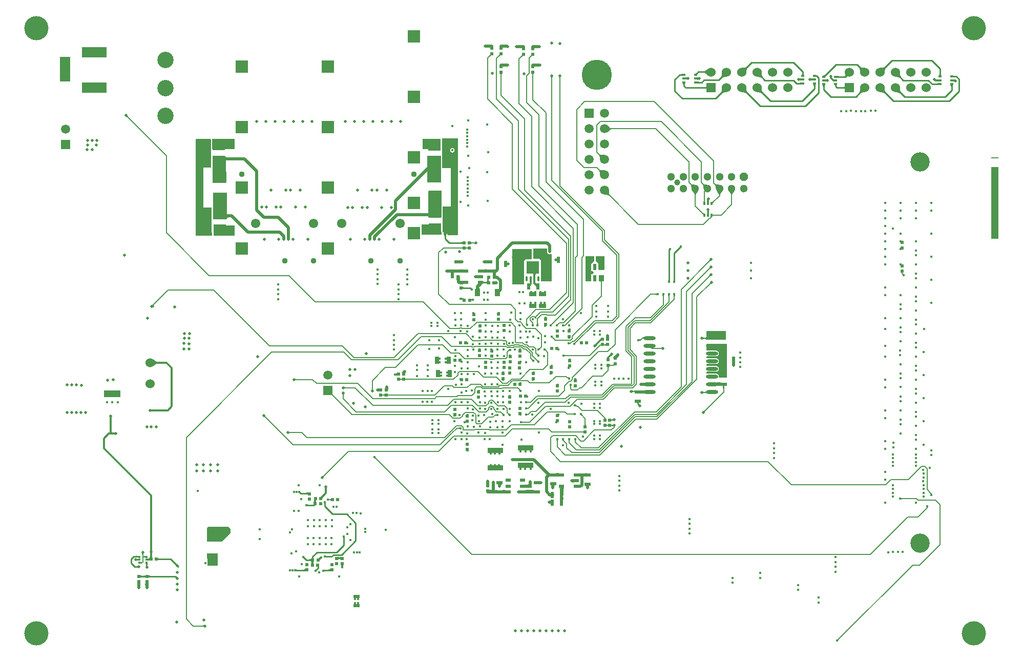
<source format=gbr>
G04 Layer_Physical_Order=6*
G04 Layer_Color=16711680*
%FSLAX43Y43*%
%MOMM*%
%TF.FileFunction,Copper,L6,Bot,Signal*%
%TF.Part,Single*%
G01*
G75*
%TA.AperFunction,Conductor*%
%ADD10C,0.305*%
%TA.AperFunction,SMDPad,CuDef*%
%ADD23R,1.000X0.600*%
%ADD24R,0.550X0.600*%
%ADD25R,0.600X0.550*%
%ADD26R,0.600X1.000*%
%ADD30R,0.700X1.300*%
%ADD31R,1.700X0.900*%
%ADD32R,1.300X0.700*%
%ADD33R,2.600X0.900*%
%TA.AperFunction,Conductor*%
%ADD51C,0.152*%
%ADD52C,0.254*%
%ADD53C,0.508*%
%ADD54C,0.175*%
%ADD55C,0.127*%
%ADD56C,0.168*%
%ADD57C,0.203*%
%ADD58C,0.168*%
%TA.AperFunction,NonConductor*%
%ADD64R,1.270X0.127*%
%TA.AperFunction,ComponentPad*%
%ADD73R,1.524X1.524*%
%ADD74C,1.524*%
%ADD75R,1.651X4.064*%
%ADD76R,4.064X1.651*%
%TA.AperFunction,ViaPad*%
%ADD77C,3.200*%
%ADD78C,4.000*%
%TA.AperFunction,ComponentPad*%
%ADD79C,1.550*%
%ADD80C,2.700*%
%ADD81C,1.000*%
%ADD82C,1.300*%
G04:AMPARAMS|DCode=83|XSize=1.3mm|YSize=1.3mm|CornerRadius=0mm|HoleSize=0mm|Usage=FLASHONLY|Rotation=180.000|XOffset=0mm|YOffset=0mm|HoleType=Round|Shape=Octagon|*
%AMOCTAGOND83*
4,1,8,-0.650,0.325,-0.650,-0.325,-0.325,-0.650,0.325,-0.650,0.650,-0.325,0.650,0.325,0.325,0.650,-0.325,0.650,-0.650,0.325,0.0*
%
%ADD83OCTAGOND83*%

%ADD84R,1.500X1.500*%
%ADD85C,1.500*%
%ADD86C,0.950*%
%ADD87R,2.000X2.000*%
%TA.AperFunction,ViaPad*%
%ADD88C,5.000*%
%ADD89C,0.381*%
%ADD90C,0.406*%
%ADD91C,0.508*%
%ADD92C,0.500*%
%TA.AperFunction,SMDPad,CuDef*%
%ADD114R,2.100X0.900*%
%ADD115R,0.600X0.420*%
%ADD116O,0.600X0.420*%
%ADD117R,0.950X0.600*%
%ADD118O,0.950X0.300*%
%ADD119O,0.300X0.950*%
%ADD120R,2.100X2.100*%
%ADD121R,0.420X0.600*%
%ADD122O,0.420X0.600*%
%ADD123R,2.000X0.600*%
%ADD124O,2.000X0.600*%
%ADD125R,0.450X0.343*%
%ADD126R,0.900X1.000*%
%ADD127R,0.500X1.000*%
%ADD128R,0.910X1.220*%
%ADD129R,1.100X1.700*%
%TA.AperFunction,NonConductor*%
%ADD130R,1.270X11.938*%
%TA.AperFunction,Conductor*%
%ADD131R,1.700X2.022*%
G36*
X180912Y75737D02*
X180895Y75719D01*
X180879Y75700D01*
X180866Y75681D01*
X180854Y75661D01*
X180844Y75642D01*
X180836Y75622D01*
X180830Y75602D01*
X180825Y75581D01*
X180823Y75560D01*
X180822Y75539D01*
X180571Y75790D01*
X180592Y75791D01*
X180613Y75794D01*
X180633Y75798D01*
X180653Y75804D01*
X180673Y75812D01*
X180693Y75822D01*
X180712Y75834D01*
X180731Y75848D01*
X180750Y75863D01*
X180769Y75881D01*
X180912Y75737D01*
D02*
G37*
G36*
X147387Y75376D02*
X147402Y75364D01*
X147417Y75352D01*
X147432Y75342D01*
X147448Y75334D01*
X147463Y75326D01*
X147479Y75320D01*
X147495Y75316D01*
X147510Y75312D01*
X147527Y75310D01*
X147308Y75128D01*
X147309Y75144D01*
X147308Y75160D01*
X147306Y75176D01*
X147302Y75191D01*
X147296Y75207D01*
X147288Y75223D01*
X147279Y75238D01*
X147268Y75253D01*
X147256Y75268D01*
X147242Y75283D01*
X147372Y75390D01*
X147387Y75376D01*
D02*
G37*
G36*
X151420Y76310D02*
X151432Y76301D01*
X151445Y76293D01*
X151460Y76286D01*
X151475Y76280D01*
X151492Y76275D01*
X151509Y76271D01*
X151528Y76268D01*
X151548Y76266D01*
X151569Y76266D01*
Y76091D01*
X151548Y76090D01*
X151528Y76089D01*
X151509Y76086D01*
X151492Y76082D01*
X151475Y76077D01*
X151460Y76071D01*
X151445Y76064D01*
X151432Y76056D01*
X151420Y76047D01*
X151408Y76036D01*
Y76321D01*
X151420Y76310D01*
D02*
G37*
G36*
X89278Y76015D02*
X89287Y76010D01*
X89298Y76007D01*
X89312Y76003D01*
X89328Y76001D01*
X89368Y75996D01*
X89418Y75994D01*
X89446Y75994D01*
Y75689D01*
X89418Y75689D01*
X89328Y75683D01*
X89312Y75680D01*
X89298Y75677D01*
X89287Y75673D01*
X89278Y75669D01*
X89272Y75664D01*
Y76020D01*
X89278Y76015D01*
D02*
G37*
G36*
X151420Y75310D02*
X151432Y75301D01*
X151445Y75293D01*
X151460Y75286D01*
X151475Y75280D01*
X151492Y75275D01*
X151509Y75271D01*
X151528Y75268D01*
X151548Y75266D01*
X151569Y75266D01*
Y75091D01*
X151548Y75090D01*
X151528Y75089D01*
X151509Y75086D01*
X151492Y75082D01*
X151475Y75077D01*
X151460Y75071D01*
X151445Y75064D01*
X151432Y75056D01*
X151420Y75047D01*
X151408Y75036D01*
Y75321D01*
X151420Y75310D01*
D02*
G37*
G36*
X146400Y74966D02*
X146388Y74977D01*
X146376Y74987D01*
X146362Y74995D01*
X146347Y75003D01*
X146331Y75009D01*
X146315Y75014D01*
X146297Y75019D01*
X146278Y75021D01*
X146259Y75023D01*
X146238Y75024D01*
Y75192D01*
X146259Y75192D01*
X146278Y75194D01*
X146297Y75197D01*
X146315Y75201D01*
X146331Y75206D01*
X146347Y75213D01*
X146362Y75220D01*
X146376Y75229D01*
X146388Y75239D01*
X146400Y75250D01*
Y74966D01*
D02*
G37*
G36*
X148390Y75360D02*
X148405Y75348D01*
X148420Y75338D01*
X148436Y75329D01*
X148452Y75321D01*
X148468Y75315D01*
X148485Y75310D01*
X148503Y75306D01*
X148521Y75304D01*
X148539Y75304D01*
X148338Y75103D01*
X148337Y75121D01*
X148335Y75139D01*
X148332Y75156D01*
X148327Y75173D01*
X148321Y75190D01*
X148313Y75206D01*
X148304Y75222D01*
X148293Y75237D01*
X148281Y75252D01*
X148268Y75266D01*
X148375Y75374D01*
X148390Y75360D01*
D02*
G37*
G36*
X159176Y75093D02*
X159165Y75104D01*
X159152Y75114D01*
X159138Y75122D01*
X159123Y75130D01*
X159107Y75136D01*
X159091Y75141D01*
X159073Y75146D01*
X159055Y75148D01*
X159035Y75150D01*
X159015Y75151D01*
Y75319D01*
X159035Y75319D01*
X159055Y75321D01*
X159073Y75324D01*
X159091Y75328D01*
X159107Y75333D01*
X159123Y75340D01*
X159138Y75347D01*
X159152Y75356D01*
X159165Y75366D01*
X159176Y75377D01*
Y75093D01*
D02*
G37*
G36*
X159534Y76756D02*
X159540Y76742D01*
X159547Y76728D01*
X159555Y76714D01*
X159574Y76686D01*
X159585Y76671D01*
X159610Y76642D01*
X159625Y76627D01*
X159550Y76465D01*
X159535Y76479D01*
X159519Y76491D01*
X159504Y76501D01*
X159489Y76510D01*
X159474Y76516D01*
X159459Y76520D01*
X159445Y76522D01*
X159430Y76522D01*
X159415Y76520D01*
X159400Y76516D01*
X159529Y76770D01*
X159534Y76756D01*
D02*
G37*
G36*
X119267Y78599D02*
X119262Y78583D01*
Y78565D01*
X119267Y78545D01*
X119276Y78523D01*
X119290Y78498D01*
X119309Y78470D01*
X119333Y78441D01*
X119395Y78374D01*
X119276Y78255D01*
X119242Y78289D01*
X119180Y78341D01*
X119153Y78360D01*
X119128Y78374D01*
X119105Y78384D01*
X119085Y78388D01*
X119067D01*
X119052Y78384D01*
X119039Y78374D01*
X119276Y78612D01*
X119267Y78599D01*
D02*
G37*
G36*
X128404Y78529D02*
X128408Y78516D01*
X128416Y78505D01*
X128427Y78495D01*
X128440Y78486D01*
X128457Y78480D01*
X128477Y78474D01*
X128500Y78470D01*
X128526Y78468D01*
X128555Y78467D01*
Y78315D01*
X128526Y78314D01*
X128500Y78312D01*
X128477Y78308D01*
X128457Y78303D01*
X128440Y78296D01*
X128427Y78288D01*
X128416Y78278D01*
X128408Y78266D01*
X128404Y78253D01*
X128402Y78239D01*
Y78544D01*
X128404Y78529D01*
D02*
G37*
G36*
X127862Y78216D02*
X127860Y78233D01*
X127854Y78248D01*
X127845Y78261D01*
X127833Y78272D01*
X127817Y78282D01*
X127797Y78290D01*
X127774Y78296D01*
X127748Y78300D01*
X127717Y78303D01*
X127699Y78303D01*
X127680Y78303D01*
X127651Y78300D01*
X127624Y78296D01*
X127602Y78290D01*
X127582Y78282D01*
X127567Y78272D01*
X127554Y78261D01*
X127546Y78248D01*
X127540Y78233D01*
X127539Y78216D01*
Y78566D01*
X127540Y78550D01*
X127546Y78535D01*
X127554Y78522D01*
X127567Y78510D01*
X127582Y78501D01*
X127602Y78493D01*
X127624Y78487D01*
X127651Y78482D01*
X127680Y78480D01*
X127699Y78479D01*
X127717Y78480D01*
X127748Y78482D01*
X127774Y78487D01*
X127797Y78493D01*
X127817Y78501D01*
X127833Y78510D01*
X127845Y78522D01*
X127854Y78535D01*
X127860Y78550D01*
X127862Y78566D01*
Y78216D01*
D02*
G37*
G36*
X121204Y78515D02*
X121188Y78495D01*
X121174Y78476D01*
X121162Y78455D01*
X121151Y78435D01*
X121143Y78413D01*
X121136Y78391D01*
X121132Y78369D01*
X121129Y78346D01*
X121128Y78322D01*
X120960D01*
X120959Y78346D01*
X120956Y78369D01*
X120951Y78391D01*
X120945Y78413D01*
X120936Y78435D01*
X120926Y78455D01*
X120914Y78476D01*
X120900Y78495D01*
X120884Y78515D01*
X120866Y78533D01*
X121222D01*
X121204Y78515D01*
D02*
G37*
G36*
X169872Y77085D02*
X169872Y77081D01*
X169871Y76956D01*
X169617D01*
X169617Y77087D01*
X169872D01*
X169872Y77085D01*
D02*
G37*
G36*
X169946Y76934D02*
X169984Y76902D01*
X170002Y76889D01*
X170019Y76878D01*
X170036Y76869D01*
X170052Y76863D01*
X170068Y76858D01*
X170083Y76855D01*
X170097Y76854D01*
X169846Y76603D01*
X169845Y76617D01*
X169842Y76632D01*
X169837Y76648D01*
X169831Y76664D01*
X169822Y76681D01*
X169811Y76698D01*
X169798Y76716D01*
X169783Y76735D01*
X169747Y76773D01*
X169926Y76953D01*
X169946Y76934D01*
D02*
G37*
G36*
X84214Y78077D02*
X81521D01*
Y79144D01*
X84214D01*
Y78077D01*
D02*
G37*
G36*
X151420Y77310D02*
X151432Y77301D01*
X151445Y77293D01*
X151460Y77286D01*
X151475Y77280D01*
X151492Y77275D01*
X151509Y77271D01*
X151528Y77268D01*
X151548Y77266D01*
X151569Y77266D01*
Y77091D01*
X151548Y77090D01*
X151528Y77089D01*
X151509Y77086D01*
X151492Y77082D01*
X151475Y77077D01*
X151460Y77071D01*
X151445Y77064D01*
X151432Y77056D01*
X151420Y77047D01*
X151408Y77036D01*
Y77321D01*
X151420Y77310D01*
D02*
G37*
G36*
X82769Y72427D02*
X82778Y72375D01*
X82793Y72329D01*
X82815Y72290D01*
X82842Y72256D01*
X82876Y72229D01*
X82915Y72207D01*
X82961Y72192D01*
X83013Y72183D01*
X83071Y72180D01*
X82614Y71875D01*
X82277Y72180D01*
X82312Y72183D01*
X82343Y72192D01*
X82371Y72207D01*
X82395Y72229D01*
X82415Y72256D01*
X82432Y72290D01*
X82445Y72329D01*
X82454Y72375D01*
X82459Y72427D01*
X82461Y72485D01*
X82766D01*
X82769Y72427D01*
D02*
G37*
G36*
X83325Y71860D02*
X83320Y71863D01*
X83312Y71866D01*
X83302Y71868D01*
X83289Y71870D01*
X83255Y71873D01*
X83184Y71875D01*
X83156Y71875D01*
X83106Y72180D01*
X83135Y72180D01*
X83205Y72185D01*
X83224Y72188D01*
X83240Y72192D01*
X83254Y72196D01*
X83265Y72201D01*
X83274Y72207D01*
X83280Y72213D01*
X83325Y71860D01*
D02*
G37*
G36*
X160777Y72134D02*
X160775Y72149D01*
X160771Y72162D01*
X160763Y72173D01*
X160752Y72183D01*
X160739Y72192D01*
X160722Y72198D01*
X160702Y72204D01*
X160679Y72208D01*
X160653Y72210D01*
X160624Y72211D01*
Y72363D01*
X160653Y72364D01*
X160679Y72366D01*
X160702Y72370D01*
X160722Y72375D01*
X160739Y72382D01*
X160752Y72390D01*
X160763Y72400D01*
X160771Y72412D01*
X160775Y72425D01*
X160777Y72439D01*
Y72134D01*
D02*
G37*
G36*
X112140Y72352D02*
X112157Y72335D01*
X112175Y72320D01*
X112194Y72307D01*
X112214Y72296D01*
X112234Y72287D01*
X112256Y72280D01*
X112278Y72275D01*
X112301Y72272D01*
X112325Y72271D01*
X112307Y72103D01*
X112284Y72102D01*
X112261Y72099D01*
X112238Y72095D01*
X112216Y72089D01*
X112194Y72081D01*
X112172Y72072D01*
X112151Y72061D01*
X112130Y72048D01*
X112109Y72033D01*
X112088Y72017D01*
X112123Y72371D01*
X112140Y72352D01*
D02*
G37*
G36*
X156530Y70942D02*
X156518Y70928D01*
X156509Y70913D01*
X156500Y70897D01*
X156493Y70881D01*
X156487Y70864D01*
X156482Y70847D01*
X156479Y70828D01*
X156477Y70809D01*
X156476Y70790D01*
X156324D01*
X156323Y70809D01*
X156321Y70828D01*
X156318Y70847D01*
X156313Y70864D01*
X156307Y70881D01*
X156300Y70897D01*
X156291Y70913D01*
X156282Y70928D01*
X156270Y70942D01*
X156258Y70955D01*
X156542D01*
X156530Y70942D01*
D02*
G37*
G36*
X157536Y70947D02*
X157531Y70937D01*
X157528Y70926D01*
X157527Y70914D01*
X157529Y70902D01*
X157533Y70889D01*
X157540Y70876D01*
X157550Y70862D01*
X157562Y70847D01*
X157576Y70832D01*
X157436Y70757D01*
X157281Y70935D01*
X157544Y70957D01*
X157536Y70947D01*
D02*
G37*
G36*
X159530Y70942D02*
X159518Y70928D01*
X159509Y70913D01*
X159500Y70897D01*
X159493Y70881D01*
X159487Y70864D01*
X159482Y70847D01*
X159479Y70828D01*
X159477Y70809D01*
X159476Y70790D01*
X159324D01*
X159323Y70809D01*
X159321Y70828D01*
X159318Y70847D01*
X159313Y70864D01*
X159307Y70881D01*
X159300Y70897D01*
X159291Y70913D01*
X159282Y70928D01*
X159270Y70942D01*
X159258Y70955D01*
X159542D01*
X159530Y70942D01*
D02*
G37*
G36*
X158530D02*
X158518Y70928D01*
X158509Y70913D01*
X158500Y70897D01*
X158493Y70881D01*
X158487Y70864D01*
X158482Y70847D01*
X158479Y70828D01*
X158477Y70809D01*
X158476Y70790D01*
X158324D01*
X158323Y70809D01*
X158321Y70828D01*
X158318Y70847D01*
X158313Y70864D01*
X158307Y70881D01*
X158300Y70897D01*
X158291Y70913D01*
X158282Y70928D01*
X158270Y70942D01*
X158258Y70955D01*
X158542D01*
X158530Y70942D01*
D02*
G37*
G36*
X140255Y72758D02*
X140242Y72770D01*
X140228Y72782D01*
X140213Y72791D01*
X140197Y72800D01*
X140181Y72807D01*
X140164Y72813D01*
X140147Y72818D01*
X140128Y72821D01*
X140109Y72823D01*
X140090Y72824D01*
Y72976D01*
X140109Y72977D01*
X140128Y72979D01*
X140147Y72982D01*
X140164Y72987D01*
X140181Y72993D01*
X140197Y73000D01*
X140213Y73009D01*
X140228Y73018D01*
X140242Y73030D01*
X140255Y73042D01*
Y72758D01*
D02*
G37*
G36*
X82787Y74692D02*
X82782Y74683D01*
X82778Y74672D01*
X82775Y74658D01*
X82772Y74642D01*
X82768Y74602D01*
X82766Y74552D01*
X82766Y74524D01*
X82461D01*
X82461Y74552D01*
X82455Y74642D01*
X82452Y74658D01*
X82449Y74672D01*
X82445Y74683D01*
X82441Y74692D01*
X82436Y74698D01*
X82791D01*
X82787Y74692D01*
D02*
G37*
G36*
X165655Y74091D02*
X165631Y74107D01*
X165583Y74134D01*
X165560Y74145D01*
X165537Y74155D01*
X165514Y74162D01*
X165492Y74168D01*
X165469Y74172D01*
X165468Y74173D01*
X165447Y74169D01*
X165427Y74164D01*
X165410Y74157D01*
X165396Y74148D01*
X165386Y74138D01*
X165378Y74127D01*
X165373Y74114D01*
X165372Y74100D01*
Y74404D01*
X165373Y74390D01*
X165378Y74377D01*
X165386Y74366D01*
X165396Y74356D01*
X165410Y74347D01*
X165427Y74340D01*
X165447Y74335D01*
X165449Y74335D01*
X165462Y74338D01*
X165483Y74346D01*
X165503Y74356D01*
X165522Y74369D01*
X165540Y74383D01*
X165557Y74400D01*
X165573Y74419D01*
X165588Y74440D01*
X165655Y74091D01*
D02*
G37*
G36*
X160516Y75191D02*
X160518Y75175D01*
X160522Y75159D01*
X160527Y75143D01*
X160533Y75128D01*
X160541Y75112D01*
X160551Y75097D01*
X160562Y75082D01*
X160575Y75067D01*
X160589Y75052D01*
X160470Y74933D01*
X160455Y74947D01*
X160440Y74960D01*
X160425Y74971D01*
X160409Y74980D01*
X160394Y74988D01*
X160378Y74995D01*
X160362Y75000D01*
X160347Y75004D01*
X160330Y75006D01*
X160314Y75006D01*
X160515Y75207D01*
X160516Y75191D01*
D02*
G37*
G36*
X108141Y74976D02*
X108143Y74949D01*
X108147Y74924D01*
X108153Y74900D01*
X108160Y74877D01*
X108168Y74855D01*
X108179Y74835D01*
X108191Y74816D01*
X108204Y74798D01*
X108220Y74781D01*
X108112Y74673D01*
X108095Y74688D01*
X108077Y74702D01*
X108058Y74714D01*
X108038Y74724D01*
X108016Y74733D01*
X107993Y74740D01*
X107969Y74746D01*
X107944Y74750D01*
X107917Y74752D01*
X107889Y74752D01*
X108141Y75004D01*
X108141Y74976D01*
D02*
G37*
G36*
X161134Y73596D02*
X161136Y73567D01*
X161140Y73542D01*
X161146Y73519D01*
X161154Y73500D01*
X161163Y73485D01*
X161174Y73473D01*
X161187Y73465D01*
X161201Y73459D01*
X161217Y73458D01*
X160881D01*
X160897Y73459D01*
X160911Y73465D01*
X160924Y73473D01*
X160935Y73485D01*
X160944Y73500D01*
X160951Y73519D01*
X160957Y73542D01*
X160961Y73567D01*
X160964Y73596D01*
X160965Y73629D01*
X161133D01*
X161134Y73596D01*
D02*
G37*
G36*
X165647Y73197D02*
X165626Y73212D01*
X165604Y73226D01*
X165582Y73238D01*
X165560Y73249D01*
X165538Y73258D01*
X165516Y73265D01*
X165493Y73271D01*
X165475Y73274D01*
X165454Y73270D01*
X165432Y73265D01*
X165414Y73257D01*
X165399Y73248D01*
X165387Y73237D01*
X165379Y73224D01*
X165374Y73210D01*
X165372Y73194D01*
Y73530D01*
X165374Y73514D01*
X165379Y73500D01*
X165387Y73487D01*
X165399Y73476D01*
X165414Y73467D01*
X165432Y73459D01*
X165454Y73454D01*
X165457Y73453D01*
X165467Y73455D01*
X165488Y73462D01*
X165508Y73472D01*
X165527Y73483D01*
X165545Y73496D01*
X165562Y73512D01*
X165579Y73529D01*
X165594Y73549D01*
X165647Y73197D01*
D02*
G37*
G36*
X150556Y74032D02*
X150568Y74022D01*
X150582Y74014D01*
X150596Y74007D01*
X150612Y74001D01*
X150628Y73996D01*
X150646Y73992D01*
X150665Y73990D01*
X150684Y73988D01*
X150705Y73987D01*
Y73812D01*
X150684Y73812D01*
X150665Y73810D01*
X150646Y73807D01*
X150628Y73804D01*
X150612Y73799D01*
X150596Y73793D01*
X150582Y73786D01*
X150568Y73777D01*
X150556Y73768D01*
X150545Y73758D01*
Y74042D01*
X150556Y74032D01*
D02*
G37*
G36*
X164831Y73207D02*
X164829Y73223D01*
X164824Y73237D01*
X164816Y73250D01*
X164804Y73261D01*
X164788Y73270D01*
X164770Y73278D01*
X164747Y73283D01*
X164722Y73288D01*
X164700Y73289D01*
X164679Y73288D01*
X164654Y73283D01*
X164632Y73278D01*
X164614Y73270D01*
X164599Y73261D01*
X164587Y73250D01*
X164579Y73237D01*
X164574Y73223D01*
X164572Y73207D01*
Y73543D01*
X164574Y73527D01*
X164579Y73513D01*
X164587Y73500D01*
X164599Y73489D01*
X164614Y73480D01*
X164632Y73472D01*
X164654Y73467D01*
X164679Y73462D01*
X164700Y73461D01*
X164722Y73462D01*
X164747Y73467D01*
X164770Y73472D01*
X164788Y73480D01*
X164804Y73489D01*
X164816Y73500D01*
X164824Y73513D01*
X164829Y73527D01*
X164831Y73543D01*
Y73207D01*
D02*
G37*
G36*
X165728Y83278D02*
X165726Y83269D01*
X165721Y83261D01*
X165712Y83254D01*
X165700Y83248D01*
X165684Y83243D01*
X165665Y83239D01*
X165642Y83236D01*
X165616Y83233D01*
X165553Y83231D01*
Y83406D01*
X165587Y83407D01*
X165617Y83410D01*
X165643Y83414D01*
X165666Y83420D01*
X165686Y83428D01*
X165702Y83438D01*
X165715Y83449D01*
X165724Y83462D01*
X165729Y83477D01*
X165731Y83494D01*
X165728Y83278D01*
D02*
G37*
G36*
X89785Y84200D02*
X89927Y84078D01*
X89996Y84028D01*
X90063Y83986D01*
X90128Y83952D01*
X90191Y83925D01*
X90253Y83906D01*
X90312Y83895D01*
X90371Y83891D01*
Y83586D01*
X90312Y83582D01*
X90253Y83571D01*
X90191Y83552D01*
X90128Y83525D01*
X90063Y83491D01*
X89996Y83449D01*
X89927Y83400D01*
X89857Y83342D01*
X89711Y83205D01*
Y84272D01*
X89785Y84200D01*
D02*
G37*
G36*
X153190Y84160D02*
X153205Y84148D01*
X153220Y84138D01*
X153236Y84129D01*
X153252Y84121D01*
X153268Y84115D01*
X153285Y84110D01*
X153303Y84106D01*
X153321Y84104D01*
X153339Y84104D01*
X153138Y83903D01*
X153137Y83921D01*
X153135Y83939D01*
X153132Y83956D01*
X153127Y83973D01*
X153121Y83990D01*
X153113Y84006D01*
X153104Y84022D01*
X153093Y84037D01*
X153081Y84052D01*
X153068Y84066D01*
X153175Y84174D01*
X153190Y84160D01*
D02*
G37*
G36*
X185848Y83699D02*
X185849Y83687D01*
X185851Y83639D01*
X185854Y83300D01*
X185346D01*
X185345Y83377D01*
X185331Y83558D01*
X185323Y83602D01*
X185313Y83639D01*
X185300Y83667D01*
X185286Y83687D01*
X185271Y83699D01*
X185253Y83703D01*
X185847D01*
X185848Y83699D01*
D02*
G37*
G36*
X131380Y82120D02*
X131359Y82101D01*
X131341Y82087D01*
X131325Y82078D01*
X131311Y82073D01*
X131299Y82074D01*
X131289Y82079D01*
X131282Y82089D01*
X131276Y82104D01*
X131273Y82124D01*
X131272Y82149D01*
X130747Y82146D01*
X130739Y82149D01*
X130738Y82159D01*
X130746Y82176D01*
X130762Y82199D01*
X130785Y82229D01*
X130855Y82309D01*
X131020Y82480D01*
X131380Y82120D01*
D02*
G37*
G36*
X129928Y81555D02*
X129925Y81573D01*
X129916Y81588D01*
X129901Y81602D01*
X129879Y81614D01*
X129852Y81624D01*
X129818Y81633D01*
X129779Y81639D01*
X129733Y81644D01*
X129623Y81648D01*
Y81952D01*
X129682Y81954D01*
X129734Y81958D01*
X129780Y81966D01*
X129820Y81977D01*
X129854Y81991D01*
X129881Y82007D01*
X129903Y82027D01*
X129918Y82050D01*
X129928Y82076D01*
X129931Y82105D01*
X129928Y81555D01*
D02*
G37*
G36*
X165107Y83477D02*
X165112Y83462D01*
X165121Y83449D01*
X165133Y83438D01*
X165149Y83428D01*
X165168Y83420D01*
X165191Y83414D01*
X165217Y83410D01*
X165247Y83407D01*
X165280Y83406D01*
Y83231D01*
X165247Y83230D01*
X165217Y83228D01*
X165191Y83223D01*
X165168Y83217D01*
X165149Y83209D01*
X165133Y83200D01*
X165121Y83188D01*
X165112Y83175D01*
X165107Y83160D01*
X165105Y83144D01*
Y83494D01*
X165107Y83477D01*
D02*
G37*
G36*
X164992Y83023D02*
X164977Y83018D01*
X164964Y83009D01*
X164952Y82996D01*
X164943Y82980D01*
X164935Y82961D01*
X164929Y82938D01*
X164924Y82911D01*
X164922Y82881D01*
X164921Y82847D01*
X164746D01*
X164745Y82881D01*
X164742Y82911D01*
X164738Y82938D01*
X164732Y82961D01*
X164724Y82980D01*
X164714Y82996D01*
X164703Y83009D01*
X164690Y83018D01*
X164675Y83023D01*
X164658Y83025D01*
X165008D01*
X164992Y83023D01*
D02*
G37*
G36*
X152287Y84308D02*
X152302Y84296D01*
X152317Y84286D01*
X152333Y84277D01*
X152349Y84269D01*
X152366Y84263D01*
X152383Y84258D01*
X152400Y84254D01*
X152418Y84252D01*
X152436Y84252D01*
X152235Y84051D01*
X152234Y84069D01*
X152232Y84087D01*
X152229Y84104D01*
X152224Y84121D01*
X152218Y84138D01*
X152210Y84154D01*
X152201Y84170D01*
X152190Y84185D01*
X152178Y84200D01*
X152165Y84214D01*
X152273Y84322D01*
X152287Y84308D01*
D02*
G37*
G36*
X148466Y85678D02*
X148459Y85686D01*
X148451Y85691D01*
X148442Y85694D01*
X148431Y85695D01*
X148420Y85692D01*
X148408Y85688D01*
X148396Y85681D01*
X148382Y85671D01*
X148367Y85659D01*
X148352Y85644D01*
X148286Y85794D01*
X148474Y85934D01*
X148466Y85678D01*
D02*
G37*
G36*
X153190Y85160D02*
X153205Y85148D01*
X153220Y85138D01*
X153236Y85129D01*
X153252Y85121D01*
X153268Y85115D01*
X153285Y85110D01*
X153303Y85106D01*
X153321Y85104D01*
X153339Y85104D01*
X153138Y84903D01*
X153137Y84921D01*
X153135Y84939D01*
X153132Y84956D01*
X153127Y84973D01*
X153121Y84990D01*
X153113Y85006D01*
X153104Y85022D01*
X153093Y85037D01*
X153081Y85052D01*
X153068Y85066D01*
X153175Y85174D01*
X153190Y85160D01*
D02*
G37*
G36*
X153614Y86066D02*
X153601Y86052D01*
X153589Y86037D01*
X153578Y86022D01*
X153569Y86006D01*
X153561Y85990D01*
X153555Y85973D01*
X153550Y85956D01*
X153547Y85939D01*
X153545Y85921D01*
X153544Y85903D01*
X153343Y86104D01*
X153361Y86104D01*
X153379Y86106D01*
X153397Y86110D01*
X153414Y86115D01*
X153430Y86121D01*
X153446Y86129D01*
X153462Y86138D01*
X153477Y86148D01*
X153492Y86160D01*
X153507Y86174D01*
X153614Y86066D01*
D02*
G37*
G36*
X154494Y85963D02*
X154500Y85946D01*
X154507Y85929D01*
X154515Y85913D01*
X154523Y85897D01*
X154533Y85882D01*
X154544Y85867D01*
X154568Y85838D01*
X154581Y85824D01*
X154506Y85683D01*
X154491Y85697D01*
X154476Y85709D01*
X154461Y85719D01*
X154445Y85727D01*
X154430Y85732D01*
X154414Y85736D01*
X154398Y85738D01*
X154381Y85739D01*
X154365Y85737D01*
X154348Y85733D01*
X154489Y85980D01*
X154494Y85963D01*
D02*
G37*
G36*
X157600Y85042D02*
X157614Y85031D01*
X157629Y85021D01*
X157645Y85012D01*
X157661Y85005D01*
X157678Y84999D01*
X157695Y84994D01*
X157714Y84991D01*
X157733Y84989D01*
X157752Y84988D01*
Y84836D01*
X157733Y84835D01*
X157714Y84833D01*
X157695Y84830D01*
X157678Y84825D01*
X157661Y84819D01*
X157645Y84812D01*
X157629Y84804D01*
X157614Y84794D01*
X157600Y84783D01*
X157587Y84770D01*
Y85054D01*
X157600Y85042D01*
D02*
G37*
G36*
X166580Y84820D02*
X166506Y84745D01*
X166305Y84511D01*
X166279Y84470D01*
X166262Y84435D01*
X166255Y84406D01*
X166257Y84385D01*
X166269Y84370D01*
X165728Y84749D01*
X165743Y84753D01*
X165765Y84763D01*
X165792Y84781D01*
X165825Y84806D01*
X165909Y84878D01*
X166149Y85108D01*
X166580Y84820D01*
D02*
G37*
G36*
X184451Y81280D02*
X183221D01*
X183117Y81407D01*
X183127Y81458D01*
X183092Y81634D01*
X182992Y81784D01*
X182842Y81884D01*
X182666Y81919D01*
X181266D01*
X181174Y81901D01*
X181047Y81997D01*
Y82189D01*
X181174Y82285D01*
X181266Y82267D01*
X182666D01*
X182842Y82302D01*
X182992Y82402D01*
X183092Y82551D01*
X183127Y82728D01*
X183092Y82904D01*
X182992Y83054D01*
X182842Y83154D01*
X182666Y83189D01*
X181266D01*
X181174Y83171D01*
X181047Y83267D01*
Y83459D01*
X181174Y83555D01*
X181266Y83537D01*
X182666D01*
X182842Y83572D01*
X182992Y83672D01*
X183092Y83821D01*
X183127Y83998D01*
X183092Y84174D01*
X182992Y84324D01*
X182842Y84424D01*
X182666Y84459D01*
X181266D01*
X181174Y84441D01*
X181047Y84537D01*
Y84729D01*
X181174Y84825D01*
X181266Y84807D01*
X182666D01*
X182842Y84842D01*
X182992Y84942D01*
X183092Y85091D01*
X183127Y85268D01*
X183092Y85444D01*
X182992Y85594D01*
X182842Y85694D01*
X182666Y85729D01*
X181266D01*
X181174Y85711D01*
X181047Y85807D01*
Y86868D01*
X184451D01*
Y81280D01*
D02*
G37*
G36*
X165440Y84887D02*
X165433Y84886D01*
X165423Y84883D01*
X165413Y84877D01*
X165401Y84870D01*
X165387Y84861D01*
X165356Y84835D01*
X165320Y84802D01*
X165299Y84782D01*
X165084Y84997D01*
X165104Y85018D01*
X165163Y85085D01*
X165172Y85099D01*
X165180Y85111D01*
X165185Y85121D01*
X165188Y85130D01*
X165189Y85138D01*
X165440Y84887D01*
D02*
G37*
G36*
X126995Y78971D02*
X126992Y78966D01*
X126983Y78962D01*
X126968Y78958D01*
X126948Y78955D01*
X126921Y78952D01*
X126806Y78947D01*
X126700Y78946D01*
Y79454D01*
X126757Y79454D01*
X126950Y79469D01*
X126971Y79474D01*
X126986Y79480D01*
X126995Y79487D01*
X126998Y79495D01*
X126995Y78971D01*
D02*
G37*
G36*
X168815Y79157D02*
X168831Y79144D01*
X168849Y79133D01*
X168868Y79123D01*
X168888Y79115D01*
X168909Y79108D01*
X168931Y79102D01*
X168954Y79099D01*
X168978Y79096D01*
X169003Y79096D01*
Y78892D01*
X168978Y78892D01*
X168954Y78889D01*
X168931Y78886D01*
X168909Y78880D01*
X168888Y78873D01*
X168868Y78865D01*
X168849Y78855D01*
X168831Y78844D01*
X168815Y78831D01*
X168799Y78816D01*
Y79172D01*
X168815Y79157D01*
D02*
G37*
G36*
X125922Y79392D02*
X125925Y79369D01*
X125930Y79347D01*
X125937Y79325D01*
X125946Y79304D01*
X125957Y79283D01*
X125970Y79262D01*
X125986Y79241D01*
X126003Y79221D01*
X126022Y79201D01*
X125667D01*
X125686Y79221D01*
X125703Y79241D01*
X125718Y79262D01*
X125732Y79283D01*
X125743Y79304D01*
X125752Y79325D01*
X125759Y79347D01*
X125764Y79369D01*
X125767Y79392D01*
X125768Y79414D01*
X125921D01*
X125922Y79392D01*
D02*
G37*
G36*
X150254Y79295D02*
X150283Y79271D01*
X150298Y79260D01*
X150329Y79241D01*
X150344Y79233D01*
X150377Y79218D01*
X150393Y79213D01*
X150138Y79087D01*
X150143Y79103D01*
X150145Y79119D01*
X150146Y79134D01*
X150144Y79150D01*
X150141Y79166D01*
X150135Y79181D01*
X150128Y79196D01*
X150118Y79211D01*
X150106Y79226D01*
X150093Y79241D01*
X150241Y79309D01*
X150254Y79295D01*
D02*
G37*
G36*
X180524Y78980D02*
X180541Y78967D01*
X180559Y78955D01*
X180577Y78945D01*
X180597Y78937D01*
X180618Y78930D01*
X180640Y78925D01*
X180663Y78921D01*
X180687Y78919D01*
X180713Y78918D01*
Y78715D01*
X180687Y78714D01*
X180663Y78712D01*
X180640Y78708D01*
X180618Y78702D01*
X180597Y78696D01*
X180577Y78687D01*
X180559Y78677D01*
X180541Y78666D01*
X180524Y78653D01*
X180509Y78638D01*
Y78994D01*
X180524Y78980D01*
D02*
G37*
G36*
X170246Y79169D02*
X170262Y79162D01*
X170287Y79155D01*
X170323Y79150D01*
X170368Y79145D01*
X170452Y79141D01*
X170776Y79162D01*
X170801Y79169D01*
X170816Y79177D01*
X170888Y78628D01*
X170884Y78628D01*
X170870Y78628D01*
X170749Y78627D01*
Y78626D01*
X170653Y78626D01*
X170262Y78599D01*
X170246Y78592D01*
X170241Y78583D01*
Y79177D01*
X170246Y79169D01*
D02*
G37*
G36*
X169247Y78791D02*
X169245Y78810D01*
X169239Y78827D01*
X169229Y78843D01*
X169215Y78856D01*
X169197Y78867D01*
X169174Y78876D01*
X169148Y78883D01*
X169117Y78888D01*
X169083Y78891D01*
X169044Y78892D01*
Y79096D01*
X169083Y79096D01*
X169148Y79103D01*
X169174Y79109D01*
X169197Y79116D01*
X169215Y79125D01*
X169229Y79136D01*
X169239Y79148D01*
X169245Y79162D01*
X169247Y79177D01*
Y78791D01*
D02*
G37*
G36*
X181116Y78658D02*
X181100Y78669D01*
X181082Y78679D01*
X181061Y78687D01*
X181038Y78694D01*
X181012Y78701D01*
X180983Y78706D01*
X180919Y78712D01*
X180883Y78714D01*
X180844Y78715D01*
X180763Y78918D01*
X180813Y78919D01*
X180893Y78927D01*
X180925Y78934D01*
X180951Y78943D01*
X180970Y78954D01*
X180984Y78967D01*
X180992Y78982D01*
X180994Y78999D01*
X180989Y79018D01*
X181116Y78658D01*
D02*
G37*
G36*
X121245Y79762D02*
X121266Y79745D01*
X121286Y79730D01*
X121307Y79716D01*
X121328Y79705D01*
X121350Y79696D01*
X121372Y79689D01*
X121394Y79684D01*
X121416Y79681D01*
X121438Y79680D01*
Y79527D01*
X121416Y79526D01*
X121394Y79523D01*
X121372Y79518D01*
X121350Y79511D01*
X121328Y79502D01*
X121307Y79491D01*
X121286Y79478D01*
X121266Y79462D01*
X121245Y79445D01*
X121225Y79426D01*
Y79781D01*
X121245Y79762D01*
D02*
G37*
G36*
X131273Y81113D02*
X131278Y81100D01*
X131286Y81089D01*
X131296Y81079D01*
X131310Y81070D01*
X131327Y81064D01*
X131347Y81058D01*
X131369Y81054D01*
X131395Y81052D01*
X131424Y81051D01*
Y80899D01*
X131395Y80898D01*
X131369Y80896D01*
X131347Y80892D01*
X131327Y80887D01*
X131310Y80880D01*
X131296Y80872D01*
X131286Y80862D01*
X131278Y80850D01*
X131273Y80837D01*
X131272Y80823D01*
Y81128D01*
X131273Y81113D01*
D02*
G37*
G36*
X113105Y81121D02*
X113125Y81104D01*
X113146Y81089D01*
X113167Y81075D01*
X113188Y81064D01*
X113209Y81055D01*
X113231Y81048D01*
X113253Y81043D01*
X113275Y81040D01*
X113298Y81039D01*
Y80886D01*
X113275Y80885D01*
X113253Y80882D01*
X113231Y80877D01*
X113209Y80870D01*
X113188Y80861D01*
X113167Y80850D01*
X113146Y80837D01*
X113125Y80821D01*
X113105Y80804D01*
X113085Y80785D01*
Y81140D01*
X113105Y81121D01*
D02*
G37*
G36*
X158379Y81302D02*
X158197Y81118D01*
X158197Y81130D01*
X158195Y81140D01*
X158190Y81149D01*
X158183Y81157D01*
X158173Y81163D01*
X158162Y81169D01*
X158147Y81173D01*
X158131Y81176D01*
X158112Y81178D01*
X158090Y81178D01*
X158146Y81331D01*
X158379Y81302D01*
D02*
G37*
G36*
X130731Y80823D02*
X130730Y80837D01*
X130725Y80850D01*
X130717Y80862D01*
X130706Y80872D01*
X130692Y80880D01*
X130675Y80887D01*
X130655Y80892D01*
X130632Y80896D01*
X130605Y80898D01*
X130600Y80898D01*
X130595Y80898D01*
X130569Y80896D01*
X130547Y80892D01*
X130527Y80887D01*
X130510Y80880D01*
X130496Y80872D01*
X130486Y80862D01*
X130478Y80850D01*
X130473Y80837D01*
X130472Y80823D01*
Y81128D01*
X130473Y81113D01*
X130478Y81100D01*
X130486Y81089D01*
X130496Y81079D01*
X130510Y81070D01*
X130527Y81064D01*
X130547Y81058D01*
X130569Y81054D01*
X130595Y81052D01*
X130600Y81052D01*
X130605Y81052D01*
X130632Y81054D01*
X130655Y81058D01*
X130675Y81064D01*
X130692Y81070D01*
X130706Y81079D01*
X130717Y81089D01*
X130725Y81100D01*
X130730Y81113D01*
X130731Y81128D01*
Y80823D01*
D02*
G37*
G36*
X158732Y79944D02*
X158723Y79931D01*
X158714Y79918D01*
X158707Y79904D01*
X158701Y79888D01*
X158696Y79871D01*
X158692Y79854D01*
X158690Y79835D01*
X158688Y79815D01*
X158688Y79795D01*
X158512D01*
X158512Y79815D01*
X158510Y79835D01*
X158508Y79854D01*
X158504Y79871D01*
X158499Y79888D01*
X158493Y79904D01*
X158486Y79918D01*
X158477Y79931D01*
X158468Y79944D01*
X158458Y79955D01*
X158742D01*
X158732Y79944D01*
D02*
G37*
G36*
X184082Y80001D02*
X184069Y79973D01*
X184057Y79937D01*
X184050Y79906D01*
X184121D01*
X184102Y79904D01*
X184084Y79898D01*
X184069Y79887D01*
X184056Y79873D01*
X184045Y79854D01*
X184039Y79839D01*
X184026Y79712D01*
X184020Y79552D01*
X184019Y79459D01*
X183816D01*
X183815Y79552D01*
X183797Y79840D01*
X183791Y79854D01*
X183779Y79873D01*
X183766Y79887D01*
X183751Y79898D01*
X183734Y79904D01*
X183714Y79906D01*
X183785D01*
X183778Y79937D01*
X183766Y79973D01*
X183753Y80001D01*
X183738Y80020D01*
X184097D01*
X184082Y80001D01*
D02*
G37*
G36*
X183421Y79903D02*
X183416Y79911D01*
X183400Y79918D01*
X183375Y79925D01*
X183339Y79930D01*
X183294Y79935D01*
X183178Y79940D01*
X182804Y79916D01*
X182770Y79907D01*
X182743Y79898D01*
Y80477D01*
X182759Y80473D01*
X182784Y80469D01*
X182818Y80465D01*
X182974Y80458D01*
X183045Y80457D01*
X183400Y80481D01*
X183416Y80489D01*
X183421Y80497D01*
Y79903D01*
D02*
G37*
G36*
X170816Y79928D02*
X170810Y79929D01*
X170793Y79930D01*
X170301Y79934D01*
Y80442D01*
X170816Y80447D01*
Y79928D01*
D02*
G37*
G36*
X90474Y51512D02*
X90482Y51491D01*
X90495Y51472D01*
X90513Y51455D01*
X90536Y51441D01*
X90564Y51430D01*
X90597Y51421D01*
X90636Y51415D01*
X90680Y51411D01*
X90729Y51410D01*
Y51156D01*
X90680Y51154D01*
X90636Y51151D01*
X90597Y51144D01*
X90564Y51135D01*
X90536Y51124D01*
X90513Y51110D01*
X90495Y51093D01*
X90482Y51074D01*
X90474Y51053D01*
X90471Y51029D01*
Y51537D01*
X90474Y51512D01*
D02*
G37*
G36*
X86907Y51337D02*
X86920Y51328D01*
X86935Y51321D01*
X86951Y51314D01*
X86969Y51308D01*
X86989Y51304D01*
X86994Y51303D01*
X87037Y51306D01*
X87060Y51311D01*
X87078Y51316D01*
X87090Y51322D01*
X87098Y51329D01*
X87101Y51337D01*
Y51000D01*
X87098Y51008D01*
X87090Y51015D01*
X87078Y51022D01*
X87060Y51027D01*
X87037Y51031D01*
X87009Y51035D01*
X87002Y51036D01*
X86989Y51034D01*
X86969Y51029D01*
X86951Y51024D01*
X86935Y51017D01*
X86920Y51009D01*
X86907Y51001D01*
X86897Y50991D01*
Y51041D01*
X86847Y51042D01*
Y51296D01*
X86895Y51296D01*
X86897Y51296D01*
Y51347D01*
X86907Y51337D01*
D02*
G37*
G36*
X120107Y51585D02*
X120112Y51583D01*
X120118Y51583D01*
X120138Y51581D01*
X120204Y51579D01*
X120225Y51579D01*
Y51325D01*
X120105Y51319D01*
Y51586D01*
X120107Y51585D01*
D02*
G37*
G36*
X120243Y51678D02*
X120251Y51657D01*
X120264Y51639D01*
X120282Y51623D01*
X120304Y51610D01*
X120332Y51599D01*
X120365Y51590D01*
X120404Y51584D01*
X120413Y51583D01*
X120462Y51588D01*
X120495Y51595D01*
X120523Y51603D01*
X120545Y51614D01*
X120563Y51626D01*
X120576Y51640D01*
X120584Y51656D01*
X120586Y51674D01*
Y51198D01*
X120584Y51223D01*
X120576Y51244D01*
X120563Y51263D01*
X120545Y51280D01*
X120523Y51294D01*
X120495Y51305D01*
X120462Y51314D01*
X120423Y51320D01*
X120413Y51321D01*
X120404Y51320D01*
X120365Y51314D01*
X120332Y51305D01*
X120304Y51294D01*
X120282Y51280D01*
X120264Y51263D01*
X120251Y51244D01*
X120243Y51223D01*
X120241Y51198D01*
Y51701D01*
X120243Y51678D01*
D02*
G37*
G36*
X87547Y50825D02*
X87553Y50813D01*
X87563Y50803D01*
X87577Y50794D01*
X87595Y50787D01*
X87618Y50781D01*
X87644Y50776D01*
X87675Y50773D01*
X87748Y50770D01*
Y50567D01*
X87709Y50567D01*
X87644Y50561D01*
X87618Y50557D01*
X87595Y50550D01*
X87577Y50543D01*
X87563Y50534D01*
X87553Y50524D01*
X87547Y50513D01*
X87545Y50500D01*
Y50837D01*
X87547Y50825D01*
D02*
G37*
G36*
X93483Y50499D02*
X93521Y50467D01*
X93539Y50454D01*
X93556Y50443D01*
X93573Y50435D01*
X93589Y50428D01*
X93605Y50423D01*
X93620Y50420D01*
X93635Y50419D01*
X93383Y50168D01*
X93382Y50182D01*
X93379Y50197D01*
X93375Y50213D01*
X93368Y50229D01*
X93359Y50246D01*
X93348Y50263D01*
X93335Y50281D01*
X93320Y50300D01*
X93284Y50339D01*
X93464Y50518D01*
X93483Y50499D01*
D02*
G37*
G36*
X115694Y50876D02*
X115691Y50900D01*
X115684Y50922D01*
X115671Y50941D01*
X115653Y50957D01*
X115630Y50971D01*
X115602Y50983D01*
X115568Y50992D01*
X115530Y50998D01*
X115486Y51002D01*
X115437Y51003D01*
Y51257D01*
X115486Y51258D01*
X115530Y51262D01*
X115568Y51269D01*
X115602Y51278D01*
X115630Y51289D01*
X115653Y51303D01*
X115671Y51319D01*
X115684Y51338D01*
X115691Y51360D01*
X115694Y51384D01*
Y50876D01*
D02*
G37*
G36*
X116168Y50856D02*
X116147Y50848D01*
X116128Y50835D01*
X116111Y50818D01*
X116097Y50795D01*
X116086Y50767D01*
X116077Y50734D01*
X116073Y50711D01*
X116077Y50688D01*
X116086Y50655D01*
X116097Y50627D01*
X116111Y50605D01*
X116128Y50587D01*
X116147Y50574D01*
X116168Y50566D01*
X116192Y50564D01*
X115684D01*
X115709Y50566D01*
X115730Y50574D01*
X115749Y50587D01*
X115766Y50605D01*
X115780Y50627D01*
X115791Y50655D01*
X115800Y50688D01*
X115804Y50712D01*
X115801Y50734D01*
X115792Y50767D01*
X115781Y50795D01*
X115768Y50818D01*
X115752Y50835D01*
X115734Y50848D01*
X115714Y50856D01*
X115691Y50858D01*
X116192D01*
X116168Y50856D01*
D02*
G37*
G36*
X89006Y51322D02*
X89099Y51321D01*
Y51016D01*
X89004Y51011D01*
X89004Y51011D01*
X89002Y51011D01*
X88795Y51000D01*
Y51016D01*
X88699Y51016D01*
Y51321D01*
X88757Y51323D01*
X88795Y51326D01*
Y51337D01*
X88798Y51334D01*
X88807Y51331D01*
X88821Y51329D01*
X88855Y51335D01*
X88895Y51346D01*
X88929Y51359D01*
X88957Y51376D01*
X88979Y51396D01*
X88994Y51419D01*
X89003Y51445D01*
X89007Y51474D01*
X89006Y51322D01*
D02*
G37*
G36*
X89422Y51801D02*
X89427Y51749D01*
X89435Y51703D01*
X89445Y51663D01*
X89459Y51629D01*
X89476Y51601D01*
X89495Y51580D01*
X89518Y51564D01*
X89544Y51555D01*
X89573Y51551D01*
X89500Y51552D01*
X89504Y51551D01*
X89097D01*
X89117Y51554D01*
X89118Y51554D01*
X89004Y51555D01*
X89025Y51558D01*
X89044Y51567D01*
X89061Y51582D01*
X89076Y51603D01*
X89088Y51631D01*
X89098Y51664D01*
X89106Y51704D01*
X89112Y51750D01*
X89115Y51801D01*
X89116Y51859D01*
X89421D01*
X89422Y51801D01*
D02*
G37*
G36*
X88351Y51500D02*
X88349Y51513D01*
X88343Y51524D01*
X88332Y51534D01*
X88318Y51543D01*
X88300Y51550D01*
X88277Y51557D01*
X88251Y51561D01*
X88221Y51565D01*
X88147Y51567D01*
Y51770D01*
X88186Y51771D01*
X88251Y51776D01*
X88277Y51781D01*
X88300Y51787D01*
X88318Y51794D01*
X88332Y51803D01*
X88343Y51813D01*
X88349Y51825D01*
X88351Y51837D01*
Y51500D01*
D02*
G37*
G36*
X88063Y52203D02*
X88050Y52187D01*
X88039Y52169D01*
X88029Y52150D01*
X88021Y52130D01*
X88014Y52109D01*
X88008Y52087D01*
X88005Y52064D01*
X88002Y52040D01*
X88002Y52015D01*
X87798D01*
X87798Y52040D01*
X87795Y52064D01*
X87792Y52087D01*
X87786Y52109D01*
X87779Y52130D01*
X87771Y52150D01*
X87761Y52169D01*
X87750Y52187D01*
X87737Y52203D01*
X87722Y52219D01*
X88078D01*
X88063Y52203D01*
D02*
G37*
G36*
X118138Y51832D02*
X118143Y51831D01*
X118149Y51830D01*
X118169Y51828D01*
X118234Y51827D01*
X118256Y51827D01*
Y51573D01*
X118136Y51567D01*
Y51833D01*
X118138Y51832D01*
D02*
G37*
G36*
X117377Y51379D02*
X117324Y51324D01*
X117204Y51183D01*
X117179Y51144D01*
X117161Y51109D01*
X117150Y51079D01*
X117146Y51053D01*
X117149Y51031D01*
X117159Y51013D01*
X116819Y51399D01*
X116835Y51387D01*
X116856Y51383D01*
X116881Y51386D01*
X116911Y51397D01*
X116945Y51415D01*
X116984Y51440D01*
X117027Y51473D01*
X117128Y51562D01*
X117185Y51618D01*
X117377Y51379D01*
D02*
G37*
G36*
X114648Y51628D02*
X114650Y51625D01*
X114728Y51547D01*
X114571Y51344D01*
X114556Y51360D01*
X114491Y51417D01*
X114485Y51421D01*
X114481Y51423D01*
X114477Y51423D01*
X114647Y51629D01*
X114648Y51628D01*
D02*
G37*
G36*
X87101Y51837D02*
Y51500D01*
X87098Y51517D01*
X87090Y51532D01*
X87078Y51545D01*
X87060Y51556D01*
X87037Y51566D01*
X87009Y51574D01*
X86976Y51580D01*
X86938Y51584D01*
X86895Y51587D01*
X86847Y51588D01*
Y51842D01*
X87101Y51837D01*
D02*
G37*
G36*
X116116Y51607D02*
X116120Y51564D01*
X116126Y51525D01*
X116135Y51492D01*
X116147Y51463D01*
X116161Y51440D01*
X116177Y51422D01*
X116196Y51409D01*
X116218Y51402D01*
X116242Y51399D01*
X115734D01*
X115758Y51402D01*
X115780Y51409D01*
X115799Y51422D01*
X115815Y51440D01*
X115829Y51463D01*
X115841Y51492D01*
X115850Y51525D01*
X115856Y51564D01*
X115860Y51607D01*
X115861Y51656D01*
X116115D01*
X116116Y51607D01*
D02*
G37*
G36*
X87536Y48662D02*
X87544Y48641D01*
X87557Y48622D01*
X87574Y48605D01*
X87597Y48591D01*
X87625Y48580D01*
X87658Y48571D01*
X87696Y48565D01*
X87739Y48561D01*
X87788Y48560D01*
Y48306D01*
X87739Y48304D01*
X87696Y48301D01*
X87658Y48294D01*
X87625Y48285D01*
X87597Y48274D01*
X87574Y48260D01*
X87557Y48243D01*
X87544Y48224D01*
X87536Y48203D01*
X87534Y48179D01*
Y48687D01*
X87536Y48662D01*
D02*
G37*
G36*
X93483Y48442D02*
X93521Y48410D01*
X93539Y48397D01*
X93556Y48386D01*
X93573Y48377D01*
X93589Y48370D01*
X93605Y48365D01*
X93620Y48362D01*
X93635Y48362D01*
X93383Y48110D01*
X93382Y48125D01*
X93379Y48140D01*
X93375Y48155D01*
X93368Y48172D01*
X93359Y48188D01*
X93348Y48206D01*
X93335Y48224D01*
X93320Y48242D01*
X93284Y48281D01*
X93464Y48461D01*
X93483Y48442D01*
D02*
G37*
G36*
X88857Y48662D02*
X88865Y48641D01*
X88877Y48622D01*
X88895Y48605D01*
X88918Y48591D01*
X88946Y48580D01*
X88979Y48571D01*
X89017Y48565D01*
X89060Y48561D01*
X89109Y48560D01*
Y48306D01*
X89060Y48304D01*
X89017Y48301D01*
X88979Y48294D01*
X88946Y48285D01*
X88918Y48274D01*
X88895Y48260D01*
X88877Y48243D01*
X88865Y48224D01*
X88857Y48203D01*
X88855Y48179D01*
Y48687D01*
X88857Y48662D01*
D02*
G37*
G36*
X88314Y48179D02*
X88311Y48203D01*
X88303Y48224D01*
X88291Y48243D01*
X88273Y48260D01*
X88249Y48274D01*
X88221Y48285D01*
X88188Y48294D01*
X88149Y48301D01*
X88105Y48304D01*
X88057Y48306D01*
Y48560D01*
X88105Y48561D01*
X88149Y48565D01*
X88188Y48571D01*
X88221Y48580D01*
X88249Y48591D01*
X88273Y48605D01*
X88291Y48622D01*
X88303Y48641D01*
X88311Y48662D01*
X88314Y48687D01*
Y48179D01*
D02*
G37*
G36*
X97997Y40061D02*
X97977Y40080D01*
X97957Y40098D01*
X97936Y40113D01*
X97915Y40126D01*
X97894Y40137D01*
X97873Y40146D01*
X97851Y40153D01*
X97829Y40159D01*
X97807Y40162D01*
X97784Y40163D01*
Y40315D01*
X97807Y40316D01*
X97829Y40319D01*
X97851Y40324D01*
X97873Y40331D01*
X97894Y40340D01*
X97915Y40352D01*
X97936Y40365D01*
X97957Y40380D01*
X97977Y40397D01*
X97997Y40417D01*
Y40061D01*
D02*
G37*
G36*
X202958Y37946D02*
X202945Y37932D01*
X202934Y37918D01*
X202923Y37903D01*
X202914Y37889D01*
X202907Y37874D01*
X202901Y37859D01*
X202896Y37844D01*
X202893Y37829D01*
X202891Y37813D01*
X202890Y37797D01*
X202702Y37986D01*
X202718Y37986D01*
X202733Y37988D01*
X202749Y37991D01*
X202764Y37996D01*
X202779Y38002D01*
X202794Y38010D01*
X202808Y38019D01*
X202823Y38029D01*
X202837Y38040D01*
X202850Y38053D01*
X202958Y37946D01*
D02*
G37*
G36*
X88851Y47254D02*
X88848Y47238D01*
X88845Y47213D01*
X88841Y47132D01*
X88837Y46751D01*
X88329D01*
X88311Y47259D01*
X88855D01*
X88851Y47254D01*
D02*
G37*
G36*
X87530D02*
X87527Y47238D01*
X87525Y47213D01*
X87520Y47132D01*
X87516Y46751D01*
X87008D01*
X86990Y47259D01*
X87534D01*
X87530Y47254D01*
D02*
G37*
G36*
X118884Y49214D02*
X118882Y49232D01*
X118874Y49249D01*
X118861Y49263D01*
X118844Y49275D01*
X118821Y49286D01*
X118793Y49294D01*
X118760Y49301D01*
X118722Y49306D01*
X118678Y49308D01*
X118630Y49309D01*
Y49563D01*
X118679Y49565D01*
X118723Y49568D01*
X118761Y49575D01*
X118794Y49584D01*
X118823Y49595D01*
X118846Y49609D01*
X118864Y49626D01*
X118877Y49645D01*
X118885Y49666D01*
X118887Y49690D01*
X118884Y49214D01*
D02*
G37*
G36*
X117098Y50021D02*
X117092Y50016D01*
X117085Y50008D01*
X117080Y49996D01*
X117076Y49980D01*
X117072Y49962D01*
X117069Y49939D01*
X117066Y49885D01*
X117065Y49852D01*
X116811D01*
X116811Y49885D01*
X116805Y49962D01*
X116801Y49980D01*
X116797Y49996D01*
X116791Y50008D01*
X116785Y50016D01*
X116778Y50021D01*
X116771Y50023D01*
X117106D01*
X117098Y50021D01*
D02*
G37*
G36*
X87080Y49823D02*
X87070Y49832D01*
X87057Y49841D01*
X87042Y49849D01*
X87026Y49855D01*
X87008Y49861D01*
X86988Y49865D01*
X86966Y49869D01*
X86942Y49871D01*
X86889Y49873D01*
Y50127D01*
X86917Y50128D01*
X86966Y50132D01*
X86988Y50136D01*
X87008Y50140D01*
X87026Y50146D01*
X87042Y50152D01*
X87057Y50160D01*
X87070Y50169D01*
X87080Y50178D01*
Y49823D01*
D02*
G37*
G36*
X88776Y50498D02*
X88760Y50490D01*
X88746Y50478D01*
X88734Y50460D01*
X88723Y50437D01*
X88715Y50409D01*
X88708Y50376D01*
X88703Y50338D01*
X88701Y50295D01*
X88704Y50251D01*
X88708Y50229D01*
X88713Y50209D01*
X88719Y50191D01*
X88726Y50175D01*
X88734Y50161D01*
X88743Y50148D01*
X88753Y50138D01*
X88398Y50124D01*
X88407Y50135D01*
X88415Y50148D01*
X88422Y50162D01*
X88428Y50179D01*
X88434Y50197D01*
X88438Y50217D01*
X88441Y50239D01*
X88445Y50285D01*
X88445Y50295D01*
X88437Y50376D01*
X88430Y50409D01*
X88422Y50437D01*
X88411Y50460D01*
X88399Y50478D01*
X88385Y50490D01*
X88369Y50498D01*
X88351Y50500D01*
X88795D01*
X88776Y50498D01*
D02*
G37*
G36*
X121086Y50204D02*
X121070Y50197D01*
X121056Y50184D01*
X121044Y50167D01*
X121034Y50144D01*
X121025Y50117D01*
X121019Y50085D01*
X121014Y50047D01*
X121011Y50005D01*
X121010Y49958D01*
X120706D01*
X120705Y50005D01*
X120697Y50085D01*
X120691Y50117D01*
X120682Y50144D01*
X120672Y50167D01*
X120660Y50184D01*
X120646Y50197D01*
X120630Y50204D01*
X120613Y50207D01*
X121103D01*
X121086Y50204D01*
D02*
G37*
G36*
X118001Y49309D02*
X117979Y49309D01*
X117913Y49305D01*
X117902Y49303D01*
X117893Y49301D01*
X117886Y49299D01*
X117882Y49296D01*
X117879Y49293D01*
X117797Y49546D01*
X118004Y49563D01*
X118001Y49309D01*
D02*
G37*
G36*
X114744Y49240D02*
X114741Y49258D01*
X114734Y49274D01*
X114721Y49288D01*
X114703Y49301D01*
X114681Y49311D01*
X114653Y49320D01*
X114620Y49326D01*
X114581Y49331D01*
X114538Y49334D01*
X114490Y49335D01*
Y49589D01*
X114539Y49590D01*
X114582Y49594D01*
X114621Y49600D01*
X114654Y49609D01*
X114682Y49621D01*
X114706Y49635D01*
X114724Y49651D01*
X114737Y49670D01*
X114744Y49692D01*
X114747Y49716D01*
X114744Y49240D01*
D02*
G37*
G36*
X116735Y49469D02*
X116654Y49380D01*
X116466Y49568D01*
X116468Y49569D01*
X116472Y49571D01*
X116477Y49575D01*
X116493Y49588D01*
X116540Y49633D01*
X116555Y49649D01*
X116735Y49469D01*
D02*
G37*
G36*
X113366Y49335D02*
X113344Y49335D01*
X113267Y49330D01*
X113258Y49328D01*
X113251Y49326D01*
X113246Y49324D01*
X113243Y49321D01*
X113196Y49584D01*
X113303Y49589D01*
X113366Y49335D01*
D02*
G37*
G36*
X118373Y63012D02*
X118369Y63004D01*
X118365Y62992D01*
X118361Y62979D01*
X118359Y62962D01*
X118355Y62923D01*
X118353Y62873D01*
X118352Y62844D01*
X118047D01*
X118047Y62873D01*
X118041Y62962D01*
X118038Y62979D01*
X118035Y62992D01*
X118031Y63004D01*
X118027Y63012D01*
X118022Y63018D01*
X118378D01*
X118373Y63012D01*
D02*
G37*
G36*
X151684Y62674D02*
X151697Y62674D01*
Y62166D01*
X151600Y62165D01*
X151270Y62142D01*
X151234Y62134D01*
X151209Y62124D01*
X151194Y62113D01*
X151189Y62101D01*
Y62166D01*
X151176Y62166D01*
Y62674D01*
X151189Y62674D01*
Y62695D01*
X151194Y62691D01*
X151209Y62687D01*
X151234Y62684D01*
X151316Y62679D01*
X151325Y62679D01*
X151501Y62692D01*
X151557Y62702D01*
X151602Y62715D01*
X151638Y62730D01*
X151663Y62747D01*
X151679Y62766D01*
X151684Y62788D01*
Y62674D01*
D02*
G37*
G36*
X151194Y63635D02*
X151209Y63627D01*
X151234Y63619D01*
X151270Y63613D01*
X151316Y63607D01*
X151383Y63603D01*
X151663Y63622D01*
X151679Y63630D01*
X151684Y63638D01*
Y63595D01*
X151697Y63595D01*
Y63087D01*
X151684Y63087D01*
Y63044D01*
X151679Y63052D01*
X151663Y63059D01*
X151638Y63066D01*
X151602Y63071D01*
X151557Y63076D01*
X151481Y63079D01*
X151209Y63064D01*
X151194Y63058D01*
X151189Y63051D01*
Y63087D01*
X151176Y63087D01*
Y63595D01*
X151189Y63595D01*
Y63645D01*
X151194Y63635D01*
D02*
G37*
G36*
X156062Y63417D02*
X156037Y63405D01*
X156015Y63385D01*
X155996Y63357D01*
X155980Y63320D01*
X155967Y63276D01*
X155957Y63223D01*
X155949Y63163D01*
X155945Y63094D01*
X155943Y63017D01*
X155435D01*
X155434Y63094D01*
X155422Y63223D01*
X155412Y63276D01*
X155399Y63320D01*
X155383Y63357D01*
X155363Y63385D01*
X155341Y63405D01*
X155316Y63417D01*
X155289Y63421D01*
X156090D01*
X156062Y63417D01*
D02*
G37*
G36*
X145197Y62806D02*
X145212Y62778D01*
X145237Y62752D01*
X145273Y62731D01*
X145319Y62712D01*
X145375Y62697D01*
X145441Y62685D01*
X145517Y62677D01*
X145700Y62670D01*
Y62162D01*
X145603Y62163D01*
X145319Y62183D01*
X145273Y62192D01*
X145237Y62202D01*
X145212Y62215D01*
X145197Y62229D01*
X145192Y62245D01*
Y62839D01*
X145197Y62806D01*
D02*
G37*
G36*
X146404Y62123D02*
X146399Y62130D01*
X146384Y62137D01*
X146358Y62143D01*
X146323Y62148D01*
X146221Y62156D01*
X145896Y62162D01*
Y62670D01*
X145993Y62670D01*
X146358Y62693D01*
X146384Y62700D01*
X146399Y62708D01*
X146404Y62717D01*
Y62123D01*
D02*
G37*
G36*
X157567Y62985D02*
X157534Y62969D01*
X157505Y62944D01*
X157480Y62908D01*
X157459Y62863D01*
X157442Y62807D01*
X157428Y62741D01*
X157419Y62665D01*
X157417Y62638D01*
X157422Y62397D01*
X156828D01*
X156842Y62402D01*
X156855Y62417D01*
X156866Y62442D01*
X156876Y62478D01*
X156884Y62524D01*
X156891Y62580D01*
X156895Y62643D01*
X156893Y62665D01*
X156881Y62741D01*
X156864Y62807D01*
X156842Y62863D01*
X156815Y62908D01*
X156784Y62944D01*
X156747Y62969D01*
X156706Y62985D01*
X156659Y62990D01*
X157603D01*
X157567Y62985D01*
D02*
G37*
G36*
X152233Y62766D02*
X152248Y62747D01*
X152273Y62730D01*
X152309Y62715D01*
X152355Y62702D01*
X152407Y62693D01*
X152531Y62701D01*
X152546Y62709D01*
X152551Y62717D01*
Y62680D01*
X152639Y62675D01*
X152736Y62674D01*
Y62166D01*
X152551Y62176D01*
Y62123D01*
X152546Y62131D01*
X152531Y62138D01*
X152505Y62145D01*
X152470Y62150D01*
X152424Y62155D01*
X152226Y62164D01*
X152043Y62166D01*
Y62674D01*
X152139Y62674D01*
X152228Y62680D01*
Y62788D01*
X152233Y62766D01*
D02*
G37*
G36*
X161716Y63393D02*
X161704Y63383D01*
X161693Y63366D01*
X161684Y63343D01*
X161676Y63314D01*
X161670Y63278D01*
X161665Y63235D01*
X161659Y63130D01*
X161658Y63068D01*
X161150D01*
X161150Y63130D01*
X161139Y63278D01*
X161133Y63314D01*
X161125Y63343D01*
X161116Y63366D01*
X161105Y63383D01*
X161093Y63393D01*
X161080Y63396D01*
X161729D01*
X161716Y63393D01*
D02*
G37*
G36*
X156242Y65504D02*
X156257Y65497D01*
X156283Y65490D01*
X156318Y65485D01*
X156364Y65480D01*
X156428Y65477D01*
X156659Y65484D01*
Y65470D01*
X156745Y65469D01*
Y64961D01*
X156659Y64961D01*
Y64890D01*
X156654Y64903D01*
X156639Y64915D01*
X156614Y64926D01*
X156578Y64935D01*
X156532Y64943D01*
X156481Y64949D01*
X156257Y64934D01*
X156242Y64926D01*
X156237Y64918D01*
Y64960D01*
X156151Y64961D01*
Y65469D01*
X156237Y65472D01*
Y65512D01*
X156242Y65504D01*
D02*
G37*
G36*
X117897Y64970D02*
X117882Y64953D01*
X117868Y64935D01*
X117856Y64916D01*
X117846Y64896D01*
X117837Y64874D01*
X117830Y64851D01*
X117825Y64827D01*
X117821Y64802D01*
X117819Y64775D01*
X117818Y64747D01*
X117567Y64999D01*
X117594Y64999D01*
X117621Y65001D01*
X117646Y65005D01*
X117670Y65011D01*
X117693Y65018D01*
X117715Y65026D01*
X117735Y65037D01*
X117755Y65049D01*
X117773Y65062D01*
X117789Y65078D01*
X117897Y64970D01*
D02*
G37*
G36*
X126366Y68105D02*
X126368Y68089D01*
X126371Y68074D01*
X126376Y68059D01*
X126382Y68044D01*
X126389Y68029D01*
X126398Y68015D01*
X126408Y68000D01*
X126420Y67986D01*
X126433Y67972D01*
X126325Y67865D01*
X126311Y67878D01*
X126297Y67889D01*
X126283Y67899D01*
X126268Y67908D01*
X126254Y67916D01*
X126239Y67922D01*
X126223Y67927D01*
X126208Y67930D01*
X126192Y67932D01*
X126176Y67932D01*
X126365Y68121D01*
X126366Y68105D01*
D02*
G37*
G36*
X160907Y64893D02*
X160903Y64900D01*
X160891Y64907D01*
X160870Y64913D01*
X160841Y64918D01*
X160803Y64923D01*
X160703Y64929D01*
X160490Y64933D01*
X160407Y64932D01*
X160093Y64912D01*
X160071Y64905D01*
X160058Y64898D01*
X160053Y64890D01*
Y65484D01*
X160058Y65475D01*
X160071Y65468D01*
X160093Y65462D01*
X160123Y65456D01*
X160163Y65451D01*
X160267Y65444D01*
X160490Y65441D01*
X160569Y65441D01*
X160841Y65457D01*
X160870Y65463D01*
X160891Y65470D01*
X160903Y65478D01*
X160907Y65487D01*
Y64893D01*
D02*
G37*
G36*
X152228Y63638D02*
X151684D01*
X151687Y63642D01*
X151690Y63654D01*
X151693Y63673D01*
X151697Y63737D01*
X151702Y64033D01*
X152210D01*
X152228Y63638D01*
D02*
G37*
G36*
X147234Y63622D02*
X147217Y63612D01*
X147203Y63594D01*
X147190Y63569D01*
X147179Y63537D01*
X147171Y63498D01*
X147164Y63452D01*
X147159Y63399D01*
X147155Y63271D01*
X146647D01*
X146646Y63339D01*
X146638Y63452D01*
X146631Y63498D01*
X146623Y63537D01*
X146612Y63569D01*
X146599Y63594D01*
X146585Y63612D01*
X146568Y63622D01*
X146550Y63626D01*
X147252D01*
X147234Y63622D01*
D02*
G37*
G36*
X159109Y63940D02*
X159106Y63941D01*
X159097Y63942D01*
X159082Y63943D01*
X158800Y63946D01*
Y64454D01*
X158859Y64455D01*
X159034Y64468D01*
X159062Y64474D01*
X159084Y64481D01*
X159100Y64489D01*
X159109Y64499D01*
X159112Y64509D01*
X159109Y63940D01*
D02*
G37*
G36*
X145192Y63689D02*
X144648D01*
X144651Y63693D01*
X144654Y63706D01*
X144657Y63729D01*
X144661Y63800D01*
X144666Y64135D01*
X145174D01*
X145192Y63689D01*
D02*
G37*
G36*
X115078Y60330D02*
X115083Y60329D01*
X115089Y60328D01*
X115109Y60327D01*
X115174Y60325D01*
X115196Y60325D01*
Y60071D01*
X115076Y60065D01*
Y60331D01*
X115078Y60330D01*
D02*
G37*
G36*
X217700Y59848D02*
X217692Y59840D01*
X217686Y59830D01*
X217681Y59818D01*
X217676Y59805D01*
X217672Y59790D01*
X217669Y59774D01*
X217667Y59756D01*
X217666Y59736D01*
X217665Y59715D01*
X217513D01*
X217513Y59736D01*
X217509Y59774D01*
X217506Y59790D01*
X217502Y59805D01*
X217498Y59818D01*
X217492Y59830D01*
X217486Y59840D01*
X217479Y59848D01*
X217471Y59855D01*
X217708D01*
X217700Y59848D01*
D02*
G37*
G36*
X116600Y61016D02*
X116578Y61008D01*
X116559Y60995D01*
X116543Y60978D01*
X116529Y60955D01*
X116518Y60927D01*
X116509Y60894D01*
X116505Y60871D01*
X116509Y60848D01*
X116518Y60815D01*
X116529Y60787D01*
X116543Y60765D01*
X116559Y60747D01*
X116578Y60734D01*
X116600Y60726D01*
X116624Y60724D01*
X116121D01*
X116144Y60726D01*
X116165Y60734D01*
X116183Y60747D01*
X116199Y60765D01*
X116213Y60787D01*
X116224Y60815D01*
X116232Y60848D01*
X116236Y60875D01*
X116235Y60894D01*
X116228Y60927D01*
X116219Y60955D01*
X116209Y60978D01*
X116197Y60995D01*
X116182Y61008D01*
X116166Y61016D01*
X116148Y61018D01*
X116624D01*
X116600Y61016D01*
D02*
G37*
G36*
X118132Y60562D02*
X118131Y60557D01*
X118130Y60551D01*
X118129Y60531D01*
X118127Y60465D01*
X118127Y60444D01*
X117873D01*
X117867Y60564D01*
X118133D01*
X118132Y60562D01*
D02*
G37*
G36*
X89421Y52803D02*
X89427Y52714D01*
X89430Y52698D01*
X89433Y52684D01*
X89437Y52673D01*
X89441Y52664D01*
X89446Y52658D01*
X89091D01*
X89095Y52664D01*
X89100Y52673D01*
X89104Y52684D01*
X89107Y52698D01*
X89110Y52714D01*
X89114Y52754D01*
X89116Y52803D01*
X89116Y52832D01*
X89421D01*
X89421Y52803D01*
D02*
G37*
G36*
X89455Y52302D02*
X89444Y52284D01*
X89434Y52265D01*
X89430Y52255D01*
X89427Y52239D01*
X89423Y52199D01*
X89421Y52149D01*
X89421Y52121D01*
X89403D01*
X89402Y52108D01*
X89199Y52080D01*
X89198Y52105D01*
X89197Y52121D01*
X89116D01*
X89116Y52149D01*
X89110Y52239D01*
X89107Y52255D01*
X89104Y52269D01*
X89100Y52280D01*
X89095Y52289D01*
X89091Y52295D01*
X89280D01*
X89468Y52319D01*
X89455Y52302D01*
D02*
G37*
G36*
X121303Y54903D02*
X121302Y54899D01*
X121301Y54892D01*
X121299Y54873D01*
X121298Y54807D01*
X121298Y54786D01*
X121044D01*
X121037Y54906D01*
X121304D01*
X121303Y54903D01*
D02*
G37*
G36*
X102100Y56600D02*
X102400Y56300D01*
Y55600D01*
X101000Y54200D01*
X98500D01*
Y56400D01*
X98700Y56600D01*
X102100D01*
Y56600D01*
D02*
G37*
G36*
X157413Y61403D02*
X157422D01*
X157419Y61398D01*
X157416Y61383D01*
X157414Y61364D01*
X157422Y61127D01*
X157407D01*
X157405Y60895D01*
X156897D01*
X156896Y60991D01*
X156886Y61127D01*
X156828D01*
X156841Y61132D01*
X156853Y61147D01*
X156863Y61172D01*
X156872Y61208D01*
X156878Y61243D01*
X156872Y61322D01*
X156863Y61357D01*
X156853Y61383D01*
X156841Y61398D01*
X156828Y61403D01*
X156890D01*
X156896Y61538D01*
X156897Y61635D01*
X157405D01*
X157413Y61403D01*
D02*
G37*
G36*
X218283Y62140D02*
X218285Y62115D01*
X218287Y62105D01*
X218289Y62097D01*
X218292Y62090D01*
X218295Y62084D01*
X218299Y62079D01*
X218304Y62076D01*
X218308Y62075D01*
X218112Y61995D01*
X218112Y61997D01*
X218113Y62002D01*
X218113Y62008D01*
X218115Y62098D01*
X218115Y62121D01*
X218283Y62154D01*
X218283Y62140D01*
D02*
G37*
G36*
X115201Y61892D02*
X115199Y61916D01*
X115191Y61938D01*
X115178Y61957D01*
X115161Y61973D01*
X115138Y61987D01*
X115110Y61998D01*
X115077Y62007D01*
X115039Y62014D01*
X114995Y62018D01*
X114947Y62019D01*
Y62273D01*
X114995Y62274D01*
X115077Y62281D01*
X115110Y62288D01*
X115138Y62297D01*
X115161Y62307D01*
X115178Y62319D01*
X115191Y62334D01*
X115199Y62350D01*
X115201Y62368D01*
Y61892D01*
D02*
G37*
G36*
X113937Y62378D02*
X113940Y62374D01*
X113944Y62369D01*
X113957Y62354D01*
X114002Y62306D01*
X114017Y62291D01*
X113837Y62111D01*
X113748Y62192D01*
X113936Y62380D01*
X113937Y62378D01*
D02*
G37*
G36*
X147403Y62708D02*
X147418Y62700D01*
X147444Y62693D01*
X147479Y62687D01*
X147525Y62682D01*
X147526Y62681D01*
X147795Y62695D01*
Y62671D01*
X147906Y62670D01*
Y62162D01*
X147809Y62161D01*
X147795Y62160D01*
Y62101D01*
X147790Y62112D01*
X147775Y62123D01*
X147749Y62132D01*
X147714Y62140D01*
X147668Y62147D01*
X147626Y62150D01*
X147418Y62137D01*
X147403Y62130D01*
X147398Y62123D01*
Y62159D01*
X147287Y62162D01*
Y62670D01*
X147398Y62675D01*
Y62717D01*
X147403Y62708D01*
D02*
G37*
G36*
X118646Y61224D02*
X118657Y61216D01*
X118670Y61208D01*
X118683Y61202D01*
X118698Y61196D01*
X118713Y61192D01*
X118729Y61188D01*
X118747Y61186D01*
X118766Y61184D01*
X118785Y61184D01*
Y61016D01*
X118766Y61016D01*
X118747Y61014D01*
X118729Y61012D01*
X118713Y61008D01*
X118698Y61004D01*
X118683Y60998D01*
X118670Y60992D01*
X118657Y60984D01*
X118646Y60976D01*
X118636Y60967D01*
Y61233D01*
X118646Y61224D01*
D02*
G37*
G36*
X118981Y60932D02*
X118979Y60948D01*
X118974Y60962D01*
X118966Y60975D01*
X118954Y60986D01*
X118938Y60995D01*
X118920Y61003D01*
X118897Y61008D01*
X118872Y61013D01*
X118843Y61015D01*
X118810Y61016D01*
Y61184D01*
X118843Y61185D01*
X118872Y61187D01*
X118897Y61192D01*
X118920Y61197D01*
X118938Y61205D01*
X118954Y61214D01*
X118966Y61225D01*
X118974Y61238D01*
X118979Y61252D01*
X118981Y61268D01*
Y60932D01*
D02*
G37*
G36*
X117835Y61587D02*
X117773Y61523D01*
X117676Y61409D01*
X117641Y61359D01*
X117615Y61314D01*
X117597Y61273D01*
X117589Y61237D01*
X117589Y61205D01*
X117598Y61178D01*
X117616Y61156D01*
X117163Y61559D01*
X117188Y61543D01*
X117216Y61536D01*
X117249Y61537D01*
X117286Y61546D01*
X117327Y61564D01*
X117372Y61590D01*
X117422Y61624D01*
X117475Y61667D01*
X117594Y61778D01*
X117835Y61587D01*
D02*
G37*
G36*
X213277Y61394D02*
X213291Y61383D01*
X213306Y61373D01*
X213321Y61365D01*
X213338Y61358D01*
X213354Y61352D01*
X213372Y61347D01*
X213390Y61344D01*
X213409Y61342D01*
X213429Y61341D01*
Y61189D01*
X213409Y61188D01*
X213390Y61186D01*
X213372Y61183D01*
X213354Y61178D01*
X213338Y61172D01*
X213321Y61165D01*
X213306Y61156D01*
X213291Y61146D01*
X213277Y61135D01*
X213264Y61123D01*
Y61407D01*
X213277Y61394D01*
D02*
G37*
G36*
X173720Y85928D02*
X173704Y85943D01*
X173688Y85956D01*
X173670Y85967D01*
X173651Y85977D01*
X173632Y85985D01*
X173611Y85992D01*
X173589Y85998D01*
X173565Y86001D01*
X173541Y86004D01*
X173516Y86004D01*
Y86208D01*
X173541Y86208D01*
X173565Y86211D01*
X173589Y86214D01*
X173611Y86220D01*
X173632Y86227D01*
X173651Y86235D01*
X173670Y86245D01*
X173688Y86256D01*
X173704Y86269D01*
X173720Y86284D01*
Y85928D01*
D02*
G37*
G36*
X187694Y129041D02*
X187707Y128844D01*
X187720Y128757D01*
X187736Y128678D01*
X187756Y128606D01*
X187780Y128541D01*
X187808Y128485D01*
X187840Y128436D01*
X187876Y128394D01*
X187696Y128215D01*
X187655Y128250D01*
X187606Y128282D01*
X187549Y128310D01*
X187485Y128334D01*
X187413Y128354D01*
X187333Y128371D01*
X187246Y128383D01*
X187049Y128396D01*
X186939Y128397D01*
X187693Y129151D01*
X187694Y129041D01*
D02*
G37*
G36*
X184384Y128397D02*
X184274Y128396D01*
X184077Y128383D01*
X183989Y128371D01*
X183910Y128354D01*
X183838Y128334D01*
X183774Y128310D01*
X183717Y128282D01*
X183668Y128250D01*
X183627Y128215D01*
X183447Y128394D01*
X183483Y128436D01*
X183515Y128485D01*
X183542Y128541D01*
X183566Y128606D01*
X183587Y128678D01*
X183603Y128757D01*
X183615Y128844D01*
X183629Y129041D01*
X183629Y129151D01*
X184384Y128397D01*
D02*
G37*
G36*
X207244D02*
X207134Y128396D01*
X206937Y128383D01*
X206849Y128371D01*
X206770Y128354D01*
X206698Y128334D01*
X206634Y128310D01*
X206577Y128282D01*
X206528Y128250D01*
X206487Y128215D01*
X206307Y128394D01*
X206343Y128436D01*
X206375Y128485D01*
X206402Y128541D01*
X206426Y128606D01*
X206447Y128678D01*
X206463Y128757D01*
X206475Y128844D01*
X206489Y129041D01*
X206489Y129151D01*
X207244Y128397D01*
D02*
G37*
G36*
X190234Y129041D02*
X190247Y128844D01*
X190260Y128757D01*
X190276Y128678D01*
X190296Y128606D01*
X190320Y128541D01*
X190348Y128485D01*
X190380Y128436D01*
X190416Y128394D01*
X190236Y128215D01*
X190195Y128250D01*
X190146Y128282D01*
X190089Y128310D01*
X190025Y128334D01*
X189953Y128354D01*
X189873Y128371D01*
X189786Y128383D01*
X189589Y128396D01*
X189479Y128397D01*
X190233Y129151D01*
X190234Y129041D01*
D02*
G37*
G36*
X137122Y120726D02*
Y119024D01*
X134176D01*
Y120752D01*
X137006D01*
X137122Y120726D01*
D02*
G37*
G36*
X103061Y118999D02*
X99403D01*
X99378Y119010D01*
Y120726D01*
X103061D01*
Y118999D01*
D02*
G37*
G36*
X85412Y124551D02*
X85414Y124524D01*
X85418Y124499D01*
X85423Y124475D01*
X85430Y124452D01*
X85439Y124430D01*
X85450Y124410D01*
X85461Y124391D01*
X85475Y124373D01*
X85490Y124356D01*
X85383Y124248D01*
X85366Y124263D01*
X85348Y124277D01*
X85329Y124289D01*
X85308Y124299D01*
X85287Y124308D01*
X85264Y124315D01*
X85240Y124321D01*
X85214Y124325D01*
X85188Y124327D01*
X85160Y124327D01*
X85411Y124579D01*
X85412Y124551D01*
D02*
G37*
G36*
X164818Y122819D02*
X165045Y122622D01*
X165113Y122574D01*
X165177Y122535D01*
X165237Y122504D01*
X165293Y122482D01*
X165345Y122469D01*
X165393Y122465D01*
Y122290D01*
X165345Y122285D01*
X165293Y122272D01*
X165237Y122250D01*
X165177Y122220D01*
X165113Y122180D01*
X165045Y122132D01*
X164973Y122075D01*
X164818Y121935D01*
X164734Y121852D01*
Y122902D01*
X164818Y122819D01*
D02*
G37*
G36*
X221832Y129567D02*
X221811Y129559D01*
X221792Y129546D01*
X221775Y129528D01*
X221761Y129505D01*
X221750Y129477D01*
X221741Y129443D01*
X221734Y129405D01*
X221731Y129361D01*
X221729Y129312D01*
X221475D01*
X221474Y129361D01*
X221470Y129405D01*
X221464Y129443D01*
X221455Y129477D01*
X221444Y129505D01*
X221430Y129528D01*
X221413Y129546D01*
X221394Y129559D01*
X221373Y129567D01*
X221348Y129569D01*
X221856D01*
X221832Y129567D01*
D02*
G37*
G36*
X200687Y129577D02*
X200668Y129558D01*
X200652Y129535D01*
X200637Y129509D01*
X200625Y129479D01*
X200615Y129447D01*
X200607Y129411D01*
X200601Y129373D01*
X200598Y129331D01*
X200597Y129286D01*
X200343D01*
X200341Y129331D01*
X200338Y129373D01*
X200333Y129411D01*
X200325Y129447D01*
X200315Y129479D01*
X200302Y129509D01*
X200288Y129535D01*
X200271Y129558D01*
X200252Y129577D01*
X200230Y129594D01*
X200709D01*
X200687Y129577D01*
D02*
G37*
G36*
X219405Y129566D02*
X219403Y129581D01*
X219395Y129595D01*
X219383Y129607D01*
X219365Y129617D01*
X219342Y129626D01*
X219314Y129633D01*
X219281Y129639D01*
X219243Y129643D01*
X219151Y129646D01*
Y129900D01*
X219200Y129901D01*
X219281Y129907D01*
X219314Y129913D01*
X219342Y129920D01*
X219365Y129929D01*
X219383Y129939D01*
X219395Y129951D01*
X219403Y129965D01*
X219405Y129980D01*
Y129566D01*
D02*
G37*
G36*
X199150Y129694D02*
X199128Y129686D01*
X199109Y129673D01*
X199093Y129655D01*
X199079Y129632D01*
X199068Y129604D01*
X199059Y129570D01*
X199052Y129532D01*
X199048Y129488D01*
X199047Y129439D01*
X198793D01*
X198792Y129488D01*
X198788Y129532D01*
X198782Y129570D01*
X198773Y129604D01*
X198761Y129632D01*
X198747Y129655D01*
X198731Y129673D01*
X198712Y129686D01*
X198690Y129694D01*
X198666Y129696D01*
X199174D01*
X199150Y129694D01*
D02*
G37*
G36*
X213094Y129041D02*
X213107Y128844D01*
X213120Y128757D01*
X213136Y128678D01*
X213156Y128606D01*
X213180Y128541D01*
X213208Y128485D01*
X213240Y128436D01*
X213276Y128394D01*
X213096Y128215D01*
X213055Y128250D01*
X213006Y128282D01*
X212949Y128310D01*
X212885Y128334D01*
X212813Y128354D01*
X212733Y128371D01*
X212646Y128383D01*
X212449Y128396D01*
X212339Y128397D01*
X213093Y129151D01*
X213094Y129041D01*
D02*
G37*
G36*
X210554D02*
X210567Y128844D01*
X210580Y128757D01*
X210596Y128678D01*
X210616Y128606D01*
X210640Y128541D01*
X210668Y128485D01*
X210700Y128436D01*
X210736Y128394D01*
X210556Y128215D01*
X210515Y128250D01*
X210466Y128282D01*
X210409Y128310D01*
X210345Y128334D01*
X210273Y128354D01*
X210193Y128371D01*
X210106Y128383D01*
X209909Y128396D01*
X209799Y128397D01*
X210553Y129151D01*
X210554Y129041D01*
D02*
G37*
G36*
X203956Y128905D02*
X203953Y128929D01*
X203945Y128951D01*
X203932Y128970D01*
X203914Y128986D01*
X203891Y129000D01*
X203863Y129012D01*
X203830Y129021D01*
X203791Y129027D01*
X203747Y129031D01*
X203698Y129032D01*
Y129286D01*
X203747Y129287D01*
X203791Y129291D01*
X203830Y129297D01*
X203863Y129306D01*
X203891Y129318D01*
X203914Y129332D01*
X203932Y129348D01*
X203945Y129367D01*
X203953Y129389D01*
X203956Y129413D01*
Y128905D01*
D02*
G37*
G36*
X181096D02*
X181093Y128929D01*
X181085Y128951D01*
X181072Y128970D01*
X181054Y128986D01*
X181031Y129000D01*
X181003Y129012D01*
X180970Y129021D01*
X180931Y129027D01*
X180887Y129031D01*
X180838Y129032D01*
Y129286D01*
X180887Y129287D01*
X180931Y129291D01*
X180970Y129297D01*
X181003Y129306D01*
X181031Y129318D01*
X181054Y129332D01*
X181072Y129348D01*
X181085Y129367D01*
X181093Y129389D01*
X181096Y129413D01*
Y128905D01*
D02*
G37*
G36*
X163452Y118173D02*
X163499Y118146D01*
X163554Y118121D01*
X163618Y118101D01*
X163691Y118083D01*
X163773Y118069D01*
X163864Y118059D01*
X164073Y118048D01*
X164191Y118047D01*
X163448Y117305D01*
X163448Y117423D01*
X163426Y117723D01*
X163412Y117805D01*
X163395Y117878D01*
X163374Y117942D01*
X163350Y117997D01*
X163323Y118043D01*
X163292Y118080D01*
X163415Y118204D01*
X163452Y118173D01*
D02*
G37*
G36*
X164949Y112092D02*
X164971Y111792D01*
X164984Y111710D01*
X165002Y111636D01*
X165023Y111572D01*
X165047Y111517D01*
X165074Y111471D01*
X165105Y111434D01*
X164981Y111310D01*
X164944Y111341D01*
X164898Y111369D01*
X164843Y111393D01*
X164779Y111414D01*
X164706Y111431D01*
X164624Y111445D01*
X164533Y111456D01*
X164324Y111467D01*
X164206Y111467D01*
X164948Y112210D01*
X164949Y112092D01*
D02*
G37*
G36*
X181336Y110630D02*
X181485D01*
X181486Y110588D01*
X181524Y110578D01*
X181516Y110573D01*
X181510Y110565D01*
X181504Y110554D01*
X181499Y110541D01*
X181495Y110525D01*
X181492Y110507D01*
X181491Y110504D01*
X181499Y110401D01*
X181505Y110374D01*
X181512Y110352D01*
X181520Y110337D01*
X181530Y110328D01*
X181540Y110325D01*
X181126D01*
X181136Y110328D01*
X181146Y110337D01*
X181154Y110352D01*
X181161Y110374D01*
X181167Y110401D01*
X181172Y110434D01*
X181178Y110520D01*
X181181Y110630D01*
X181181D01*
X181181Y110672D01*
X181336Y110630D01*
D02*
G37*
G36*
X183627Y111952D02*
X183509Y111820D01*
X183462Y111759D01*
X183421Y111700D01*
X183388Y111645D01*
X183362Y111592D01*
X183344Y111543D01*
X183333Y111497D01*
X183329Y111453D01*
X183154D01*
X183151Y111497D01*
X183140Y111543D01*
X183121Y111592D01*
X183096Y111645D01*
X183062Y111700D01*
X183022Y111759D01*
X182974Y111820D01*
X182857Y111952D01*
X182787Y112023D01*
X183697D01*
X183627Y111952D01*
D02*
G37*
G36*
X179627D02*
X179509Y111820D01*
X179462Y111759D01*
X179421Y111700D01*
X179388Y111645D01*
X179362Y111592D01*
X179344Y111543D01*
X179333Y111497D01*
X179329Y111453D01*
X179154D01*
X179151Y111497D01*
X179140Y111543D01*
X179121Y111592D01*
X179096Y111645D01*
X179062Y111700D01*
X179022Y111759D01*
X178974Y111820D01*
X178857Y111952D01*
X178787Y112023D01*
X179697D01*
X179627Y111952D01*
D02*
G37*
G36*
X181492Y108832D02*
X181486Y108819D01*
X181480Y108805D01*
X181474Y108788D01*
X181470Y108770D01*
X181466Y108749D01*
X181462Y108704D01*
X181460Y108678D01*
X181460Y108665D01*
X181461Y108630D01*
X181467Y108549D01*
X181473Y108516D01*
X181480Y108488D01*
X181489Y108465D01*
X181499Y108448D01*
X181511Y108435D01*
X181525Y108427D01*
X181540Y108425D01*
X181126D01*
X181141Y108427D01*
X181155Y108435D01*
X181167Y108448D01*
X181177Y108465D01*
X181186Y108488D01*
X181193Y108516D01*
X181199Y108549D01*
X181203Y108587D01*
X181205Y108645D01*
X181201Y108688D01*
X181197Y108709D01*
X181191Y108729D01*
X181185Y108746D01*
X181177Y108762D01*
X181168Y108775D01*
X181158Y108787D01*
X181147Y108797D01*
X181500Y108843D01*
X181492Y108832D01*
D02*
G37*
G36*
X180456Y108510D02*
X180526Y108449D01*
X180556Y108428D01*
X180583Y108412D01*
X180606Y108402D01*
X180625Y108398D01*
X180641Y108400D01*
X180654Y108408D01*
X180664Y108422D01*
X180509Y108087D01*
X180515Y108105D01*
X180516Y108124D01*
X180514Y108144D01*
X180507Y108166D01*
X180496Y108190D01*
X180482Y108216D01*
X180463Y108243D01*
X180440Y108272D01*
X180413Y108303D01*
X180382Y108335D01*
X180416Y108549D01*
X180456Y108510D01*
D02*
G37*
G36*
X180801Y110466D02*
X180804Y110436D01*
X180808Y110409D01*
X180814Y110386D01*
X180822Y110366D01*
X180832Y110350D01*
X180843Y110338D01*
X180857Y110329D01*
X180871Y110323D01*
X180888Y110322D01*
X180538D01*
X180555Y110323D01*
X180570Y110329D01*
X180583Y110338D01*
X180594Y110350D01*
X180604Y110366D01*
X180611Y110386D01*
X180618Y110409D01*
X180622Y110436D01*
X180625Y110466D01*
X180626Y110500D01*
X180801D01*
X180801Y110466D01*
D02*
G37*
G36*
X182284Y110235D02*
X182253Y110203D01*
X182204Y110144D01*
X182186Y110117D01*
X182171Y110091D01*
X182161Y110067D01*
X182155Y110045D01*
X182152Y110024D01*
X182154Y110005D01*
X182160Y109987D01*
X182002Y110325D01*
X182012Y110311D01*
X182025Y110303D01*
X182041Y110300D01*
X182061Y110304D01*
X182084Y110313D01*
X182110Y110329D01*
X182140Y110350D01*
X182173Y110377D01*
X182250Y110448D01*
X182284Y110235D01*
D02*
G37*
G36*
X101519Y117849D02*
X101534Y117806D01*
X101552Y117780D01*
X101689D01*
X101690Y117688D01*
X101698Y117684D01*
X101765Y117666D01*
X101841Y117654D01*
X101928Y117646D01*
X102025Y117643D01*
Y117135D01*
X101928Y117135D01*
X101693Y117119D01*
X101714Y113513D01*
X101613Y113411D01*
X99454D01*
Y117780D01*
X101514D01*
X101514Y117897D01*
X101519Y117849D01*
D02*
G37*
G36*
X182606Y113252D02*
X182646Y113227D01*
X182694Y113205D01*
X182750Y113186D01*
X182812Y113170D01*
X182882Y113158D01*
X182960Y113148D01*
X183136Y113138D01*
X183235Y113137D01*
X182592Y112494D01*
X182591Y112593D01*
X182581Y112769D01*
X182571Y112847D01*
X182559Y112917D01*
X182543Y112979D01*
X182524Y113035D01*
X182502Y113083D01*
X182477Y113123D01*
X182449Y113157D01*
X182572Y113280D01*
X182606Y113252D01*
D02*
G37*
G36*
X163452Y115633D02*
X163499Y115606D01*
X163554Y115581D01*
X163618Y115561D01*
X163691Y115543D01*
X163773Y115529D01*
X163864Y115519D01*
X164073Y115508D01*
X164191Y115507D01*
X163448Y114765D01*
X163448Y114883D01*
X163426Y115183D01*
X163412Y115265D01*
X163395Y115338D01*
X163374Y115402D01*
X163350Y115457D01*
X163323Y115503D01*
X163292Y115540D01*
X163415Y115664D01*
X163452Y115633D01*
D02*
G37*
G36*
X137224Y113640D02*
X137122Y113538D01*
X134963D01*
Y117907D01*
X137198D01*
X137224Y113640D01*
D02*
G37*
G36*
X180870Y111954D02*
X180865Y111956D01*
X180859Y111957D01*
X180852Y111955D01*
X180844Y111952D01*
X180835Y111947D01*
X180825Y111941D01*
X180814Y111932D01*
X180789Y111910D01*
X180775Y111897D01*
X180651Y112020D01*
X180665Y112034D01*
X180695Y112071D01*
X180702Y112081D01*
X180707Y112090D01*
X180710Y112098D01*
X180711Y112105D01*
X180711Y112110D01*
X180709Y112115D01*
X180870Y111954D01*
D02*
G37*
G36*
X185627Y111952D02*
X185509Y111820D01*
X185462Y111759D01*
X185421Y111700D01*
X185388Y111645D01*
X185362Y111592D01*
X185344Y111543D01*
X185333Y111497D01*
X185329Y111453D01*
X185154D01*
X185151Y111497D01*
X185140Y111543D01*
X185121Y111592D01*
X185096Y111645D01*
X185062Y111700D01*
X185022Y111759D01*
X184974Y111820D01*
X184857Y111952D01*
X184787Y112023D01*
X185697D01*
X185627Y111952D01*
D02*
G37*
G36*
X180606Y113252D02*
X180646Y113227D01*
X180694Y113205D01*
X180750Y113186D01*
X180812Y113170D01*
X180882Y113158D01*
X180960Y113148D01*
X181136Y113138D01*
X181235Y113137D01*
X180592Y112494D01*
X180591Y112593D01*
X180581Y112769D01*
X180571Y112847D01*
X180559Y112917D01*
X180543Y112979D01*
X180524Y113035D01*
X180502Y113083D01*
X180477Y113123D01*
X180449Y113157D01*
X180572Y113280D01*
X180606Y113252D01*
D02*
G37*
G36*
X178606D02*
X178646Y113227D01*
X178694Y113205D01*
X178750Y113186D01*
X178812Y113170D01*
X178882Y113158D01*
X178960Y113148D01*
X179136Y113138D01*
X179235Y113137D01*
X178592Y112494D01*
X178591Y112593D01*
X178581Y112769D01*
X178571Y112847D01*
X178559Y112917D01*
X178543Y112979D01*
X178524Y113035D01*
X178502Y113083D01*
X178477Y113123D01*
X178449Y113157D01*
X178572Y113280D01*
X178606Y113252D01*
D02*
G37*
G36*
X177573Y129882D02*
X177554Y129862D01*
X177538Y129840D01*
X177523Y129813D01*
X177511Y129784D01*
X177501Y129752D01*
X177493Y129716D01*
X177487Y129677D01*
X177484Y129635D01*
X177483Y129590D01*
X177229D01*
X177227Y129635D01*
X177224Y129677D01*
X177219Y129716D01*
X177211Y129752D01*
X177201Y129784D01*
X177188Y129813D01*
X177174Y129840D01*
X177157Y129862D01*
X177138Y129882D01*
X177116Y129899D01*
X177595D01*
X177573Y129882D01*
D02*
G37*
G36*
X147313Y131461D02*
X147298Y131456D01*
X147285Y131447D01*
X147274Y131434D01*
X147264Y131418D01*
X147257Y131399D01*
X147250Y131375D01*
X147246Y131349D01*
X147243Y131318D01*
X147242Y131285D01*
X147068D01*
X147067Y131318D01*
X147064Y131349D01*
X147060Y131375D01*
X147053Y131399D01*
X147046Y131418D01*
X147036Y131434D01*
X147025Y131447D01*
X147012Y131456D01*
X146997Y131461D01*
X146980Y131463D01*
X147330D01*
X147313Y131461D01*
D02*
G37*
G36*
X181256Y131223D02*
X181189Y131304D01*
X181057Y131440D01*
X180993Y131495D01*
X180931Y131542D01*
X180869Y131581D01*
X180808Y131610D01*
X180749Y131632D01*
X180691Y131644D01*
X180634Y131649D01*
X180660Y131903D01*
X180711Y131906D01*
X180767Y131918D01*
X180826Y131937D01*
X180890Y131964D01*
X180959Y131998D01*
X181031Y132040D01*
X181189Y132147D01*
X181274Y132212D01*
X181364Y132284D01*
X181256Y131223D01*
D02*
G37*
G36*
X197148Y131553D02*
X197152Y131510D01*
X197159Y131472D01*
X197168Y131439D01*
X197179Y131411D01*
X197193Y131388D01*
X197209Y131370D01*
X197228Y131357D01*
X197250Y131350D01*
X197274Y131347D01*
X196766D01*
X196790Y131350D01*
X196812Y131357D01*
X196831Y131370D01*
X196847Y131388D01*
X196861Y131411D01*
X196873Y131439D01*
X196882Y131472D01*
X196888Y131510D01*
X196892Y131553D01*
X196893Y131601D01*
X197147D01*
X197148Y131553D01*
D02*
G37*
G36*
X152525Y131461D02*
X152512Y131456D01*
X152501Y131449D01*
X152491Y131438D01*
X152483Y131424D01*
X152476Y131407D01*
X152470Y131387D01*
X152467Y131363D01*
X152464Y131337D01*
X152464Y131307D01*
X152311D01*
X152310Y131337D01*
X152308Y131363D01*
X152304Y131387D01*
X152299Y131407D01*
X152292Y131424D01*
X152284Y131438D01*
X152274Y131449D01*
X152262Y131456D01*
X152249Y131461D01*
X152235Y131463D01*
X152540D01*
X152525Y131461D01*
D02*
G37*
G36*
X177059Y131081D02*
X177056Y131096D01*
X177048Y131110D01*
X177036Y131122D01*
X177018Y131132D01*
X176995Y131141D01*
X176967Y131148D01*
X176934Y131154D01*
X176896Y131158D01*
X176805Y131161D01*
Y131415D01*
X176853Y131416D01*
X176934Y131422D01*
X176967Y131428D01*
X176995Y131435D01*
X177018Y131444D01*
X177036Y131454D01*
X177048Y131466D01*
X177056Y131480D01*
X177059Y131495D01*
Y131081D01*
D02*
G37*
G36*
X204420Y130995D02*
X204387Y131006D01*
X204354Y131013D01*
X204321Y131014D01*
X204287Y131011D01*
X204254Y131004D01*
X204220Y130991D01*
X204187Y130974D01*
X204153Y130952D01*
X204119Y130925D01*
X204085Y130893D01*
X203906Y131073D01*
X203937Y131107D01*
X203964Y131141D01*
X203986Y131174D01*
X204003Y131208D01*
X204016Y131242D01*
X204024Y131275D01*
X204027Y131308D01*
X204025Y131342D01*
X204019Y131375D01*
X204007Y131408D01*
X204420Y130995D01*
D02*
G37*
G36*
X219831Y131426D02*
X219834Y131383D01*
X219841Y131345D01*
X219850Y131312D01*
X219861Y131284D01*
X219875Y131261D01*
X219892Y131243D01*
X219911Y131230D01*
X219932Y131223D01*
X219956Y131220D01*
X219448D01*
X219473Y131223D01*
X219494Y131230D01*
X219513Y131243D01*
X219530Y131261D01*
X219544Y131284D01*
X219555Y131312D01*
X219564Y131345D01*
X219570Y131383D01*
X219574Y131426D01*
X219575Y131474D01*
X219829D01*
X219831Y131426D01*
D02*
G37*
G36*
X200946Y131280D02*
X200892Y131224D01*
X200807Y131125D01*
X200776Y131082D01*
X200754Y131044D01*
X200740Y131010D01*
X200733Y130981D01*
X200735Y130956D01*
X200745Y130936D01*
X200764Y130921D01*
X200317Y131187D01*
X200341Y131177D01*
X200367Y131173D01*
X200396Y131176D01*
X200428Y131185D01*
X200462Y131200D01*
X200500Y131221D01*
X200540Y131249D01*
X200583Y131283D01*
X200628Y131323D01*
X200677Y131370D01*
X200946Y131280D01*
D02*
G37*
G36*
X152306Y134430D02*
X152295Y134440D01*
X152282Y134445D01*
X152267Y134445D01*
X152249Y134441D01*
X152228Y134433D01*
X152206Y134420D01*
X152180Y134402D01*
X152153Y134380D01*
X152090Y134322D01*
X152008Y134455D01*
X152037Y134485D01*
X152083Y134540D01*
X152100Y134564D01*
X152112Y134586D01*
X152121Y134607D01*
X152126Y134626D01*
X152126Y134643D01*
X152123Y134657D01*
X152115Y134670D01*
X152306Y134430D01*
D02*
G37*
G36*
X150807Y134404D02*
X150797Y134414D01*
X150784Y134419D01*
X150768Y134420D01*
X150750Y134416D01*
X150730Y134408D01*
X150707Y134395D01*
X150682Y134377D01*
X150654Y134355D01*
X150592Y134297D01*
X150509Y134429D01*
X150538Y134460D01*
X150584Y134514D01*
X150601Y134539D01*
X150614Y134561D01*
X150622Y134582D01*
X150627Y134600D01*
X150628Y134617D01*
X150624Y134632D01*
X150617Y134645D01*
X150807Y134404D01*
D02*
G37*
G36*
X147106Y134506D02*
X147093Y134517D01*
X147078Y134523D01*
X147060Y134524D01*
X147039Y134519D01*
X147016Y134509D01*
X146990Y134494D01*
X146961Y134474D01*
X146929Y134449D01*
X146858Y134382D01*
X146759Y134531D01*
X146793Y134566D01*
X146846Y134629D01*
X146865Y134657D01*
X146880Y134683D01*
X146890Y134706D01*
X146895Y134728D01*
X146896Y134747D01*
X146892Y134764D01*
X146883Y134779D01*
X147106Y134506D01*
D02*
G37*
G36*
X145582D02*
X145569Y134517D01*
X145554Y134523D01*
X145536Y134524D01*
X145515Y134519D01*
X145492Y134509D01*
X145466Y134494D01*
X145437Y134474D01*
X145405Y134449D01*
X145334Y134382D01*
X145235Y134531D01*
X145269Y134566D01*
X145322Y134629D01*
X145341Y134657D01*
X145356Y134683D01*
X145366Y134706D01*
X145371Y134728D01*
X145372Y134747D01*
X145368Y134764D01*
X145359Y134779D01*
X145582Y134506D01*
D02*
G37*
G36*
X187876Y132464D02*
X187840Y132422D01*
X187808Y132373D01*
X187780Y132317D01*
X187756Y132252D01*
X187736Y132180D01*
X187720Y132101D01*
X187707Y132014D01*
X187694Y131817D01*
X187693Y131707D01*
X186939Y132461D01*
X187049Y132462D01*
X187246Y132475D01*
X187333Y132487D01*
X187413Y132504D01*
X187485Y132524D01*
X187549Y132548D01*
X187606Y132576D01*
X187655Y132608D01*
X187696Y132643D01*
X187876Y132464D01*
D02*
G37*
G36*
X179732Y131585D02*
X179678Y131529D01*
X179593Y131429D01*
X179562Y131387D01*
X179540Y131349D01*
X179526Y131315D01*
X179519Y131286D01*
X179521Y131261D01*
X179531Y131241D01*
X179549Y131226D01*
X179103Y131492D01*
X179127Y131482D01*
X179153Y131478D01*
X179182Y131481D01*
X179214Y131489D01*
X179248Y131505D01*
X179286Y131526D01*
X179326Y131554D01*
X179369Y131588D01*
X179414Y131628D01*
X179463Y131675D01*
X179732Y131585D01*
D02*
G37*
G36*
X210736Y132464D02*
X210700Y132422D01*
X210668Y132373D01*
X210640Y132317D01*
X210616Y132252D01*
X210596Y132180D01*
X210580Y132101D01*
X210567Y132014D01*
X210554Y131817D01*
X210553Y131707D01*
X209799Y132461D01*
X209909Y132462D01*
X210106Y132475D01*
X210193Y132487D01*
X210273Y132504D01*
X210345Y132524D01*
X210409Y132548D01*
X210466Y132576D01*
X210515Y132608D01*
X210556Y132643D01*
X210736Y132464D01*
D02*
G37*
G36*
X206528Y132608D02*
X206577Y132576D01*
X206634Y132548D01*
X206698Y132524D01*
X206770Y132504D01*
X206849Y132487D01*
X206937Y132475D01*
X207134Y132462D01*
X207244Y132461D01*
X206489Y131707D01*
X206489Y131817D01*
X206475Y132014D01*
X206463Y132101D01*
X206447Y132180D01*
X206426Y132252D01*
X206402Y132317D01*
X206375Y132373D01*
X206343Y132422D01*
X206307Y132464D01*
X206487Y132643D01*
X206528Y132608D01*
D02*
G37*
G36*
X221795Y131195D02*
X221819Y131184D01*
X221846Y131173D01*
X221876Y131165D01*
X221908Y131157D01*
X221943Y131151D01*
X222022Y131143D01*
X222065Y131141D01*
X222110Y131140D01*
Y130886D01*
X222065Y130886D01*
X221943Y130875D01*
X221908Y130869D01*
X221876Y130862D01*
X221846Y130853D01*
X221819Y130843D01*
X221795Y130831D01*
X221773Y130818D01*
Y131208D01*
X221795Y131195D01*
D02*
G37*
G36*
X221898Y130581D02*
X221904Y130574D01*
X221914Y130567D01*
X221928Y130561D01*
X221946Y130557D01*
X221968Y130553D01*
X221994Y130550D01*
X222058Y130546D01*
X222095Y130546D01*
Y130519D01*
X222126Y130516D01*
X222095Y130455D01*
Y130241D01*
X222058Y130240D01*
X221986Y130235D01*
X221969Y130202D01*
X221965Y130209D01*
X221959Y130216D01*
X221950Y130222D01*
X221938Y130227D01*
X221936Y130227D01*
X221928Y130225D01*
X221914Y130219D01*
X221904Y130213D01*
X221898Y130205D01*
X221896Y130197D01*
Y130236D01*
X221885Y130237D01*
X221837Y130240D01*
X221808Y130241D01*
X221834Y130546D01*
X221896Y130539D01*
Y130589D01*
X221898Y130581D01*
D02*
G37*
G36*
X179556Y130865D02*
X179565Y130855D01*
X179580Y130847D01*
X179601Y130840D01*
X179629Y130834D01*
X179662Y130829D01*
X179664Y130830D01*
X179678Y130833D01*
X179689Y130837D01*
X179698Y130841D01*
X179704Y130846D01*
Y130826D01*
X179748Y130823D01*
X179857Y130820D01*
Y130516D01*
X179799Y130515D01*
X179704Y130508D01*
Y130490D01*
X179698Y130495D01*
X179689Y130499D01*
X179678Y130503D01*
X179670Y130505D01*
X179629Y130502D01*
X179601Y130496D01*
X179580Y130489D01*
X179565Y130481D01*
X179556Y130471D01*
X179553Y130461D01*
Y130515D01*
X179530Y130516D01*
Y130820D01*
X179553Y130821D01*
Y130875D01*
X179556Y130865D01*
D02*
G37*
G36*
X219405Y130186D02*
X219402Y130197D01*
X219393Y130206D01*
X219378Y130214D01*
X219357Y130221D01*
X219329Y130227D01*
X219296Y130232D01*
X219210Y130239D01*
X219101Y130241D01*
Y130247D01*
X218872Y130267D01*
X219024Y130585D01*
X219028Y130577D01*
X219035Y130571D01*
X219044Y130565D01*
X219056Y130560D01*
X219071Y130555D01*
X219089Y130552D01*
X219109Y130549D01*
X219156Y130546D01*
X219159Y130546D01*
X219329Y130559D01*
X219357Y130565D01*
X219378Y130572D01*
X219393Y130581D01*
X219402Y130590D01*
X219405Y130600D01*
Y130186D01*
D02*
G37*
G36*
X201823Y130837D02*
X201823Y130830D01*
X201825Y130822D01*
X201830Y130811D01*
X201838Y130800D01*
X201848Y130786D01*
X201875Y130753D01*
X201913Y130714D01*
X201652Y130544D01*
X201495Y130803D01*
X201826Y130842D01*
X201823Y130837D01*
D02*
G37*
G36*
X179555Y130240D02*
X179563Y130226D01*
X179575Y130214D01*
X179593Y130204D01*
X179616Y130195D01*
X179644Y130188D01*
X179677Y130182D01*
X179715Y130178D01*
X179807Y130175D01*
Y129921D01*
X179758Y129920D01*
X179677Y129914D01*
X179644Y129908D01*
X179616Y129901D01*
X179593Y129892D01*
X179575Y129882D01*
X179563Y129870D01*
X179555Y129856D01*
X179553Y129841D01*
Y130255D01*
X179555Y130240D01*
D02*
G37*
G36*
X196723Y129693D02*
X196721Y129708D01*
X196713Y129722D01*
X196700Y129734D01*
X196683Y129744D01*
X196660Y129753D01*
X196632Y129760D01*
X196599Y129766D01*
X196561Y129770D01*
X196469Y129773D01*
Y130027D01*
X196518Y130028D01*
X196599Y130034D01*
X196632Y130040D01*
X196660Y130047D01*
X196683Y130056D01*
X196700Y130066D01*
X196713Y130078D01*
X196721Y130092D01*
X196723Y130107D01*
Y129693D01*
D02*
G37*
G36*
X177656Y130865D02*
X177665Y130855D01*
X177680Y130847D01*
X177701Y130840D01*
X177729Y130834D01*
X177762Y130829D01*
X177776Y130828D01*
X177784Y130830D01*
X177798Y130833D01*
X177809Y130837D01*
X177818Y130841D01*
X177824Y130846D01*
Y130824D01*
X177848Y130823D01*
X177957Y130820D01*
Y130516D01*
X177899Y130515D01*
X177824Y130509D01*
Y130490D01*
X177818Y130495D01*
X177809Y130499D01*
X177798Y130503D01*
X177785Y130506D01*
X177729Y130502D01*
X177701Y130496D01*
X177680Y130489D01*
X177665Y130481D01*
X177656Y130471D01*
X177653Y130461D01*
Y130516D01*
X177650Y130516D01*
Y130820D01*
X177653Y130820D01*
Y130875D01*
X177656Y130865D01*
D02*
G37*
G36*
X200770Y130560D02*
X200779Y130551D01*
X200794Y130542D01*
X200815Y130535D01*
X200843Y130529D01*
X200873Y130525D01*
X200887Y130528D01*
X200898Y130532D01*
X200907Y130536D01*
X200913Y130541D01*
Y130522D01*
X200962Y130518D01*
X201071Y130516D01*
Y130211D01*
X201013Y130210D01*
X200913Y130203D01*
Y130185D01*
X200907Y130190D01*
X200898Y130195D01*
X200887Y130198D01*
X200880Y130200D01*
X200843Y130197D01*
X200815Y130191D01*
X200794Y130184D01*
X200779Y130176D01*
X200770Y130167D01*
X200767Y130156D01*
Y130211D01*
X200739Y130211D01*
Y130516D01*
X200767Y130516D01*
Y130570D01*
X200770Y130560D01*
D02*
G37*
G36*
X190234Y131581D02*
X190247Y131384D01*
X190260Y131297D01*
X190276Y131218D01*
X190296Y131146D01*
X190320Y131081D01*
X190348Y131025D01*
X190380Y130976D01*
X190416Y130934D01*
X190236Y130755D01*
X190195Y130790D01*
X190146Y130822D01*
X190089Y130850D01*
X190025Y130874D01*
X189953Y130894D01*
X189873Y130911D01*
X189786Y130923D01*
X189589Y130936D01*
X189479Y130937D01*
X190233Y131691D01*
X190234Y131581D01*
D02*
G37*
G36*
X184384Y130937D02*
X184274Y130936D01*
X184077Y130923D01*
X183989Y130911D01*
X183910Y130894D01*
X183838Y130874D01*
X183774Y130850D01*
X183717Y130822D01*
X183668Y130790D01*
X183627Y130755D01*
X183447Y130934D01*
X183483Y130976D01*
X183515Y131025D01*
X183542Y131081D01*
X183566Y131146D01*
X183587Y131218D01*
X183603Y131297D01*
X183615Y131384D01*
X183629Y131581D01*
X183629Y131691D01*
X184384Y130937D01*
D02*
G37*
G36*
X202669Y131175D02*
X202677Y131161D01*
X202689Y131149D01*
X202707Y131139D01*
X202730Y131130D01*
X202758Y131123D01*
X202791Y131117D01*
X202829Y131113D01*
X202921Y131110D01*
Y130856D01*
X202872Y130855D01*
X202791Y130849D01*
X202758Y130843D01*
X202730Y130836D01*
X202707Y130827D01*
X202689Y130817D01*
X202677Y130805D01*
X202669Y130791D01*
X202667Y130776D01*
Y131190D01*
X202669Y131175D01*
D02*
G37*
G36*
X213094Y131581D02*
X213107Y131384D01*
X213120Y131297D01*
X213136Y131218D01*
X213156Y131146D01*
X213180Y131081D01*
X213208Y131025D01*
X213240Y130976D01*
X213276Y130934D01*
X213096Y130755D01*
X213055Y130790D01*
X213006Y130822D01*
X212949Y130850D01*
X212885Y130874D01*
X212813Y130894D01*
X212733Y130911D01*
X212646Y130923D01*
X212449Y130936D01*
X212339Y130937D01*
X213093Y131691D01*
X213094Y131581D01*
D02*
G37*
G36*
X196723Y130313D02*
X196720Y130324D01*
X196711Y130333D01*
X196696Y130341D01*
X196674Y130348D01*
X196647Y130354D01*
X196614Y130359D01*
X196568Y130363D01*
X196552Y130361D01*
X196536Y130359D01*
X196522Y130355D01*
X196511Y130352D01*
X196502Y130347D01*
X196496Y130342D01*
Y130366D01*
X196418Y130368D01*
Y130673D01*
X196476Y130673D01*
X196496Y130675D01*
Y130698D01*
X196502Y130693D01*
X196511Y130689D01*
X196522Y130685D01*
X196536Y130682D01*
X196552Y130679D01*
X196552Y130679D01*
X196647Y130686D01*
X196674Y130692D01*
X196696Y130699D01*
X196711Y130708D01*
X196720Y130717D01*
X196723Y130727D01*
Y130313D01*
D02*
G37*
G36*
X198623D02*
X198620Y130321D01*
X198611Y130327D01*
X198596Y130333D01*
X198574Y130339D01*
X198547Y130343D01*
X198480Y130349D01*
X198446Y130346D01*
X198430Y130344D01*
X198417Y130340D01*
X198405Y130337D01*
X198397Y130332D01*
X198390Y130327D01*
Y130352D01*
X198376Y130352D01*
X198318Y130353D01*
Y130658D01*
X198376Y130658D01*
X198390Y130659D01*
Y130683D01*
X198397Y130678D01*
X198405Y130674D01*
X198417Y130670D01*
X198430Y130667D01*
X198446Y130664D01*
X198448Y130664D01*
X198514Y130669D01*
X198547Y130675D01*
X198574Y130683D01*
X198596Y130692D01*
X198611Y130702D01*
X198620Y130714D01*
X198623Y130727D01*
Y130313D01*
D02*
G37*
G36*
X155672Y130915D02*
X155656Y130896D01*
X155642Y130876D01*
X155629Y130856D01*
X155619Y130835D01*
X155611Y130813D01*
X155604Y130792D01*
X155599Y130769D01*
X155597Y130746D01*
X155596Y130723D01*
X155428D01*
X155427Y130746D01*
X155424Y130769D01*
X155419Y130792D01*
X155413Y130813D01*
X155404Y130835D01*
X155394Y130856D01*
X155382Y130876D01*
X155368Y130896D01*
X155352Y130915D01*
X155334Y130933D01*
X155689D01*
X155672Y130915D01*
D02*
G37*
G36*
X156992Y130889D02*
X156976Y130870D01*
X156962Y130850D01*
X156950Y130830D01*
X156940Y130809D01*
X156931Y130788D01*
X156925Y130766D01*
X156920Y130744D01*
X156917Y130721D01*
X156916Y130697D01*
X156748D01*
X156747Y130721D01*
X156745Y130744D01*
X156740Y130766D01*
X156733Y130788D01*
X156725Y130809D01*
X156715Y130830D01*
X156702Y130850D01*
X156688Y130870D01*
X156672Y130889D01*
X156655Y130908D01*
X157010D01*
X156992Y130889D01*
D02*
G37*
G36*
X182145Y108285D02*
X182150Y108270D01*
X182160Y108257D01*
X182174Y108246D01*
X182192Y108237D01*
X182213Y108229D01*
X182239Y108223D01*
X182268Y108219D01*
X182302Y108216D01*
X182339Y108215D01*
Y108040D01*
X182302Y108039D01*
X182268Y108037D01*
X182239Y108033D01*
X182213Y108027D01*
X182192Y108019D01*
X182174Y108009D01*
X182160Y107998D01*
X182150Y107985D01*
X182145Y107971D01*
X182143Y107954D01*
Y108301D01*
X182145Y108285D01*
D02*
G37*
G36*
X172867Y94879D02*
X172856Y94890D01*
X172844Y94899D01*
X172830Y94907D01*
X172816Y94914D01*
X172800Y94920D01*
X172784Y94925D01*
X172766Y94929D01*
X172747Y94932D01*
X172728Y94933D01*
X172707Y94934D01*
Y95109D01*
X172728Y95109D01*
X172747Y95111D01*
X172766Y95114D01*
X172784Y95118D01*
X172800Y95123D01*
X172816Y95129D01*
X172830Y95136D01*
X172844Y95144D01*
X172856Y95153D01*
X172867Y95164D01*
Y94879D01*
D02*
G37*
G36*
X175913Y94865D02*
X175903Y94853D01*
X175895Y94839D01*
X175888Y94825D01*
X175882Y94809D01*
X175877Y94793D01*
X175873Y94775D01*
X175870Y94757D01*
X175869Y94737D01*
X175868Y94716D01*
X175693D01*
X175693Y94737D01*
X175691Y94757D01*
X175688Y94775D01*
X175685Y94793D01*
X175680Y94809D01*
X175674Y94825D01*
X175666Y94839D01*
X175658Y94853D01*
X175649Y94865D01*
X175639Y94876D01*
X175923D01*
X175913Y94865D01*
D02*
G37*
G36*
X140774Y96305D02*
X140782Y96283D01*
X140795Y96264D01*
X140813Y96248D01*
X140835Y96234D01*
X140863Y96222D01*
X140896Y96213D01*
X140934Y96207D01*
X140978Y96203D01*
X141026Y96202D01*
Y95948D01*
X140978Y95947D01*
X140934Y95943D01*
X140896Y95937D01*
X140863Y95928D01*
X140835Y95916D01*
X140813Y95902D01*
X140795Y95886D01*
X140782Y95867D01*
X140774Y95845D01*
X140772Y95821D01*
Y96329D01*
X140774Y96305D01*
D02*
G37*
G36*
X142186Y96081D02*
X142249Y96025D01*
X142258Y96020D01*
X142265Y96015D01*
X142271Y96013D01*
X142276Y96012D01*
X142075Y95811D01*
X142074Y95816D01*
X142072Y95822D01*
X142067Y95829D01*
X142062Y95838D01*
X142054Y95848D01*
X142033Y95872D01*
X141990Y95917D01*
X142170Y96097D01*
X142186Y96081D01*
D02*
G37*
G36*
X140599Y94450D02*
X140605Y94447D01*
X140613Y94445D01*
X140623Y94443D01*
X140636Y94441D01*
X140667Y94439D01*
X140730Y94437D01*
Y94183D01*
X140707Y94183D01*
X140623Y94178D01*
X140613Y94176D01*
X140605Y94173D01*
X140599Y94171D01*
X140595Y94168D01*
Y94452D01*
X140599Y94450D01*
D02*
G37*
G36*
X142238Y94270D02*
X142243Y94257D01*
X142251Y94246D01*
X142262Y94236D01*
X142276Y94228D01*
X142285Y94224D01*
X142288Y94225D01*
X142304Y94232D01*
X142320Y94241D01*
X142334Y94251D01*
X142348Y94262D01*
X142362Y94275D01*
Y94209D01*
X142363Y94209D01*
X142392Y94209D01*
Y94056D01*
X142363Y94055D01*
X142362Y94055D01*
Y93990D01*
X142348Y94003D01*
X142334Y94014D01*
X142320Y94024D01*
X142304Y94032D01*
X142288Y94040D01*
X142285Y94041D01*
X142276Y94037D01*
X142262Y94029D01*
X142251Y94019D01*
X142243Y94007D01*
X142238Y93994D01*
X142237Y93980D01*
Y94053D01*
X142235Y94054D01*
X142216Y94056D01*
X142197Y94056D01*
Y94209D01*
X142216Y94209D01*
X142235Y94211D01*
X142237Y94212D01*
Y94285D01*
X142238Y94270D01*
D02*
G37*
G36*
X174990Y94865D02*
X174980Y94853D01*
X174972Y94839D01*
X174965Y94825D01*
X174959Y94809D01*
X174954Y94793D01*
X174950Y94775D01*
X174948Y94757D01*
X174946Y94737D01*
X174945Y94716D01*
X174770D01*
X174770Y94737D01*
X174768Y94757D01*
X174766Y94775D01*
X174762Y94793D01*
X174757Y94809D01*
X174751Y94825D01*
X174744Y94839D01*
X174735Y94853D01*
X174726Y94865D01*
X174716Y94876D01*
X175000D01*
X174990Y94865D01*
D02*
G37*
G36*
X174071Y94870D02*
X174060Y94860D01*
X174051Y94848D01*
X174042Y94835D01*
X174035Y94820D01*
X174028Y94805D01*
X174023Y94789D01*
X174019Y94771D01*
X174016Y94753D01*
X174015Y94733D01*
X174014Y94712D01*
X173839Y94720D01*
X173839Y94741D01*
X173837Y94761D01*
X173834Y94780D01*
X173831Y94797D01*
X173826Y94814D01*
X173820Y94830D01*
X173814Y94844D01*
X173806Y94858D01*
X173797Y94871D01*
X173787Y94882D01*
X174071Y94870D01*
D02*
G37*
G36*
X143260Y96695D02*
X144204D01*
X144151Y96690D01*
X144094Y96675D01*
X144031Y96650D01*
X143963Y96614D01*
X143889Y96568D01*
X143811Y96512D01*
X143638Y96369D01*
X143544Y96282D01*
X143522Y96261D01*
X143527Y96200D01*
X143537Y96131D01*
X143551Y96072D01*
X143568Y96021D01*
X143590Y95980D01*
X143616Y95948D01*
X143646Y95925D01*
X143679Y95912D01*
X143717Y95907D01*
X142813D01*
X142851Y95912D01*
X142884Y95925D01*
X142914Y95948D01*
X142940Y95980D01*
X142962Y96021D01*
X142979Y96072D01*
X142993Y96131D01*
X143003Y96200D01*
X143009Y96278D01*
X143011Y96365D01*
X143265D01*
X143085Y96545D01*
X143119Y96578D01*
X143253Y96697D01*
X143258Y96698D01*
X143260Y96695D01*
D02*
G37*
G36*
X152152Y97223D02*
X152150Y97213D01*
X152149Y97198D01*
X152145Y97123D01*
X152143Y96958D01*
X151889D01*
X151878Y97229D01*
X152155D01*
X152152Y97223D01*
D02*
G37*
G36*
X144810Y96738D02*
X144808Y96763D01*
X144800Y96784D01*
X144787Y96803D01*
X144769Y96820D01*
X144746Y96834D01*
X144718Y96845D01*
X144684Y96854D01*
X144646Y96860D01*
X144602Y96864D01*
X144553Y96865D01*
Y97119D01*
X144602Y97120D01*
X144683Y97127D01*
X144716Y97132D01*
X144744Y97139D01*
X144767Y97148D01*
X144785Y97158D01*
X144797Y97170D01*
X144805Y97183D01*
X144807Y97198D01*
X144810Y96738D01*
D02*
G37*
G36*
X144206Y97222D02*
X144214Y97201D01*
X144227Y97182D01*
X144244Y97165D01*
X144267Y97151D01*
X144295Y97140D01*
X144328Y97131D01*
X144366Y97124D01*
X144409Y97121D01*
X144457Y97119D01*
X144460Y97119D01*
Y96865D01*
X144457Y96865D01*
X144409Y96864D01*
X144366Y96860D01*
X144328Y96854D01*
X144295Y96845D01*
X144267Y96834D01*
X144244Y96820D01*
X144227Y96803D01*
X144214Y96784D01*
X144206Y96763D01*
X144204Y96738D01*
Y96854D01*
X143983Y96840D01*
X143950Y96832D01*
X143926Y96823D01*
X143911Y96813D01*
Y97172D01*
X143926Y97162D01*
X143950Y97153D01*
X143983Y97145D01*
X144024Y97138D01*
X144134Y97128D01*
X144204Y97125D01*
Y97246D01*
X144206Y97222D01*
D02*
G37*
G36*
X163837Y97154D02*
X163824Y97150D01*
X163812Y97142D01*
X163802Y97131D01*
X163794Y97118D01*
X163787Y97101D01*
X163782Y97081D01*
X163778Y97058D01*
X163776Y97032D01*
X163775Y97003D01*
X163622D01*
X163622Y97032D01*
X163619Y97058D01*
X163616Y97081D01*
X163610Y97101D01*
X163603Y97118D01*
X163595Y97131D01*
X163585Y97142D01*
X163574Y97150D01*
X163561Y97154D01*
X163546Y97156D01*
X163851D01*
X163837Y97154D01*
D02*
G37*
G36*
X152207Y100807D02*
X151191D01*
X150963Y100579D01*
X150963Y96647D01*
X148956Y96647D01*
X148956Y102509D01*
X152207Y102509D01*
Y100807D01*
D02*
G37*
G36*
X152831Y96895D02*
X152929Y96813D01*
X152972Y96786D01*
X153009Y96767D01*
X153042Y96758D01*
X153070Y96758D01*
X153093Y96766D01*
X153112Y96784D01*
X153125Y96811D01*
X152897Y96183D01*
X152905Y96215D01*
X152907Y96250D01*
X152901Y96287D01*
X152889Y96326D01*
X152871Y96368D01*
X152846Y96413D01*
X152814Y96459D01*
X152776Y96508D01*
X152730Y96560D01*
X152679Y96614D01*
X152774Y96950D01*
X152831Y96895D01*
D02*
G37*
G36*
X181925Y96774D02*
X181897Y96773D01*
X181871Y96771D01*
X181845Y96768D01*
X181821Y96762D01*
X181798Y96755D01*
X181777Y96746D01*
X181756Y96736D01*
X181737Y96724D01*
X181719Y96710D01*
X181702Y96695D01*
X181595Y96803D01*
X181610Y96819D01*
X181624Y96837D01*
X181635Y96857D01*
X181646Y96877D01*
X181655Y96899D01*
X181662Y96922D01*
X181667Y96946D01*
X181671Y96971D01*
X181673Y96998D01*
X181674Y97025D01*
X181925Y96774D01*
D02*
G37*
G36*
X140288Y97691D02*
X140294Y97676D01*
X140299Y97650D01*
X140303Y97615D01*
X140309Y97513D01*
X140313Y97246D01*
X140398Y97247D01*
X140790Y97274D01*
X140805Y97281D01*
X140810Y97289D01*
Y97248D01*
X141280Y97246D01*
Y96738D01*
X141183Y96738D01*
X140899Y96718D01*
X140853Y96708D01*
X140818Y96698D01*
X140792Y96685D01*
X140777Y96671D01*
X140772Y96655D01*
Y96715D01*
X140764Y96717D01*
X140729Y96723D01*
X140683Y96728D01*
X140485Y96737D01*
X140302Y96738D01*
Y97188D01*
X139806D01*
X139805Y97284D01*
X139788Y97513D01*
X139777Y97569D01*
X139764Y97615D01*
X139749Y97650D01*
X139731Y97676D01*
X139711Y97691D01*
X139688Y97696D01*
X140282D01*
X140288Y97691D01*
D02*
G37*
G36*
X180972Y87554D02*
X180970Y87573D01*
X180964Y87590D01*
X180954Y87606D01*
X180939Y87619D01*
X180921Y87630D01*
X180898Y87639D01*
X180871Y87646D01*
X180840Y87651D01*
X180805Y87654D01*
X180766Y87655D01*
Y87859D01*
X180805Y87860D01*
X180840Y87863D01*
X180871Y87868D01*
X180898Y87875D01*
X180921Y87884D01*
X180939Y87895D01*
X180954Y87908D01*
X180964Y87924D01*
X180970Y87941D01*
X180972Y87960D01*
Y87554D01*
D02*
G37*
G36*
X184300Y87503D02*
X182203D01*
X182136Y87630D01*
X182154Y87658D01*
X182174Y87757D01*
X182154Y87856D01*
X182098Y87940D01*
X182014Y87996D01*
X181915Y88016D01*
X181205D01*
X181098Y88136D01*
Y88976D01*
X181109Y89002D01*
X184300D01*
Y87503D01*
D02*
G37*
G36*
X170707Y87666D02*
X170705Y87673D01*
X170699Y87680D01*
X170690Y87686D01*
X170677Y87692D01*
X170661Y87696D01*
X170641Y87700D01*
X170617Y87703D01*
X170558Y87706D01*
X170523Y87706D01*
Y87909D01*
X170558Y87910D01*
X170641Y87916D01*
X170661Y87920D01*
X170677Y87924D01*
X170690Y87929D01*
X170699Y87935D01*
X170705Y87942D01*
X170707Y87950D01*
Y87666D01*
D02*
G37*
G36*
X180524Y87920D02*
X180541Y87907D01*
X180559Y87896D01*
X180577Y87886D01*
X180597Y87878D01*
X180618Y87871D01*
X180640Y87865D01*
X180663Y87862D01*
X180687Y87859D01*
X180713Y87859D01*
Y87655D01*
X180687Y87655D01*
X180663Y87652D01*
X180640Y87649D01*
X180618Y87643D01*
X180597Y87636D01*
X180577Y87628D01*
X180559Y87618D01*
X180541Y87607D01*
X180524Y87594D01*
X180509Y87579D01*
Y87935D01*
X180524Y87920D01*
D02*
G37*
G36*
X163004Y86655D02*
X162984Y86635D01*
X162937Y86581D01*
X162926Y86566D01*
X162916Y86552D01*
X162910Y86540D01*
X162905Y86529D01*
X162902Y86519D01*
X162902Y86510D01*
X162631Y86740D01*
X162638Y86742D01*
X162646Y86745D01*
X162655Y86751D01*
X162666Y86759D01*
X162693Y86780D01*
X162727Y86810D01*
X162766Y86849D01*
X163004Y86655D01*
D02*
G37*
G36*
X172207Y86241D02*
X172188Y86239D01*
X172173Y86236D01*
X172161Y86231D01*
X172153Y86225D01*
X172149Y86218D01*
X172148Y86210D01*
X172152Y86201D01*
X172159Y86190D01*
X172170Y86178D01*
X171966Y86095D01*
X171936Y86122D01*
X171880Y86169D01*
X171853Y86189D01*
X171826Y86205D01*
X171800Y86218D01*
X171774Y86228D01*
X171749Y86235D01*
X171725Y86240D01*
X171701Y86241D01*
X172230D01*
X172207Y86241D01*
D02*
G37*
G36*
X169966Y87612D02*
X169976Y87605D01*
X169987Y87599D01*
X170000Y87594D01*
X170015Y87589D01*
X170031Y87586D01*
X170049Y87583D01*
X170067Y87581D01*
X170110Y87579D01*
Y87376D01*
X170088Y87376D01*
X170049Y87372D01*
X170031Y87369D01*
X170015Y87366D01*
X170000Y87361D01*
X169987Y87356D01*
X169976Y87350D01*
X169966Y87343D01*
X169957Y87335D01*
Y87620D01*
X169966Y87612D01*
D02*
G37*
G36*
X164438Y86548D02*
X164436Y86562D01*
X164431Y86575D01*
X164424Y86586D01*
X164413Y86596D01*
X164399Y86605D01*
X164382Y86612D01*
X164361Y86617D01*
X164338Y86621D01*
X164312Y86623D01*
X164287Y86624D01*
X164264Y86623D01*
X164238Y86621D01*
X164215Y86617D01*
X164195Y86612D01*
X164178Y86605D01*
X164165Y86596D01*
X164154Y86586D01*
X164146Y86575D01*
X164142Y86562D01*
X164140Y86548D01*
Y86852D01*
X164142Y86838D01*
X164146Y86825D01*
X164154Y86814D01*
X164165Y86804D01*
X164178Y86795D01*
X164195Y86788D01*
X164215Y86783D01*
X164238Y86779D01*
X164264Y86777D01*
X164287Y86776D01*
X164312Y86777D01*
X164338Y86779D01*
X164361Y86783D01*
X164382Y86788D01*
X164399Y86795D01*
X164413Y86804D01*
X164424Y86814D01*
X164431Y86825D01*
X164436Y86838D01*
X164438Y86852D01*
Y86548D01*
D02*
G37*
G36*
X155690Y88016D02*
X155692Y87998D01*
X155695Y87981D01*
X155700Y87964D01*
X155706Y87947D01*
X155714Y87931D01*
X155723Y87915D01*
X155734Y87900D01*
X155746Y87885D01*
X155759Y87871D01*
X155652Y87763D01*
X155637Y87777D01*
X155622Y87789D01*
X155607Y87799D01*
X155591Y87808D01*
X155575Y87816D01*
X155559Y87822D01*
X155542Y87827D01*
X155524Y87831D01*
X155507Y87833D01*
X155488Y87833D01*
X155689Y88034D01*
X155690Y88016D01*
D02*
G37*
G36*
X153263Y90175D02*
X153264Y90155D01*
X153267Y90137D01*
X153271Y90119D01*
X153276Y90103D01*
X153282Y90087D01*
X153289Y90073D01*
X153297Y90059D01*
X153307Y90047D01*
X153317Y90036D01*
X153033D01*
X153043Y90047D01*
X153052Y90059D01*
X153060Y90073D01*
X153068Y90087D01*
X153074Y90103D01*
X153079Y90119D01*
X153082Y90137D01*
X153085Y90155D01*
X153087Y90175D01*
X153087Y90196D01*
X153262D01*
X153263Y90175D01*
D02*
G37*
G36*
X152488Y90163D02*
X152488Y90142D01*
X152493Y90085D01*
X152496Y90068D01*
X152504Y90037D01*
X152508Y90023D01*
X152514Y90010D01*
X152520Y89998D01*
X152248Y90081D01*
X152260Y90089D01*
X152271Y90098D01*
X152281Y90108D01*
X152290Y90120D01*
X152297Y90134D01*
X152303Y90149D01*
X152307Y90165D01*
X152310Y90183D01*
X152312Y90203D01*
X152313Y90224D01*
X152488Y90163D01*
D02*
G37*
G36*
X89707Y93244D02*
X89674Y93210D01*
X89662Y93198D01*
X89649Y93180D01*
X89637Y93161D01*
X89626Y93140D01*
X89618Y93119D01*
X89611Y93096D01*
X89605Y93072D01*
X89601Y93046D01*
X89599Y93020D01*
X89599Y92992D01*
X89536Y93054D01*
X89516Y93031D01*
X89505Y93014D01*
X89499Y93000D01*
X89497Y92989D01*
X89344Y93142D01*
X89355Y93144D01*
X89369Y93150D01*
X89386Y93161D01*
X89407Y93175D01*
X89411Y93179D01*
X89347Y93243D01*
X89375Y93244D01*
X89402Y93246D01*
X89427Y93250D01*
X89451Y93255D01*
X89474Y93262D01*
X89496Y93271D01*
X89516Y93281D01*
X89535Y93293D01*
X89553Y93307D01*
X89565Y93318D01*
X89600Y93352D01*
X89707Y93244D01*
D02*
G37*
G36*
X151429Y90302D02*
X151431Y90282D01*
X151434Y90264D01*
X151439Y90248D01*
X151445Y90233D01*
X151452Y90219D01*
X151461Y90207D01*
X151470Y90197D01*
X151482Y90187D01*
X151494Y90180D01*
X151222Y90098D01*
X151228Y90110D01*
X151233Y90123D01*
X151238Y90137D01*
X151242Y90152D01*
X151246Y90168D01*
X151251Y90203D01*
X151252Y90222D01*
X151253Y90263D01*
X151428Y90323D01*
X151429Y90302D01*
D02*
G37*
G36*
X157499Y90030D02*
X157513Y90019D01*
X157528Y90009D01*
X157544Y90001D01*
X157560Y89993D01*
X157577Y89987D01*
X157594Y89983D01*
X157613Y89979D01*
X157632Y89977D01*
X157651Y89977D01*
Y89824D01*
X157632Y89824D01*
X157613Y89822D01*
X157594Y89818D01*
X157577Y89814D01*
X157560Y89808D01*
X157544Y89801D01*
X157528Y89792D01*
X157513Y89782D01*
X157499Y89771D01*
X157486Y89758D01*
Y90043D01*
X157499Y90030D01*
D02*
G37*
G36*
X164961Y88138D02*
X164975Y87906D01*
X164978Y87903D01*
X164434D01*
X164438Y87906D01*
X164441Y87915D01*
X164444Y87929D01*
X164446Y87950D01*
X164450Y88008D01*
X164452Y88194D01*
X164960D01*
X164961Y88138D01*
D02*
G37*
G36*
X156614Y90066D02*
X156601Y90052D01*
X156589Y90037D01*
X156578Y90022D01*
X156569Y90006D01*
X156561Y89990D01*
X156555Y89973D01*
X156550Y89956D01*
X156547Y89939D01*
X156545Y89921D01*
X156544Y89903D01*
X156343Y90104D01*
X156361Y90104D01*
X156379Y90106D01*
X156397Y90110D01*
X156414Y90115D01*
X156430Y90121D01*
X156446Y90129D01*
X156462Y90138D01*
X156477Y90148D01*
X156492Y90160D01*
X156507Y90174D01*
X156614Y90066D01*
D02*
G37*
G36*
X155614D02*
X155601Y90052D01*
X155589Y90037D01*
X155578Y90022D01*
X155569Y90006D01*
X155561Y89990D01*
X155555Y89973D01*
X155550Y89956D01*
X155547Y89939D01*
X155545Y89921D01*
X155544Y89903D01*
X155343Y90104D01*
X155361Y90104D01*
X155379Y90106D01*
X155397Y90110D01*
X155414Y90115D01*
X155430Y90121D01*
X155446Y90129D01*
X155462Y90138D01*
X155477Y90148D01*
X155492Y90160D01*
X155507Y90174D01*
X155614Y90066D01*
D02*
G37*
G36*
X141628Y102514D02*
X141627Y102529D01*
X141622Y102542D01*
X141614Y102553D01*
X141603Y102563D01*
X141589Y102572D01*
X141572Y102578D01*
X141552Y102584D01*
X141529Y102588D01*
X141502Y102590D01*
X141478Y102590D01*
X141454Y102590D01*
X141428Y102588D01*
X141406Y102584D01*
X141386Y102578D01*
X141369Y102572D01*
X141355Y102563D01*
X141345Y102553D01*
X141337Y102542D01*
X141332Y102529D01*
X141331Y102514D01*
Y102819D01*
X141332Y102805D01*
X141337Y102792D01*
X141345Y102780D01*
X141355Y102770D01*
X141369Y102762D01*
X141386Y102755D01*
X141406Y102750D01*
X141428Y102746D01*
X141454Y102744D01*
X141478Y102743D01*
X141502Y102744D01*
X141529Y102746D01*
X141552Y102750D01*
X141572Y102755D01*
X141589Y102762D01*
X141603Y102770D01*
X141614Y102780D01*
X141622Y102792D01*
X141627Y102805D01*
X141628Y102819D01*
Y102514D01*
D02*
G37*
G36*
X176846Y102718D02*
X176841Y102717D01*
X176834Y102714D01*
X176827Y102710D01*
X176818Y102704D01*
X176808Y102696D01*
X176784Y102676D01*
X176739Y102633D01*
X176559Y102812D01*
X176576Y102829D01*
X176631Y102891D01*
X176637Y102900D01*
X176641Y102908D01*
X176644Y102914D01*
X176644Y102919D01*
X176846Y102718D01*
D02*
G37*
G36*
X142820Y103342D02*
X142802Y103362D01*
X142783Y103381D01*
X142764Y103397D01*
X142744Y103411D01*
X142724Y103422D01*
X142703Y103432D01*
X142682Y103439D01*
X142660Y103445D01*
X142638Y103448D01*
X142615Y103449D01*
X142627Y103601D01*
X142650Y103602D01*
X142672Y103605D01*
X142694Y103610D01*
X142716Y103617D01*
X142738Y103625D01*
X142760Y103636D01*
X142782Y103648D01*
X142804Y103662D01*
X142826Y103679D01*
X142848Y103697D01*
X142820Y103342D01*
D02*
G37*
G36*
X140790Y103271D02*
X140788Y103295D01*
X140780Y103317D01*
X140767Y103336D01*
X140749Y103352D01*
X140726Y103366D01*
X140698Y103378D01*
X140664Y103387D01*
X140626Y103393D01*
X140582Y103397D01*
X140533Y103398D01*
Y103652D01*
X140582Y103653D01*
X140626Y103657D01*
X140664Y103664D01*
X140698Y103673D01*
X140726Y103684D01*
X140749Y103698D01*
X140767Y103714D01*
X140780Y103733D01*
X140788Y103755D01*
X140790Y103779D01*
Y103271D01*
D02*
G37*
G36*
X181882Y100586D02*
X181854Y100582D01*
X181801Y100570D01*
X181777Y100562D01*
X181754Y100553D01*
X181732Y100543D01*
X181712Y100532D01*
X181693Y100519D01*
X181675Y100506D01*
X181659Y100491D01*
X181536Y100583D01*
X181552Y100600D01*
X181566Y100619D01*
X181577Y100638D01*
X181586Y100658D01*
X181594Y100679D01*
X181599Y100702D01*
X181602Y100725D01*
X181604Y100750D01*
X181603Y100775D01*
X181600Y100802D01*
X181882Y100586D01*
D02*
G37*
G36*
X140391Y100683D02*
X140400Y100676D01*
X140415Y100669D01*
X140437Y100664D01*
X140464Y100659D01*
X140498Y100655D01*
X140584Y100650D01*
X140694Y100648D01*
Y100140D01*
X140636Y100140D01*
X140464Y100129D01*
X140437Y100125D01*
X140415Y100119D01*
X140400Y100113D01*
X140391Y100105D01*
X140388Y100097D01*
Y100691D01*
X140391Y100683D01*
D02*
G37*
G36*
X140790Y102514D02*
X140789Y102529D01*
X140784Y102542D01*
X140776Y102553D01*
X140765Y102563D01*
X140751Y102572D01*
X140734Y102578D01*
X140714Y102584D01*
X140691Y102588D01*
X140664Y102590D01*
X140635Y102591D01*
Y102743D01*
X140664Y102744D01*
X140691Y102746D01*
X140714Y102750D01*
X140734Y102755D01*
X140751Y102762D01*
X140765Y102770D01*
X140776Y102780D01*
X140784Y102792D01*
X140789Y102805D01*
X140790Y102819D01*
Y102514D01*
D02*
G37*
G36*
X175093Y102286D02*
X175088Y102285D01*
X175082Y102282D01*
X175074Y102278D01*
X175066Y102272D01*
X175056Y102265D01*
X175032Y102244D01*
X174986Y102201D01*
X174807Y102380D01*
X174823Y102397D01*
X174878Y102460D01*
X174884Y102468D01*
X174888Y102476D01*
X174891Y102482D01*
X174892Y102487D01*
X175093Y102286D01*
D02*
G37*
G36*
X137224Y104902D02*
X137198Y104877D01*
X133998D01*
Y106604D01*
X137224D01*
Y104902D01*
D02*
G37*
G36*
X140000Y104900D02*
X139900Y104800D01*
X138398D01*
X138322Y104865D01*
X138295Y104905D01*
X138269Y104953D01*
X138248Y105004D01*
X138247Y105004D01*
X138239Y105007D01*
X138235Y105015D01*
X138182Y105031D01*
X138179Y105032D01*
X138178Y105034D01*
X138175Y105034D01*
X138162Y105039D01*
Y105156D01*
X138140Y105265D01*
X138079Y105357D01*
X137986Y105419D01*
X137877Y105441D01*
X137768Y105419D01*
X137676Y105357D01*
X137627Y105284D01*
X137543Y105290D01*
X137500Y105306D01*
Y109500D01*
X138800Y109500D01*
X138800Y115900D01*
X137400Y115900D01*
X137400Y120800D01*
X140000D01*
Y104900D01*
D02*
G37*
G36*
X182034Y107843D02*
X182029Y107840D01*
X182021Y107834D01*
X182009Y107824D01*
X181928Y107749D01*
X181831Y107653D01*
X181689Y107759D01*
X181719Y107789D01*
X181763Y107844D01*
X181778Y107867D01*
X181788Y107888D01*
X181793Y107906D01*
X181793Y107922D01*
X181788Y107936D01*
X181778Y107947D01*
X181763Y107955D01*
X182034Y107843D01*
D02*
G37*
G36*
X101787Y108257D02*
X101797Y108255D01*
X101843Y108250D01*
X102041Y108241D01*
X102224Y108240D01*
Y107732D01*
X102128Y107729D01*
X102041Y107721D01*
X101965Y107709D01*
X101899Y107691D01*
X101843Y107668D01*
X101797Y107640D01*
X101787Y107630D01*
Y107443D01*
X99552D01*
X99526Y111710D01*
X99628Y111812D01*
X101787D01*
Y108257D01*
D02*
G37*
G36*
X138107Y104885D02*
X138085Y104877D01*
X138066Y104864D01*
X138050Y104846D01*
X138036Y104823D01*
X138025Y104795D01*
X138016Y104761D01*
X138009Y104723D01*
X138005Y104679D01*
X138004Y104630D01*
X137750D01*
X137749Y104679D01*
X137745Y104723D01*
X137739Y104761D01*
X137730Y104795D01*
X137718Y104823D01*
X137704Y104846D01*
X137688Y104864D01*
X137669Y104877D01*
X137647Y104885D01*
X137623Y104887D01*
X138131D01*
X138107Y104885D01*
D02*
G37*
G36*
X142171Y103663D02*
X142175Y103650D01*
X142183Y103639D01*
X142194Y103629D01*
X142207Y103620D01*
X142224Y103614D01*
X142244Y103608D01*
X142267Y103604D01*
X142293Y103602D01*
X142322Y103601D01*
Y103449D01*
X142293Y103448D01*
X142267Y103446D01*
X142244Y103442D01*
X142224Y103437D01*
X142207Y103430D01*
X142194Y103422D01*
X142183Y103412D01*
X142175Y103400D01*
X142171Y103387D01*
X142169Y103373D01*
Y103678D01*
X142171Y103663D01*
D02*
G37*
G36*
X99200Y120600D02*
Y116000D01*
X97900Y116000D01*
X97900Y109400D01*
X99200D01*
X99300Y109300D01*
Y104700D01*
X96700D01*
Y120600D01*
X96800Y120700D01*
X99100D01*
X99200Y120600D01*
D02*
G37*
G36*
X103061Y104679D02*
X99638D01*
X99628Y104705D01*
Y106407D01*
X103061D01*
Y104679D01*
D02*
G37*
G36*
X137325Y107772D02*
X135090D01*
X135065Y112039D01*
X135166Y112141D01*
X137325D01*
Y107772D01*
D02*
G37*
G36*
X143260Y97645D02*
X142900Y97646D01*
Y98154D01*
X142968Y98155D01*
X143130Y98168D01*
X143170Y98175D01*
X143202Y98185D01*
X143227Y98196D01*
X143245Y98209D01*
X143256Y98223D01*
X143260Y98239D01*
Y97645D01*
D02*
G37*
G36*
X174985Y97345D02*
X174990Y97261D01*
X174992Y97251D01*
X174995Y97243D01*
X174997Y97236D01*
X175000Y97232D01*
X174716D01*
X174719Y97236D01*
X174721Y97243D01*
X174723Y97251D01*
X174725Y97261D01*
X174727Y97274D01*
X174730Y97305D01*
X174731Y97368D01*
X174985D01*
X174985Y97345D01*
D02*
G37*
G36*
X152942Y98440D02*
X152916Y98430D01*
X152893Y98415D01*
X152873Y98393D01*
X152857Y98366D01*
X152843Y98332D01*
X152832Y98292D01*
X152825Y98246D01*
X152820Y98193D01*
X152819Y98135D01*
X152514D01*
X152512Y98193D01*
X152508Y98246D01*
X152500Y98292D01*
X152489Y98332D01*
X152476Y98366D01*
X152459Y98393D01*
X152439Y98415D01*
X152416Y98430D01*
X152390Y98440D01*
X152361Y98443D01*
X152971D01*
X152942Y98440D01*
D02*
G37*
G36*
X181798Y98044D02*
X181770Y98043D01*
X181744Y98041D01*
X181718Y98037D01*
X181694Y98032D01*
X181671Y98025D01*
X181650Y98016D01*
X181629Y98006D01*
X181610Y97994D01*
X181592Y97980D01*
X181575Y97965D01*
X181468Y98073D01*
X181483Y98089D01*
X181497Y98107D01*
X181508Y98127D01*
X181519Y98147D01*
X181528Y98169D01*
X181535Y98192D01*
X181540Y98216D01*
X181544Y98241D01*
X181546Y98268D01*
X181547Y98295D01*
X181798Y98044D01*
D02*
G37*
G36*
X145193Y97617D02*
X145172Y97609D01*
X145153Y97597D01*
X145136Y97579D01*
X145122Y97556D01*
X145111Y97528D01*
X145102Y97495D01*
X145095Y97457D01*
X145092Y97414D01*
X145092Y97409D01*
X145092Y97404D01*
X145095Y97360D01*
X145102Y97322D01*
X145111Y97288D01*
X145122Y97260D01*
X145136Y97237D01*
X145153Y97219D01*
X145172Y97206D01*
X145193Y97198D01*
X145217Y97195D01*
X144807Y97198D01*
X144813Y97201D01*
X144818Y97209D01*
X144822Y97221D01*
X144826Y97239D01*
X144829Y97262D01*
X144834Y97323D01*
X144836Y97420D01*
X144826Y97579D01*
X144822Y97597D01*
X144818Y97609D01*
X144813Y97617D01*
X144807Y97620D01*
X145217D01*
X145193Y97617D01*
D02*
G37*
G36*
X162522Y100559D02*
X162039Y100076D01*
X162039Y97155D01*
X161164Y97155D01*
X161074Y97245D01*
X161074Y101346D01*
X162522D01*
Y100559D01*
D02*
G37*
G36*
X154742Y102585D02*
Y102083D01*
X154773Y101924D01*
X154863Y101790D01*
X154997Y101700D01*
X155156Y101668D01*
X155315Y101700D01*
X155408Y101762D01*
X155535Y101707D01*
X155535Y97206D01*
X153731Y97206D01*
X153731Y100655D01*
X153503Y100884D01*
X152487D01*
Y102585D01*
X154742Y102585D01*
D02*
G37*
G36*
X175908Y97311D02*
X175913Y97227D01*
X175915Y97217D01*
X175918Y97209D01*
X175920Y97203D01*
X175923Y97199D01*
X175639D01*
X175641Y97203D01*
X175644Y97209D01*
X175646Y97217D01*
X175648Y97227D01*
X175650Y97240D01*
X175652Y97271D01*
X175654Y97334D01*
X175908D01*
X175908Y97311D01*
D02*
G37*
G36*
X144651Y99147D02*
X144712Y99146D01*
Y98638D01*
X144651Y98638D01*
Y98597D01*
X144646Y98605D01*
X144631Y98612D01*
X144606Y98618D01*
X144570Y98624D01*
X144495Y98630D01*
X144224Y98611D01*
X144209Y98604D01*
X144204Y98595D01*
Y98638D01*
X144143Y98638D01*
Y99146D01*
X144204Y99147D01*
Y99189D01*
X144209Y99181D01*
X144224Y99174D01*
X144249Y99167D01*
X144285Y99162D01*
X144331Y99157D01*
X144378Y99155D01*
X144606Y99168D01*
X144631Y99175D01*
X144646Y99183D01*
X144651Y99191D01*
Y99147D01*
D02*
G37*
G36*
X164211Y99162D02*
X164135Y99085D01*
X163246D01*
Y100076D01*
X162763Y100559D01*
Y101346D01*
X164211D01*
Y99162D01*
D02*
G37*
G36*
X144651Y100097D02*
X144648Y100107D01*
X144637Y100115D01*
X144620Y100122D01*
X144595Y100128D01*
X144564Y100134D01*
X144525Y100138D01*
X144427Y100144D01*
X144300Y100146D01*
Y100654D01*
X144367Y100654D01*
X144620Y100672D01*
X144637Y100678D01*
X144648Y100684D01*
X144651Y100691D01*
Y100097D01*
D02*
G37*
G36*
X181874Y99314D02*
X181846Y99313D01*
X181820Y99311D01*
X181794Y99308D01*
X181770Y99302D01*
X181747Y99295D01*
X181726Y99286D01*
X181705Y99276D01*
X181686Y99264D01*
X181668Y99250D01*
X181652Y99235D01*
X181544Y99343D01*
X181559Y99359D01*
X181573Y99377D01*
X181585Y99397D01*
X181595Y99417D01*
X181604Y99439D01*
X181611Y99462D01*
X181616Y99486D01*
X181620Y99511D01*
X181622Y99538D01*
X181623Y99565D01*
X181874Y99314D01*
D02*
G37*
G36*
X213530Y98543D02*
X213521Y98540D01*
X213513Y98534D01*
X213506Y98525D01*
X213500Y98514D01*
X213496Y98501D01*
X213492Y98486D01*
X213489Y98468D01*
X213488Y98448D01*
X213487Y98426D01*
X213500Y98439D01*
X213513Y98426D01*
X213528Y98415D01*
X213543Y98405D01*
X213559Y98397D01*
X213577Y98390D01*
X213595Y98384D01*
X213613Y98380D01*
X213633Y98376D01*
X213654Y98375D01*
X213676Y98374D01*
X213474Y98173D01*
X213474Y98195D01*
X213472Y98215D01*
X213469Y98235D01*
X213465Y98254D01*
X213459Y98272D01*
X213452Y98289D01*
X213443Y98305D01*
X213434Y98321D01*
X213422Y98335D01*
X213410Y98349D01*
X213486Y98425D01*
X213360D01*
X213360Y98448D01*
X213358Y98468D01*
X213355Y98486D01*
X213352Y98501D01*
X213347Y98514D01*
X213341Y98525D01*
X213334Y98534D01*
X213326Y98540D01*
X213317Y98543D01*
X213307Y98544D01*
X213540D01*
X213530Y98543D01*
D02*
G37*
G36*
X145650Y99183D02*
X145666Y99175D01*
X145691Y99168D01*
X145727Y99163D01*
X145772Y99158D01*
X145970Y99148D01*
X146153Y99146D01*
Y98671D01*
X146283D01*
X146278Y98164D01*
X145684D01*
X145702Y98169D01*
X145717Y98184D01*
X145731Y98209D01*
X145743Y98245D01*
X145753Y98290D01*
X145761Y98346D01*
X145772Y98488D01*
X145774Y98619D01*
X145666Y98612D01*
X145650Y98605D01*
X145645Y98597D01*
Y99191D01*
X145650Y99183D01*
D02*
G37*
G36*
X139394Y98597D02*
X139390Y98602D01*
X139380Y98606D01*
X139364Y98609D01*
X139340Y98612D01*
X139318Y98613D01*
X139337Y98367D01*
X139347Y98321D01*
X139359Y98285D01*
X139373Y98260D01*
X139388Y98245D01*
X139405Y98240D01*
X138811D01*
X138810Y98245D01*
X138810Y98260D01*
X138806Y98748D01*
X139060D01*
Y99128D01*
X139124Y99129D01*
X139274Y99138D01*
X139310Y99144D01*
X139340Y99151D01*
X139364Y99159D01*
X139380Y99168D01*
X139390Y99179D01*
X139394Y99191D01*
Y98597D01*
D02*
G37*
G36*
X140393Y99183D02*
X140408Y99176D01*
X140433Y99169D01*
X140469Y99164D01*
X140515Y99159D01*
X140538Y99158D01*
X140790Y99175D01*
X140805Y99182D01*
X140810Y99189D01*
Y99149D01*
X140896Y99148D01*
Y98640D01*
X140810Y98640D01*
Y98595D01*
X140805Y98604D01*
X140790Y98612D01*
X140764Y98618D01*
X140729Y98624D01*
X140683Y98629D01*
X140660Y98630D01*
X140408Y98613D01*
X140393Y98605D01*
X140388Y98597D01*
Y98639D01*
X140302Y98640D01*
Y99148D01*
X140388Y99149D01*
Y99191D01*
X140393Y99183D01*
D02*
G37*
%LPC*%
G36*
X139090Y119196D02*
X138951Y119168D01*
X138833Y119090D01*
X138755Y118972D01*
X138727Y118833D01*
X138755Y118694D01*
X138833Y118577D01*
X138951Y118498D01*
X139090Y118471D01*
X139229Y118498D01*
X139346Y118577D01*
X139425Y118694D01*
X139452Y118833D01*
X139425Y118972D01*
X139346Y119090D01*
X139229Y119168D01*
X139090Y119196D01*
D02*
G37*
%LPD*%
D10*
X152666Y96842D02*
Y98712D01*
X152891Y98937D01*
X130200Y81800D02*
X130200D01*
X129600D02*
X130200D01*
X89268Y51283D02*
Y52476D01*
Y51257D02*
Y51283D01*
X218895Y130393D02*
X219702D01*
X218783Y130505D02*
X218895Y130393D01*
X222095D02*
X222212Y130277D01*
X221602Y130393D02*
X222095D01*
X202049Y130363D02*
X202370D01*
X201638Y130774D02*
X202049Y130363D01*
X201638Y130774D02*
Y131013D01*
X200470Y130363D02*
X201094D01*
X162649Y86516D02*
X163739Y87606D01*
X162649Y86487D02*
Y86516D01*
X163739Y87606D02*
X163868D01*
X179256Y130668D02*
X179885D01*
X177356D02*
X178006D01*
X198905Y130505D02*
X198920Y130520D01*
X198209Y130505D02*
X198905D01*
X196314Y130520D02*
X197020D01*
X117322Y61290D02*
X118200Y62168D01*
Y63200D01*
X120858Y49958D02*
Y50500D01*
X181333Y110028D02*
Y110733D01*
X164833Y84531D02*
X165443Y85141D01*
X164833Y84196D02*
Y84531D01*
X89268Y52476D02*
Y61747D01*
X83450Y72028D02*
X83482Y72060D01*
X82614Y72028D02*
X83450D01*
X82277D02*
X82614D01*
X81471Y71222D02*
X82277Y72028D01*
X81471Y69545D02*
Y71222D01*
Y69545D02*
X89268Y61747D01*
X89180Y51169D02*
X89268Y51257D01*
X88573Y51169D02*
X89180D01*
X89345Y92989D02*
X89624D01*
X82614Y72028D02*
Y74879D01*
X89091Y75842D02*
X92062D01*
X89167Y83739D02*
X91862D01*
X92723Y76502D02*
Y82878D01*
X92062Y75842D02*
X92723Y76502D01*
X91862Y83739D02*
X92723Y82878D01*
X117345Y51562D02*
X117429D01*
X116913Y51130D02*
X117345Y51562D01*
X152666Y96842D02*
X153191Y96317D01*
D23*
X145148Y100394D02*
D03*
Y98894D02*
D03*
X123246Y45124D02*
D03*
Y43624D02*
D03*
X183918Y81700D02*
D03*
Y80200D02*
D03*
X169744Y77380D02*
D03*
Y78880D02*
D03*
X183800Y86550D02*
D03*
Y88050D02*
D03*
X146901Y62420D02*
D03*
Y63920D02*
D03*
X153048Y62420D02*
D03*
Y63920D02*
D03*
X155740Y65215D02*
D03*
Y63715D02*
D03*
X161404Y65190D02*
D03*
Y63690D02*
D03*
X139891Y98894D02*
D03*
Y100394D02*
D03*
D24*
X119156Y49511D02*
D03*
Y50361D02*
D03*
X115473Y62071D02*
D03*
Y61221D02*
D03*
X115016Y49537D02*
D03*
Y50387D02*
D03*
X140500Y96952D02*
D03*
Y96075D02*
D03*
X119969Y51404D02*
D03*
Y50527D02*
D03*
X120858Y50500D02*
D03*
Y51377D02*
D03*
X88583Y47556D02*
D03*
Y48433D02*
D03*
X87262Y47556D02*
D03*
Y48433D02*
D03*
X152387Y131757D02*
D03*
Y132634D02*
D03*
X147155Y131757D02*
D03*
Y132634D02*
D03*
X152387Y135604D02*
D03*
Y134727D02*
D03*
X150889Y135578D02*
D03*
Y134701D02*
D03*
X147155Y135680D02*
D03*
Y134803D02*
D03*
X145631Y135680D02*
D03*
Y134803D02*
D03*
X141059Y103525D02*
D03*
Y102648D02*
D03*
X141897Y103525D02*
D03*
Y102648D02*
D03*
X131000Y81852D02*
D03*
Y80975D02*
D03*
X130200Y81852D02*
D03*
Y80975D02*
D03*
X164706Y87606D02*
D03*
Y86729D02*
D03*
X163868Y87606D02*
D03*
Y86729D02*
D03*
X127267Y79268D02*
D03*
Y78391D02*
D03*
X128130Y79268D02*
D03*
Y78391D02*
D03*
X166000Y84452D02*
D03*
Y83575D02*
D03*
X164833Y84196D02*
D03*
Y83319D02*
D03*
X161049Y72287D02*
D03*
Y73164D02*
D03*
X213398Y102723D02*
D03*
Y103600D02*
D03*
X213424Y99715D02*
D03*
Y98838D02*
D03*
X165100Y74252D02*
D03*
Y73375D02*
D03*
X150254Y75292D02*
D03*
Y76169D02*
D03*
X144920Y62542D02*
D03*
Y63392D02*
D03*
X151956Y62491D02*
D03*
Y63341D02*
D03*
X142659Y91713D02*
D03*
Y90863D02*
D03*
X146698Y91789D02*
D03*
Y90939D02*
D03*
X143650Y88932D02*
D03*
Y89782D02*
D03*
X147638Y89059D02*
D03*
Y89909D02*
D03*
X148654Y83903D02*
D03*
Y84753D02*
D03*
X150254Y84843D02*
D03*
Y85693D02*
D03*
X150203Y82887D02*
D03*
Y83737D02*
D03*
X148600Y77175D02*
D03*
Y78025D02*
D03*
X145631Y84843D02*
D03*
Y85693D02*
D03*
X144590Y83762D02*
D03*
Y82912D02*
D03*
X148603Y82023D02*
D03*
Y82873D02*
D03*
X147612Y83762D02*
D03*
Y82912D02*
D03*
X143599Y84919D02*
D03*
Y85769D02*
D03*
X158433Y83217D02*
D03*
Y84067D02*
D03*
X155385Y82125D02*
D03*
Y82975D02*
D03*
X159423Y79890D02*
D03*
Y80740D02*
D03*
X143421Y78061D02*
D03*
Y78911D02*
D03*
X139500Y76025D02*
D03*
Y75175D02*
D03*
X141500Y74075D02*
D03*
Y74925D02*
D03*
Y70225D02*
D03*
Y69375D02*
D03*
X152464Y81109D02*
D03*
Y81959D02*
D03*
X156477Y79026D02*
D03*
Y79876D02*
D03*
X156451Y74999D02*
D03*
Y74149D02*
D03*
X158458Y73133D02*
D03*
Y73983D02*
D03*
X154500Y90925D02*
D03*
Y90075D02*
D03*
X156401Y88969D02*
D03*
Y88119D02*
D03*
X158400Y88925D02*
D03*
Y88075D02*
D03*
X147500Y81925D02*
D03*
Y81075D02*
D03*
X164300Y73375D02*
D03*
Y74252D02*
D03*
D25*
X120125Y61100D02*
D03*
X119275D02*
D03*
X139108Y97968D02*
D03*
X139985D02*
D03*
X145981Y97892D02*
D03*
X145104D02*
D03*
X115961Y50292D02*
D03*
X116838D02*
D03*
X116418Y60452D02*
D03*
X117295D02*
D03*
X116865Y51130D02*
D03*
X115988D02*
D03*
X117322Y61290D02*
D03*
X116445D02*
D03*
X141943Y94031D02*
D03*
X141066D02*
D03*
X90178Y51283D02*
D03*
X89301D02*
D03*
X99025Y109094D02*
D03*
X99875D02*
D03*
X99076Y104954D02*
D03*
X99926D02*
D03*
X137750Y116180D02*
D03*
X136900D02*
D03*
X137598Y120498D02*
D03*
X136748D02*
D03*
X98927Y116332D02*
D03*
X99777D02*
D03*
X98826Y120447D02*
D03*
X99676D02*
D03*
X137877Y109245D02*
D03*
X137027D02*
D03*
X137877Y105156D02*
D03*
X137027D02*
D03*
X145104Y96926D02*
D03*
X145954D02*
D03*
X150222Y80188D02*
D03*
X149372D02*
D03*
X150337Y78181D02*
D03*
X151187D02*
D03*
X140325Y84100D02*
D03*
X139475D02*
D03*
X140456Y87046D02*
D03*
X141306D02*
D03*
X141459Y80924D02*
D03*
X140609D02*
D03*
X156325Y86100D02*
D03*
X155475D02*
D03*
X160446Y87020D02*
D03*
X161296D02*
D03*
X163074Y101067D02*
D03*
X162224D02*
D03*
D26*
X155625Y60630D02*
D03*
X157125D02*
D03*
X157125Y61900D02*
D03*
X155625D02*
D03*
X151691Y96317D02*
D03*
X153191D02*
D03*
X149353Y100051D02*
D03*
X147853D02*
D03*
X155140Y100757D02*
D03*
X156640D02*
D03*
X184050Y84200D02*
D03*
X185550D02*
D03*
D30*
X136750Y81900D02*
D03*
X138650D02*
D03*
X138450Y84100D02*
D03*
X136550D02*
D03*
D31*
X99335Y54670D02*
D03*
Y51770D02*
D03*
D32*
X152400Y95050D02*
D03*
Y93150D02*
D03*
X154000Y93150D02*
D03*
Y95050D02*
D03*
D33*
X146164Y66317D02*
D03*
Y69217D02*
D03*
X151200Y69650D02*
D03*
Y66750D02*
D03*
D51*
X163868Y86700D02*
X164706D01*
X163544D02*
X163868D01*
X131000Y80975D02*
X139275D01*
X130200D02*
X131000D01*
X141897Y102667D02*
X142100D01*
X141059D02*
X141897D01*
X137605D02*
X141059D01*
X155486Y88036D02*
X156096Y87427D01*
X151284Y89383D02*
X152819D01*
X150706Y89960D02*
X151284Y89383D01*
X152819D02*
X153800Y88402D01*
X149670Y86995D02*
X150660D01*
X149517Y87147D02*
X149670Y86995D01*
X149645Y86690D02*
X150100D01*
X149594Y86639D02*
X149645Y86690D01*
X149264Y86639D02*
X149594D01*
X149239Y86614D02*
X149264Y86639D01*
X148756Y86614D02*
X149239D01*
X149600Y86309D02*
X150536D01*
X149600Y86309D02*
X149600Y86309D01*
X149365Y86309D02*
X149600D01*
X149365Y86309D02*
X149365Y86309D01*
X149191Y86309D02*
X149365D01*
X149115Y86233D02*
X149191Y86309D01*
X148171Y86233D02*
X149115D01*
X148788Y90391D02*
X149517Y89662D01*
X148680Y86538D02*
X148756Y86614D01*
X151772Y86332D02*
X152579D01*
X150736Y86919D02*
X150788D01*
X150660Y86995D02*
X150736Y86919D01*
X150100Y86690D02*
X150177Y86614D01*
X150662D01*
X152305Y84937D02*
X153341Y83901D01*
X152305Y84937D02*
Y85368D01*
X152579Y86332D02*
X152900Y86011D01*
X148297Y86538D02*
X148680D01*
X148051Y86784D02*
X148297Y86538D01*
X162203Y93193D02*
X163699Y94688D01*
X162203Y91375D02*
Y93193D01*
X158904Y88076D02*
X162203Y91375D01*
X158904Y87680D02*
Y88076D01*
X158625Y87401D02*
X158904Y87680D01*
X156807Y87401D02*
X158625D01*
X156782Y87427D02*
X156807Y87401D01*
X148051Y86784D02*
Y87196D01*
X147856Y87391D02*
X148051Y87196D01*
X148503Y85801D02*
X148628D01*
X148452Y85852D02*
X148503Y85801D01*
X148018Y86385D02*
X148171Y86233D01*
X142696Y86385D02*
X148018D01*
X161757Y84912D02*
X163544Y86700D01*
X157442Y84912D02*
X161757D01*
X172831Y75200D02*
X177813Y80182D01*
X172862Y74800D02*
X178676Y80614D01*
X217589Y59715D02*
Y60020D01*
X213297Y61265D02*
X215786D01*
X216065Y60985D01*
X218961D01*
X219647Y60300D01*
Y53670D02*
Y60300D01*
X216268Y50292D02*
X219647Y53670D01*
X215197Y50292D02*
X216268D01*
X202700Y37795D02*
X215197Y50292D01*
X214338Y58191D02*
X216065D01*
X208166Y52019D02*
X214338Y58191D01*
X216065D02*
X217589Y59715D01*
X202591Y52019D02*
X208166D01*
X202579Y52032D02*
X202591Y52019D01*
X202221Y52032D02*
X202579D01*
X202209Y52019D02*
X202221Y52032D01*
X142278Y52019D02*
X202209D01*
X126175Y68123D02*
X142278Y52019D01*
X139275Y80975D02*
X140000Y81700D01*
X140300Y82300D02*
X143300D01*
X140000Y81700D02*
Y82000D01*
X139412Y71577D02*
X147777D01*
X149000Y72800D01*
X139389Y71600D02*
X139412Y71577D01*
X147975Y72633D02*
X148802Y73460D01*
X145123Y72668D02*
X145158Y72633D01*
X147975D01*
X149000Y72800D02*
X155000D01*
X144932Y72668D02*
X145123D01*
X146576Y76610D02*
X147690D01*
X145932Y77255D02*
X146576Y76610D01*
X145932Y77255D02*
Y77279D01*
X145068Y77058D02*
Y77279D01*
X144621Y76610D02*
X145068Y77058D01*
X143290Y76610D02*
X144621D01*
X145679Y77532D02*
X145932Y77279D01*
X145321Y77532D02*
X145679D01*
X145068Y77279D02*
X145321Y77532D01*
X146352Y81325D02*
X147372Y80305D01*
X144275Y81325D02*
X146352D01*
X143300Y82300D02*
X144275Y81325D01*
X155341Y89901D02*
X159093Y93653D01*
X147372Y80305D02*
X148159D01*
X139300Y77700D02*
X142200D01*
X138294Y76694D02*
X139300Y77700D01*
X147690Y76610D02*
X148100Y76200D01*
X139784Y78100D02*
X140000Y78316D01*
X136182Y77800D02*
X136482Y78100D01*
X123406Y80340D02*
X125946Y77800D01*
X136182D01*
X136482Y78100D02*
X139784D01*
X142679Y86368D02*
X142696Y86385D01*
X142321Y86368D02*
X142679D01*
X142304Y86385D02*
X142321Y86368D01*
X138900Y86385D02*
X142304D01*
X148159Y80305D02*
X148891Y81036D01*
X151513Y80732D02*
X151854Y80391D01*
X148843Y80557D02*
X149017Y80732D01*
X151513D01*
X148891Y81036D02*
X150315D01*
X151854Y82575D01*
X140000Y78316D02*
X142316D01*
X125844Y79019D02*
Y80744D01*
X128027Y82927D01*
X133439Y86716D02*
X137478D01*
X138849Y85344D01*
X172893Y74400D02*
X179500Y81007D01*
X169400Y74400D02*
X172893D01*
X163500Y68500D02*
X169400Y74400D01*
X157700Y68500D02*
X163500D01*
X158800Y68900D02*
X163400D01*
X169300Y74800D01*
X172862D01*
X169231Y75200D02*
X172831D01*
X163352Y69321D02*
X169231Y75200D01*
X172800Y75600D02*
X176900Y79700D01*
X159579Y69321D02*
X163352D01*
X160375Y69625D02*
X163225D01*
X159400Y70600D02*
X160375Y69625D01*
X129700Y82927D02*
X133439Y86716D01*
X128027Y82927D02*
X129700D01*
X129469Y84600D02*
X133369Y88500D01*
X148300Y80000D02*
X148843Y80543D01*
Y80557D01*
X143100Y79700D02*
X143800D01*
X142800Y79400D02*
X143100Y79700D01*
X142800Y78800D02*
Y79400D01*
X142316Y78316D02*
X142800Y78800D01*
X137707Y79907D02*
X139109D01*
X136191Y78391D02*
X137707Y79907D01*
X128130Y78391D02*
X136191D01*
X140000Y82000D02*
X140300Y82300D01*
X145176Y84400D02*
X145261Y84314D01*
X140170Y85344D02*
X141123Y84391D01*
X141798D01*
X141807Y84400D02*
X143220D01*
X141798Y84391D02*
X141807Y84400D01*
X138671Y89424D02*
X140254D01*
X140262Y89432D01*
X140620D01*
X140661Y89391D01*
X142083D01*
X133369Y88500D02*
X141331D01*
X142440Y87391D01*
X143788D01*
X143797Y87400D01*
X153800Y86360D02*
Y88402D01*
X153341Y85901D02*
X153800Y86360D01*
X152900Y85342D02*
Y86011D01*
Y85342D02*
X153341Y84901D01*
X149500Y90898D02*
X149930Y90468D01*
X150307D01*
X150706Y90068D01*
X159398Y92287D02*
Y101098D01*
X160500Y92700D02*
Y101100D01*
X160132Y92332D02*
X160500Y92700D01*
X160121Y92332D02*
X160132D01*
X159703Y91913D02*
X160121Y92332D01*
X159703Y91903D02*
Y91913D01*
X157443Y90332D02*
X159398Y92287D01*
X156341Y89901D02*
X156773Y90332D01*
X157443D01*
X157341Y89901D02*
X157701D01*
X159703Y91903D01*
X163699Y94688D02*
Y97653D01*
X158400Y81100D02*
Y81186D01*
X158331Y81255D02*
X158400Y81186D01*
X149910Y79532D02*
X150330Y79112D01*
Y79019D02*
Y79112D01*
X147268Y90438D02*
X148393D01*
X147229Y90399D02*
X147268Y90438D01*
X148100Y75542D02*
Y76200D01*
X125935Y76694D02*
X138294D01*
X123025Y79604D02*
X125935Y76694D01*
X117564Y64745D02*
X121919Y69100D01*
X151778Y134117D02*
X152387Y134727D01*
X151778Y131542D02*
Y134117D01*
X151346Y131110D02*
X151778Y131542D01*
X150076Y133889D02*
X150889Y134701D01*
X154851Y83363D02*
Y85446D01*
X154064Y82575D02*
X154851Y83363D01*
X151854Y82575D02*
X154064D01*
X142995Y103525D02*
X143015Y103505D01*
X141897Y103525D02*
X142995D01*
X138570Y93345D02*
X148704D01*
X154292Y85928D02*
X154369D01*
X158077Y81255D02*
X158331D01*
X157899Y81432D02*
X158077Y81255D01*
X156147Y81432D02*
X157899D01*
X155105Y80391D02*
X156147Y81432D01*
X151854Y80391D02*
X155105D01*
X107887Y75006D02*
X112738Y70155D01*
X116624Y80340D02*
X123406D01*
X116002Y80963D02*
X116624Y80340D01*
X112903Y80963D02*
X116002D01*
X95110Y41377D02*
X96248Y40239D01*
X98179D01*
X95110Y71374D02*
X109233Y85496D01*
X95110Y41377D02*
Y71374D01*
X121044Y79604D02*
X123025D01*
X109233Y85496D02*
X121145D01*
X122441Y84201D01*
X130112D01*
X138849Y85344D02*
X140170D01*
X99632Y95707D02*
X108826Y86512D01*
X92062Y95707D02*
X99632D01*
X89345Y92989D02*
X92062Y95707D01*
X148100Y75542D02*
X148541Y75101D01*
X155513Y72287D02*
X161049D01*
X155000Y72800D02*
X155513Y72287D01*
X112738Y70155D02*
X137055D01*
X156400Y69800D02*
X157700Y68500D01*
X156400Y69800D02*
Y71100D01*
X157400Y70900D02*
Y71100D01*
Y70900D02*
X158000Y70300D01*
Y69700D02*
Y70300D01*
Y69700D02*
X158800Y68900D01*
X158400Y70500D02*
X159579Y69321D01*
X158400Y70500D02*
Y71100D01*
X159400Y70600D02*
Y71100D01*
X165100Y74252D02*
X165752D01*
X165800Y74300D01*
X130112Y84201D02*
X133911Y88000D01*
X137285D01*
X149500Y90898D02*
Y92549D01*
X148704Y93345D02*
X149500Y92549D01*
X154369Y85928D02*
X154851Y85446D01*
X152000Y84487D02*
Y85242D01*
Y84487D02*
X152438Y84049D01*
X150706Y89960D02*
Y90068D01*
X142044Y94132D02*
X142507D01*
X137285Y88000D02*
X138900Y86385D01*
X148393Y90438D02*
X148440Y90391D01*
X148788D01*
X142083Y89391D02*
X143026Y90334D01*
X143029D01*
X144798Y90391D02*
X144805Y90399D01*
X147229D01*
X108826Y86512D02*
X120888D01*
X122800Y84600D01*
X129469D01*
X163225Y69625D02*
X169200Y75600D01*
X172800D01*
X143029Y90334D02*
X143093Y90399D01*
X144432D01*
X144440Y90391D01*
X144798D01*
X148100Y84613D02*
Y85500D01*
X148452Y85852D01*
X143797Y87400D02*
X147431D01*
X147440Y87391D01*
X147856D01*
X143220Y84400D02*
X143229Y84390D01*
X143969D02*
X143978Y84400D01*
X145973Y84286D02*
X146086Y84400D01*
X147431D02*
X147440Y84391D01*
X147878D01*
X148100Y84613D01*
X146086Y84400D02*
X147431D01*
X145289Y84286D02*
X145973D01*
X143978Y84400D02*
X145176D01*
X143229Y84390D02*
X143969D01*
X91800Y105190D02*
Y117939D01*
X85157Y124581D02*
X91800Y117939D01*
X134295Y93800D02*
X138671Y89424D01*
X116400Y93800D02*
X134295D01*
X112100Y98100D02*
X116400Y93800D01*
X98890Y98100D02*
X112100D01*
X91800Y105190D02*
X98890Y98100D01*
X121919Y69100D02*
X136800D01*
X137055Y70155D02*
X139006Y72106D01*
X136800Y69100D02*
X139300Y71600D01*
X139389D01*
X139006Y72106D02*
X139013Y72100D01*
X142200Y77700D02*
X143290Y76610D01*
X139813Y72900D02*
X140400D01*
X139013Y72100D02*
X139813Y72900D01*
X139362Y79654D02*
X141554D01*
X139109Y79907D02*
X139362Y79654D01*
X141554D02*
X142100Y80200D01*
X156096Y87427D02*
X156782D01*
X159728Y101448D02*
X159748D01*
X159398Y101098D02*
X159748Y101448D01*
X160500Y101100D02*
X160769Y101369D01*
X150076Y126543D02*
Y133889D01*
Y126543D02*
X152184Y124435D01*
Y112827D02*
Y124435D01*
Y112827D02*
X159093Y105918D01*
Y93653D02*
Y105918D01*
X151346Y126746D02*
Y131110D01*
Y126746D02*
X153378Y124714D01*
Y112903D02*
Y124714D01*
Y112903D02*
X159728Y106553D01*
Y101448D02*
Y106553D01*
X152387Y127178D02*
Y131757D01*
Y127178D02*
X154546Y125019D01*
Y113640D02*
Y125019D01*
Y113640D02*
X160769Y107417D01*
Y101369D02*
Y107417D01*
X179500Y81007D02*
Y94600D01*
X181928Y97028D01*
X178676Y80614D02*
Y95174D01*
X181801Y98298D01*
X177813Y80182D02*
Y95504D01*
X181877Y99568D01*
X181851Y100790D02*
Y100838D01*
X176900Y79700D02*
Y95839D01*
X181851Y100790D01*
X151464Y86639D02*
X151772Y86332D01*
X151212Y86030D02*
X152000Y85242D01*
X151338Y86335D02*
X152305Y85368D01*
X150815Y86030D02*
X151212D01*
X150941Y86335D02*
X151338D01*
X151068Y86639D02*
X151464D01*
X150788Y86919D02*
X151068Y86639D01*
X150662Y86614D02*
X150941Y86335D01*
X150536Y86309D02*
X150815Y86030D01*
X136817Y101879D02*
X137605Y102667D01*
X136817Y95098D02*
X138570Y93345D01*
X136817Y95098D02*
Y101879D01*
X149517Y87147D02*
Y89662D01*
X143800Y79700D02*
X144043Y79457D01*
X144169Y79762D02*
X146673D01*
X143731Y80200D02*
X144169Y79762D01*
X142100Y80200D02*
X143731D01*
X146911Y80000D02*
X148300D01*
X146673Y79762D02*
X146911Y80000D01*
X144043Y79457D02*
X147287D01*
X147361Y79532D01*
X149910D01*
D52*
X113983Y62146D02*
X115473D01*
X117767Y49436D02*
X119156D01*
X116938Y49852D02*
Y50343D01*
X113119Y49462D02*
X115016D01*
X119969Y51452D02*
X120858D01*
X142012Y96075D02*
X142278Y95809D01*
X140500Y96075D02*
X142012D01*
X218372Y129773D02*
X219702D01*
X217742Y130404D02*
X218372Y129773D01*
X222364Y131013D02*
X222847Y130531D01*
X221602Y131013D02*
X222364D01*
X222847Y128626D02*
Y130531D01*
X213627Y130404D02*
X217742D01*
X221602Y128753D02*
Y129773D01*
X220536Y127686D02*
X221602Y128753D01*
X213805Y127686D02*
X220536D01*
X212331Y129159D02*
X213805Y127686D01*
X209791Y129159D02*
X212001Y126949D01*
X221171D01*
X222847Y128626D01*
X212331Y131699D02*
X213627Y130404D01*
X219702Y131013D02*
Y132278D01*
X218326Y133655D02*
X219702Y132278D01*
X211747Y133655D02*
X218326D01*
X209791Y131699D02*
X211747Y133655D01*
X205956Y132994D02*
X207251Y131699D01*
X202481Y132994D02*
X205956D01*
X200470Y130983D02*
X202481Y132994D01*
X203996Y130983D02*
X204711Y131699D01*
X202370Y130983D02*
X203996D01*
X202654Y129159D02*
X204711D01*
X202370Y129443D02*
X202654Y129159D01*
X202370Y129443D02*
Y129743D01*
X205778Y127686D02*
X207251Y129159D01*
X201638Y127686D02*
X205778D01*
X200470Y128854D02*
X201638Y127686D01*
X200470Y128854D02*
Y129743D01*
X177660Y129159D02*
X181851D01*
X177356Y129464D02*
X177660Y129159D01*
X177356Y129464D02*
Y130048D01*
X182613Y127381D02*
X184391Y129159D01*
X177076Y127381D02*
X182613D01*
X175857Y128600D02*
X177076Y127381D01*
X175857Y128600D02*
Y130505D01*
X176640Y131288D01*
X177356D01*
X183147Y130454D02*
X184391Y131699D01*
X180683Y130454D02*
X183147D01*
X180277Y130048D02*
X180683Y130454D01*
X179256Y130048D02*
X180277D01*
X181775Y131776D02*
X181851Y131699D01*
X179743Y131776D02*
X181775D01*
X179256Y131288D02*
X179743Y131776D01*
X186931Y129159D02*
X189954Y126136D01*
X197447D01*
X199657Y128346D01*
Y130785D01*
X199301Y131140D02*
X199657Y130785D01*
X198920Y131140D02*
X199301D01*
X186931Y131699D02*
X188532Y133299D01*
X195491D01*
X197020Y131770D01*
Y131140D02*
Y131770D01*
X189471Y131699D02*
X190767Y130404D01*
X195440D01*
X195944Y129900D01*
X197020D01*
X189471Y129159D02*
X191656Y126975D01*
X196914D01*
X198920Y128981D01*
Y129900D01*
X121171Y53594D02*
Y55042D01*
X115988Y51688D02*
X116690Y52390D01*
X119967D01*
X118000Y51700D02*
X119130D01*
X119967Y52390D02*
X121171Y53594D01*
X119300Y58700D02*
X121600D01*
X123100Y57200D01*
Y54300D02*
Y57200D01*
X138575Y103525D02*
X141059D01*
X137877Y104223D02*
X138575Y103525D01*
X137877Y104223D02*
Y105156D01*
X181333Y108128D02*
Y108967D01*
X86600Y50000D02*
X87262D01*
X86000Y50600D02*
X86600Y50000D01*
X86000Y50600D02*
Y51300D01*
X86415Y51715D01*
X87276D01*
X87323Y51669D01*
X92520Y51283D02*
X93637Y50165D01*
X90178Y51283D02*
X92520D01*
X86715Y51169D02*
X87323D01*
X93312Y48433D02*
X93637Y48108D01*
X88583Y48433D02*
X93312D01*
X87262D02*
X88583D01*
X115988Y51130D02*
Y51688D01*
X93637Y50165D02*
X93752Y50051D01*
X175781Y101854D02*
X176848Y102921D01*
X175781Y97053D02*
Y101854D01*
X174858Y102252D02*
X175095Y102489D01*
X174858Y97087D02*
Y102252D01*
X88573Y49960D02*
Y50669D01*
X114940Y60198D02*
X116116D01*
X113746Y62382D02*
X113983Y62146D01*
X116370Y60452D02*
Y61239D01*
X116116Y60198D02*
X116370Y60452D01*
X116464Y49378D02*
X116938Y49852D01*
X115938Y50343D02*
Y51105D01*
X114965Y51130D02*
X115913D01*
X114483Y51613D02*
X114965Y51130D01*
X151691Y96317D02*
Y96405D01*
X152016Y96730D01*
Y97612D01*
X143732Y96992D02*
X144963D01*
Y97826D01*
X145029Y97892D01*
X169744Y76956D02*
Y77380D01*
Y76956D02*
X170100Y76600D01*
X118000Y60000D02*
Y60700D01*
Y60000D02*
X119300Y58700D01*
X119130Y51700D02*
X119414Y51984D01*
X120784D01*
X123100Y54300D01*
X140786Y94310D02*
X140990Y94107D01*
X140449Y94310D02*
X140786D01*
D53*
X146901Y62416D02*
X148249D01*
X145885D02*
X146901D01*
X157144Y65199D02*
X157157Y65187D01*
X157128Y65215D02*
X157144Y65199D01*
X145148Y98892D02*
X146251D01*
X143732D02*
X145148D01*
X146029Y97892D02*
Y98671D01*
X151956Y62420D02*
X153048D01*
X150739D02*
X151956D01*
X136233Y108213D02*
X136233D01*
X129913D02*
X136233D01*
X171666Y78880D02*
X171751D01*
X169744D02*
X171666D01*
X157157Y61906D02*
Y63287D01*
X157151Y60630D02*
Y61900D01*
X140500Y96992D02*
X141282D01*
X140071D02*
X140500D01*
X140060Y97003D02*
Y97968D01*
X152387Y132932D02*
X153568D01*
X152387Y135929D02*
X153493D01*
X147155Y132932D02*
X148235D01*
X147155Y136005D02*
X148158D01*
X139060Y97968D02*
Y98874D01*
X155625Y61900D02*
X155651D01*
X155156D02*
X155625D01*
X126700Y79200D02*
X127199D01*
X160490Y63505D02*
Y64465D01*
Y65187D01*
X165926Y84526D02*
X166400Y85000D01*
X152565Y67742D02*
X155092Y65215D01*
X148984Y67742D02*
X152565D01*
X154992Y65215D02*
X155092D01*
X144920Y62416D02*
X145885D01*
X126212Y104140D02*
Y104512D01*
X129913Y108213D01*
X125412Y104775D02*
X129705Y109068D01*
X125412Y104140D02*
Y104775D01*
X129705Y109068D02*
Y110490D01*
X166400Y85000D02*
Y85100D01*
X150000Y62400D02*
X150714D01*
X128200Y79338D02*
Y79700D01*
X128130Y79268D02*
X128200Y79338D01*
X146495Y99136D02*
Y101016D01*
X146251Y98892D02*
X146495Y99136D01*
Y101016D02*
X148984Y103505D01*
X164706Y87606D02*
Y88194D01*
X131000Y82100D02*
X131200Y82300D01*
X131000Y81852D02*
Y82100D01*
X185600Y83300D02*
Y84150D01*
X147063Y95828D02*
Y97305D01*
X146535Y95300D02*
X147063Y95828D01*
X146476Y97892D02*
X147063Y97305D01*
X145954Y96926D02*
X146368D01*
X143265Y95300D02*
Y96365D01*
X143732Y96832D01*
Y96992D01*
X161600Y98600D02*
X162200D01*
X142900Y97900D02*
X143689D01*
X144300Y100400D02*
X145143D01*
X139891Y100394D02*
X140694D01*
X155080Y60655D02*
X155600D01*
X161404Y63068D02*
Y63690D01*
X153048Y63920D02*
X153720D01*
X155689Y63017D02*
Y63664D01*
X158800Y64200D02*
X159545D01*
X150724Y63341D02*
X151956D01*
Y64033D01*
X146901Y63271D02*
Y63920D01*
X144920Y63392D02*
Y64135D01*
X111188Y104089D02*
Y104648D01*
X110528Y105308D02*
X111188Y104648D01*
X105270Y105308D02*
X110528D01*
X102593Y107986D02*
X105270Y105308D01*
X100669Y107986D02*
X102593D01*
X111988Y104089D02*
Y106033D01*
X110274Y107747D02*
X111988Y106033D01*
X107887Y107747D02*
X110274D01*
X106718Y108915D02*
X107887Y107747D01*
X106718Y108915D02*
Y115418D01*
X104746Y117389D02*
X106718Y115418D01*
X100470Y117389D02*
X104746D01*
X87262Y46571D02*
Y47479D01*
X88583Y46546D02*
Y47504D01*
X149695Y135915D02*
X150877D01*
X144513Y136017D02*
X145619D01*
X160490Y65187D02*
X161096D01*
X159607D02*
X160490D01*
X145885Y63221D02*
Y64008D01*
X182101Y80200D02*
X183918D01*
X145885Y62416D02*
Y63221D01*
X148984Y103505D02*
X154724D01*
X138171Y98874D02*
X139060D01*
X139871D01*
X139891Y98894D02*
X141280D01*
X140060Y97003D02*
X140071Y96992D01*
X139871Y98874D02*
X139891Y98894D01*
X155156Y102083D02*
Y103073D01*
X154724Y103505D02*
X155156Y103073D01*
X146029Y98671D02*
X146251Y98892D01*
X138163Y98882D02*
X138171Y98874D01*
X161096Y65187D02*
X161176Y65266D01*
X159607Y63287D02*
X160272D01*
X157151Y61900D02*
X157157Y61906D01*
X157151Y60630D02*
X157151Y60630D01*
X154623Y62433D02*
X155156Y61900D01*
X154623Y62433D02*
Y64846D01*
X154992Y65215D01*
X155740D02*
X157128D01*
X148249Y62416D02*
X148267Y62398D01*
X150717D02*
X150739Y62420D01*
X155092Y65215D02*
X155740D01*
X170218Y80188D02*
X171666D01*
X146029Y97892D02*
X146476D01*
X160272Y63287D02*
X160490Y63505D01*
X150714Y62400D02*
X150717Y62398D01*
X129705Y110490D02*
X136106Y116891D01*
Y117364D01*
D54*
X152401Y89901D02*
Y90318D01*
X173927Y93310D02*
Y95021D01*
X152891Y92500D02*
X155200D01*
X151341Y90059D02*
Y90950D01*
X152854Y91354D02*
X153600Y92100D01*
X153175Y90975D02*
X153843Y91643D01*
X151970Y90748D02*
X152401Y90318D01*
X152854Y91117D02*
Y91354D01*
X151341Y90950D02*
X152891Y92500D01*
X152596Y91375D02*
X152854Y91117D01*
X152229Y91375D02*
X152596D01*
X151970Y91116D02*
X152229Y91375D01*
X151970Y90748D02*
Y91116D01*
X153175Y89891D02*
Y90975D01*
X158419Y80657D02*
X158665D01*
X157645Y79883D02*
X158419Y80657D01*
X157645Y79146D02*
Y79883D01*
X158908Y80900D02*
Y81222D01*
X165976Y86792D02*
Y89176D01*
X164732Y85547D02*
X165976Y86792D01*
X163233Y85547D02*
X164732D01*
X158908Y81222D02*
X163233Y85547D01*
X158600Y79390D02*
Y80100D01*
Y79390D02*
X158790Y79200D01*
X165574Y80200D02*
X168600D01*
X165710Y79873D02*
X168736D01*
X165845Y79545D02*
X168871D01*
X159731Y79200D02*
X160134Y79604D01*
X158790Y79200D02*
X159731D01*
X158543Y76543D02*
X159745Y77745D01*
X154483Y76543D02*
X158543D01*
X151840Y73900D02*
X154483Y76543D01*
X157721Y77191D02*
X158603Y78073D01*
X157828Y77761D02*
X158467Y78400D01*
X153214Y77761D02*
X157828D01*
X158603Y78073D02*
X163910D01*
X158467Y78400D02*
X163774D01*
X154709Y91618D02*
X156118D01*
X154684Y91643D02*
X154709Y91618D01*
X156118D02*
X158656Y94156D01*
X153843Y91643D02*
X154684D01*
X153600Y92100D02*
X155700D01*
X158328Y94728D01*
X151341Y90059D02*
X151400Y90000D01*
X152341Y89901D02*
X152401D01*
X165976Y89176D02*
X171821Y95021D01*
X173012D01*
X158665Y80657D02*
X158908Y80900D01*
X156699Y78200D02*
X157645Y79146D01*
X153091Y78200D02*
X156699D01*
X152069Y77178D02*
X153091Y78200D01*
X154400Y77191D02*
X157721D01*
X151263Y75178D02*
X151652D01*
X152852Y75643D02*
X154400Y77191D01*
X152116Y75643D02*
X152852D01*
X151652Y75178D02*
X152116Y75643D01*
X175781Y94238D02*
Y95021D01*
X171842Y90300D02*
X175781Y94238D01*
X169326Y90300D02*
X171842D01*
X168455Y85900D02*
Y89429D01*
X169326Y90300D01*
X174858Y93779D02*
Y95021D01*
X171779Y90700D02*
X174858Y93779D01*
X169263Y90700D02*
X171779D01*
X168127Y85764D02*
Y89564D01*
X169263Y90700D01*
X153213Y77762D02*
X153214Y77761D01*
X151629Y76178D02*
X153213Y77762D01*
X151263Y76178D02*
X151629D01*
X171816Y91200D02*
X173927Y93310D01*
X169300Y91200D02*
X171816D01*
X167800Y89700D02*
X169300Y91200D01*
X159745Y77745D02*
X164045D01*
X163774Y78400D02*
X165574Y80200D01*
X163910Y78073D02*
X165710Y79873D01*
X164045Y77745D02*
X165845Y79545D01*
X160404Y79604D02*
X162293Y81493D01*
X163893D01*
X168871Y79545D02*
X169500Y80174D01*
X168736Y79873D02*
X169132Y80269D01*
Y84760D01*
X168600Y80200D02*
X168737Y80337D01*
Y84692D01*
X167800Y85629D02*
X168737Y84692D01*
X168127Y85764D02*
X169132Y84760D01*
X169500Y80174D02*
Y84855D01*
X168455Y85900D02*
X169500Y84855D01*
X167800Y85629D02*
Y89700D01*
X158656Y94156D02*
Y104628D01*
X165744Y83319D02*
X166000Y83575D01*
X185242Y109842D02*
Y112487D01*
X183528Y108128D02*
X185242Y109842D01*
X181953Y108128D02*
X183528D01*
X183242Y111317D02*
Y112487D01*
X181953Y110028D02*
X183242Y111317D01*
X180713Y111958D02*
X181242Y112487D01*
X180713Y110028D02*
Y111958D01*
X179242Y109599D02*
X180713Y108128D01*
X179242Y109599D02*
Y112487D01*
X144894Y134066D02*
X145631Y134803D01*
X164833Y83319D02*
X165744D01*
X127267Y78391D02*
X128130D01*
X151263Y77178D02*
X152069D01*
X163893Y81493D02*
X164833Y82433D01*
Y83319D01*
X160134Y79604D02*
X160404D01*
X146967Y131569D02*
X147155Y131757D01*
X146367Y134015D02*
X147155Y134803D01*
X150400Y73900D02*
X151840D01*
X150000Y112420D02*
X158328Y104092D01*
Y94728D02*
Y104092D01*
X151016Y112268D02*
X158656Y104628D01*
X144894Y127279D02*
Y134066D01*
Y127279D02*
X149009Y123165D01*
Y112400D02*
Y123165D01*
X146367Y127280D02*
Y134015D01*
Y127280D02*
X150000Y123647D01*
Y112420D02*
Y123647D01*
X147155Y127889D02*
Y131757D01*
Y127889D02*
X151016Y124028D01*
Y112268D02*
Y124028D01*
X155200Y92500D02*
X158001Y95301D01*
Y103408D01*
X149009Y112400D02*
X158001Y103408D01*
X178194Y113535D02*
X179242Y112487D01*
X178194Y113535D02*
Y116916D01*
X172733Y122377D02*
X178194Y116916D01*
X164198Y122377D02*
X172733D01*
X181953Y107899D02*
Y108128D01*
X181642Y107588D02*
X181953Y107899D01*
X181616Y107588D02*
X181642D01*
X180607Y106578D02*
X181616Y107588D01*
X169837Y106578D02*
X180607D01*
X164198Y112217D02*
X169837Y106578D01*
X182258Y113471D02*
X183242Y112487D01*
X182258Y113471D02*
Y117094D01*
X159652Y117196D02*
X160871Y115976D01*
X162979D01*
X164198Y114757D01*
X180251Y113478D02*
X181242Y112487D01*
X180251Y113478D02*
Y116916D01*
X159652Y117196D02*
Y125578D01*
X160947Y126873D01*
X172479D01*
X182258Y117094D01*
X162954Y118542D02*
X164198Y117297D01*
X173596Y123571D02*
X180251Y116916D01*
X162954Y118542D02*
Y122961D01*
X163563Y123571D01*
X173596D01*
D55*
X213424Y98425D02*
X213678Y98171D01*
X213424Y98425D02*
Y98838D01*
D56*
X159380Y76753D02*
X159622Y76511D01*
X159335Y76798D02*
X159380Y76753D01*
X158566Y86901D02*
X158973Y87308D01*
X158341Y86901D02*
X158566D01*
X158973Y87308D02*
X159254D01*
X162625Y90678D01*
X165503D01*
X162758Y90358D02*
X165635D01*
X159271Y86871D02*
X162758Y90358D01*
X218199Y61951D02*
X218275Y61874D01*
X218199Y61951D02*
Y62154D01*
X217589Y62763D02*
X218199Y62154D01*
X217589Y62763D02*
Y66189D01*
X217560Y66218D02*
X217589Y66189D01*
X217560Y66218D02*
Y66221D01*
X217183Y66599D02*
X217560Y66221D01*
X216624Y66599D02*
X217183D01*
X214414Y64389D02*
X216624Y66599D01*
X211595Y64389D02*
X214414D01*
X210731Y63525D02*
X211595Y64389D01*
X195110Y63525D02*
X210731D01*
X191224Y67412D02*
X195110Y63525D01*
X156959Y67412D02*
X191224D01*
X155334Y69037D02*
X156959Y67412D01*
X155334Y69037D02*
Y71374D01*
X155639Y71679D01*
X159449D01*
X160363Y70764D01*
X160744D01*
X162573Y72593D01*
X165316D01*
X165800Y73077D01*
Y73400D01*
X142790Y72668D02*
X144932D01*
X141819Y72600D02*
X142722D01*
X159622Y76511D02*
X159822D01*
X157692Y75620D02*
X158077Y75235D01*
X152619Y73460D02*
X154779Y75620D01*
X157692D01*
X165100Y73362D02*
X165762D01*
X159335Y76709D02*
Y76798D01*
X159822Y76511D02*
X160514Y75819D01*
X163081D01*
X160312Y75209D02*
X161049Y74473D01*
X141801Y72618D02*
X141819Y72600D01*
X141437Y72618D02*
X141801D01*
X141419Y72600D02*
X141437Y72618D01*
X148802Y73460D02*
X152619D01*
X115049Y71349D02*
X137770D01*
X161049Y73164D02*
Y74473D01*
X111951Y72187D02*
X114211D01*
X115049Y71349D01*
X158077Y75235D02*
X159322D01*
X165762Y73362D02*
X165800Y73400D01*
X163081Y75819D02*
X164300Y74600D01*
Y74252D02*
Y74600D01*
Y73375D02*
X165100D01*
X142722Y72600D02*
X142790Y72668D01*
X140819Y72600D02*
X141419D01*
X140582Y73340D02*
X140840Y73082D01*
Y72718D02*
Y73082D01*
X140819Y72697D02*
X140840Y72718D01*
X140819Y72600D02*
Y72697D01*
X139761Y73340D02*
X140582D01*
X137770Y71349D02*
X139761Y73340D01*
X159271Y86868D02*
Y86871D01*
X163894Y103886D02*
X166256Y101524D01*
Y91431D02*
Y101524D01*
X165503Y90678D02*
X166256Y91431D01*
X155512Y113817D02*
Y131115D01*
Y113817D02*
X163894Y105435D01*
Y103886D02*
Y105435D01*
X156832Y112950D02*
Y131089D01*
Y112950D02*
X164214Y105568D01*
Y104019D02*
Y105568D01*
Y104019D02*
X166576Y101657D01*
X165635Y90358D02*
X166576Y91298D01*
Y101657D01*
D57*
X169812Y87478D02*
X170193D01*
X170523Y87808D02*
X171666D01*
X170193Y87478D02*
X170523Y87808D01*
X172098Y86106D02*
X173901D01*
X171742Y86462D02*
X172098Y86106D01*
X87900Y50800D02*
Y51700D01*
Y52400D01*
Y51700D02*
X87931Y51669D01*
X88573D01*
X87769Y50669D02*
X87900Y50800D01*
X87323Y50669D02*
X87769D01*
X89268Y52476D02*
X89301Y52444D01*
Y51283D02*
Y52444D01*
X180327Y87757D02*
X181915D01*
X180327Y78816D02*
X181864D01*
X168618Y78994D02*
X169631D01*
X183918Y78886D02*
Y80200D01*
X180568Y75536D02*
X183918Y78886D01*
D58*
X142400Y76700D02*
X143486Y75614D01*
X143918Y73618D02*
X145000Y74700D01*
X146208Y75108D02*
X146545D01*
X145800Y74700D02*
X146208Y75108D01*
X146401Y75618D02*
X147026D01*
X145000Y74700D02*
X145800D01*
X147026Y75618D02*
X147511Y75133D01*
Y75108D02*
Y75133D01*
X145940Y76079D02*
X146401Y75618D01*
X145060Y76039D02*
Y76282D01*
X144640Y75618D02*
X145060Y76039D01*
X144575Y75618D02*
X144640D01*
X145940Y76079D02*
Y76282D01*
X145682Y76540D02*
X145940Y76282D01*
X145318Y76540D02*
X145682D01*
X145060Y76282D02*
X145318Y76540D01*
X142960Y73840D02*
X143182Y73618D01*
X143918D01*
X143486Y75614D02*
X144572D01*
X144575Y75618D01*
X138900Y76700D02*
X142400D01*
X140739Y75074D02*
X141180Y75514D01*
X140739Y74918D02*
Y75074D01*
X140382Y74560D02*
X140739Y74918D01*
X122469Y75181D02*
X138584D01*
X141180Y75514D02*
X142586D01*
X137800Y75600D02*
X138900Y76700D01*
X123200Y75600D02*
X137800D01*
X142586Y75514D02*
X142960Y75140D01*
Y73840D02*
Y75140D01*
X121044Y77756D02*
X123200Y75600D01*
X121044Y77756D02*
Y78715D01*
X118529Y79121D02*
X122469Y75181D01*
X118500Y61100D02*
X119275D01*
X138584Y75181D02*
X139205Y74560D01*
X140382D01*
D64*
X228725Y117586D02*
D03*
D73*
X204711Y129159D02*
D03*
X181851D02*
D03*
D74*
X207251D02*
D03*
X209791D02*
D03*
X212331D02*
D03*
X214871D02*
D03*
X217411D02*
D03*
X204711Y131699D02*
D03*
X207251D02*
D03*
X209791D02*
D03*
X212331D02*
D03*
X214871D02*
D03*
X217411D02*
D03*
X184391Y129159D02*
D03*
X186931D02*
D03*
X189471D02*
D03*
X192011D02*
D03*
X194551D02*
D03*
X181851Y131699D02*
D03*
X184391D02*
D03*
X186931D02*
D03*
X189471D02*
D03*
X192011D02*
D03*
X194551D02*
D03*
X89167Y83739D02*
D03*
Y80239D02*
D03*
D75*
X75083Y132199D02*
D03*
D76*
X79883Y134999D02*
D03*
Y129199D02*
D03*
D77*
X216400Y53891D02*
D03*
Y116891D02*
D03*
D78*
X225285Y139040D02*
D03*
X70345D02*
D03*
X70345Y39040D02*
D03*
X225285D02*
D03*
D79*
X120823Y106738D02*
D03*
X130423D02*
D03*
X106573Y106738D02*
D03*
X116173D02*
D03*
D80*
X91656Y129134D02*
D03*
Y133734D02*
D03*
Y124534D02*
D03*
D81*
X176242Y113487D02*
D03*
D82*
X175242Y112487D02*
D03*
X177242D02*
D03*
X179242D02*
D03*
X181242D02*
D03*
X183242D02*
D03*
X185242D02*
D03*
X187242D02*
D03*
X175242Y114487D02*
D03*
X177242D02*
D03*
X179242D02*
D03*
X181242D02*
D03*
X183242D02*
D03*
X185242D02*
D03*
D83*
X187242D02*
D03*
D84*
X118529Y79121D02*
D03*
X161658Y124917D02*
D03*
X75197Y119761D02*
D03*
D85*
X118529Y81661D02*
D03*
X164198Y124917D02*
D03*
X161658Y122377D02*
D03*
X164198D02*
D03*
X161658Y119837D02*
D03*
X164198D02*
D03*
X161658Y117297D02*
D03*
X164198D02*
D03*
X161658Y114757D02*
D03*
X164198D02*
D03*
X161658Y112217D02*
D03*
X164198D02*
D03*
X75197Y122301D02*
D03*
D86*
X130423Y100538D02*
D03*
X125623D02*
D03*
X111373D02*
D03*
X116173D02*
D03*
X132753Y114838D02*
D03*
X104253D02*
D03*
D87*
X132753Y137638D02*
D03*
Y127638D02*
D03*
Y117638D02*
D03*
Y110138D02*
D03*
Y105138D02*
D03*
X104253Y132638D02*
D03*
Y122638D02*
D03*
Y112638D02*
D03*
Y102638D02*
D03*
X118503D02*
D03*
Y112638D02*
D03*
Y122638D02*
D03*
Y132638D02*
D03*
D88*
X162928Y131267D02*
D03*
D89*
X123500Y44000D02*
D03*
X123000D02*
D03*
X120020Y61195D02*
D03*
X113711Y63500D02*
D03*
X202700Y37795D02*
D03*
X126175Y68123D02*
D03*
X121700Y55400D02*
D03*
X121171Y55042D02*
D03*
X121700Y56500D02*
D03*
X118000Y51700D02*
D03*
X112588Y56210D02*
D03*
X98300Y50600D02*
D03*
X120858Y49958D02*
D03*
X118500Y61100D02*
D03*
X114100Y61200D02*
D03*
X119966Y59966D02*
D03*
X119466D02*
D03*
X82842Y77163D02*
D03*
X82868Y78610D02*
D03*
X83757Y77188D02*
D03*
Y78610D02*
D03*
X124668Y56261D02*
D03*
Y55804D02*
D03*
X123754Y52426D02*
D03*
X123296D02*
D03*
X122839D02*
D03*
X117149Y63475D02*
D03*
X107255Y54621D02*
D03*
X107262Y56192D02*
D03*
X112222Y55728D02*
D03*
X117073Y49047D02*
D03*
X117708Y49378D02*
D03*
X116464D02*
D03*
X97033Y62586D02*
D03*
X113746Y48412D02*
D03*
X119118Y53772D02*
D03*
X117150D02*
D03*
X115181D02*
D03*
X116165D02*
D03*
X118134D02*
D03*
X119118Y54737D02*
D03*
X117150D02*
D03*
X115181D02*
D03*
X116165D02*
D03*
X118134D02*
D03*
X119144Y56718D02*
D03*
X115206D02*
D03*
X116191D02*
D03*
X118159D02*
D03*
X119144Y57683D02*
D03*
X115206D02*
D03*
X116191D02*
D03*
X113746Y62382D02*
D03*
X113330Y62374D02*
D03*
X112908Y62382D02*
D03*
X114940Y60198D02*
D03*
X117370Y60452D02*
D03*
X115016Y50462D02*
D03*
X113086Y49428D02*
D03*
X112654D02*
D03*
X112222D02*
D03*
X114178Y50470D02*
D03*
X119182Y50419D02*
D03*
X119969Y50470D02*
D03*
X115473Y61146D02*
D03*
X119969Y51452D02*
D03*
X114457Y51613D02*
D03*
X122687Y58877D02*
D03*
X123270Y58920D02*
D03*
X123906Y58852D02*
D03*
X120401Y48387D02*
D03*
X118166Y57683D02*
D03*
X117175D02*
D03*
X117150Y56718D02*
D03*
X81979Y78585D02*
D03*
X82004Y77163D02*
D03*
X117429Y51562D02*
D03*
X112890Y59233D02*
D03*
X113652D02*
D03*
X112459Y52222D02*
D03*
X113271Y52578D02*
D03*
X122212Y54432D02*
D03*
X122238Y57020D02*
D03*
X98900Y50600D02*
D03*
X99400D02*
D03*
X99900D02*
D03*
X118000Y60700D02*
D03*
X123000Y44700D02*
D03*
X123500D02*
D03*
X128064Y56083D02*
D03*
D90*
X188455Y97688D02*
D03*
X143619Y76178D02*
D03*
X167400Y81100D02*
D03*
X143619Y77178D02*
D03*
X166600Y81100D02*
D03*
X142278Y95809D02*
D03*
X213079Y85019D02*
D03*
X141619Y84823D02*
D03*
X213079Y85781D02*
D03*
X141619Y85823D02*
D03*
X212700Y52450D02*
D03*
X147619Y87823D02*
D03*
X211900Y52450D02*
D03*
X147619Y86823D02*
D03*
X211860Y67950D02*
D03*
X146619Y89823D02*
D03*
X211860Y67290D02*
D03*
X146619Y88823D02*
D03*
X211860Y62870D02*
D03*
X144600Y89900D02*
D03*
X211865Y62205D02*
D03*
X144600Y88900D02*
D03*
X139585Y90856D02*
D03*
X199600Y44100D02*
D03*
X139585Y89856D02*
D03*
X199600Y44900D02*
D03*
X196202Y46177D02*
D03*
X139585Y85856D02*
D03*
X215670Y71811D02*
D03*
X139585Y84856D02*
D03*
X196202Y46977D02*
D03*
X215670Y71049D02*
D03*
X185382Y47396D02*
D03*
X139500Y83200D02*
D03*
X215670Y75621D02*
D03*
X185382Y48196D02*
D03*
X139500Y82200D02*
D03*
X215670Y74859D02*
D03*
X189929Y48184D02*
D03*
X140619Y82823D02*
D03*
X218210Y69271D02*
D03*
X189929Y48984D02*
D03*
X140619Y81823D02*
D03*
X218210Y68509D02*
D03*
X213130Y73589D02*
D03*
X140627Y80188D02*
D03*
X213130Y74351D02*
D03*
X139662Y80086D02*
D03*
X215670Y78669D02*
D03*
X142297Y79145D02*
D03*
X215670Y79431D02*
D03*
X141400Y79100D02*
D03*
X215695Y67950D02*
D03*
X202400Y50000D02*
D03*
X142433Y74993D02*
D03*
X215695Y67290D02*
D03*
X202400Y50800D02*
D03*
X142433Y75993D02*
D03*
X213130Y77399D02*
D03*
X140619Y77178D02*
D03*
X213130Y78161D02*
D03*
X139619Y77178D02*
D03*
X215670Y82479D02*
D03*
X140300Y75100D02*
D03*
X215670Y83241D02*
D03*
X139400Y74100D02*
D03*
X216940Y62210D02*
D03*
X141619Y77178D02*
D03*
X178300Y56300D02*
D03*
X216940Y62870D02*
D03*
X141619Y76178D02*
D03*
X178300Y57100D02*
D03*
X208217Y125374D02*
D03*
X209029Y125349D02*
D03*
X151524Y87960D02*
D03*
X206606Y125287D02*
D03*
X154419Y87122D02*
D03*
X207353Y125298D02*
D03*
X154394Y88087D02*
D03*
X205764Y125309D02*
D03*
X158407Y89916D02*
D03*
X204947Y125331D02*
D03*
X157467Y88925D02*
D03*
X204156Y125327D02*
D03*
X152464Y88023D02*
D03*
X203340Y125324D02*
D03*
X151882Y88895D02*
D03*
X155486Y88036D02*
D03*
X154300Y93600D02*
D03*
X153700D02*
D03*
X153175Y89891D02*
D03*
X154369Y89814D02*
D03*
X152413Y90932D02*
D03*
X151300Y88900D02*
D03*
X149060Y87046D02*
D03*
X149421Y85877D02*
D03*
X150330Y87833D02*
D03*
X150254Y85877D02*
D03*
X148501Y86970D02*
D03*
X158382Y87833D02*
D03*
X162500Y88400D02*
D03*
X163500D02*
D03*
X162500Y89000D02*
D03*
X163500D02*
D03*
X148628Y85801D02*
D03*
X157442Y84912D02*
D03*
X158500Y84200D02*
D03*
X161296Y87020D02*
D03*
X160446D02*
D03*
X213130Y93401D02*
D03*
X145326Y73076D02*
D03*
X213130Y92639D02*
D03*
X145377Y73965D02*
D03*
X215670Y94671D02*
D03*
X147400Y72200D02*
D03*
X215670Y93909D02*
D03*
X147384Y73101D02*
D03*
X162500Y71100D02*
D03*
X163500Y71700D02*
D03*
Y71100D02*
D03*
X153400Y72200D02*
D03*
X146300Y74100D02*
D03*
X215670Y98481D02*
D03*
X147400Y74100D02*
D03*
X215670Y97719D02*
D03*
X213119Y61265D02*
D03*
X218275Y61874D02*
D03*
X217589Y60020D02*
D03*
X211860Y68560D02*
D03*
X215695D02*
D03*
X211154Y52427D02*
D03*
X126700Y79200D02*
D03*
X211860Y66680D02*
D03*
Y63480D02*
D03*
X140600Y78800D02*
D03*
X140400Y81000D02*
D03*
X211936Y70541D02*
D03*
Y69779D02*
D03*
X136800Y72700D02*
D03*
Y72100D02*
D03*
X143619Y73178D02*
D03*
X215670Y86289D02*
D03*
X142600Y73100D02*
D03*
X215670Y87051D02*
D03*
Y90861D02*
D03*
X144400Y71100D02*
D03*
X215670Y90099D02*
D03*
X144494Y72092D02*
D03*
X213130Y89591D02*
D03*
X143400Y75000D02*
D03*
X213130Y88829D02*
D03*
X144300Y75100D02*
D03*
X192291Y68783D02*
D03*
X141516Y72009D02*
D03*
X192291Y69583D02*
D03*
X141465Y71069D02*
D03*
X178300Y57900D02*
D03*
X192291Y67983D02*
D03*
Y70383D02*
D03*
X166662Y64211D02*
D03*
X143421Y72161D02*
D03*
X216965Y64750D02*
D03*
X166662Y63411D02*
D03*
X142400Y74200D02*
D03*
X216965Y65410D02*
D03*
X141619Y73178D02*
D03*
X150300Y69100D02*
D03*
X147384Y70180D02*
D03*
X146520Y73065D02*
D03*
X145682Y75235D02*
D03*
X146545Y75108D02*
D03*
X145275Y71095D02*
D03*
X143500Y74100D02*
D03*
X147511Y75108D02*
D03*
X146540Y76100D02*
D03*
X148600Y74100D02*
D03*
X213678Y98171D02*
D03*
X141619Y81823D02*
D03*
X142619D02*
D03*
X215670Y102291D02*
D03*
Y101529D02*
D03*
X162700Y80000D02*
D03*
X163700D02*
D03*
X162700Y80600D02*
D03*
X158600Y80100D02*
D03*
X159398Y79934D02*
D03*
X145600Y80200D02*
D03*
X146500D02*
D03*
X147500Y80900D02*
D03*
X144491Y80194D02*
D03*
X143462Y83099D02*
D03*
X145500Y79000D02*
D03*
X146500D02*
D03*
X145541Y81901D02*
D03*
X146541D02*
D03*
X168200Y81100D02*
D03*
X143600Y88900D02*
D03*
X158318Y77118D02*
D03*
X158540Y74100D02*
D03*
X143500Y79100D02*
D03*
X155359Y81915D02*
D03*
X145500Y77100D02*
D03*
X144500D02*
D03*
X142500Y86800D02*
D03*
X148600Y77137D02*
D03*
X150300Y80300D02*
D03*
X136900Y86100D02*
D03*
X135300Y86000D02*
D03*
X144400Y79000D02*
D03*
X144539Y81966D02*
D03*
X143421Y78061D02*
D03*
X145500Y83800D02*
D03*
X138400Y89000D02*
D03*
X153300Y87800D02*
D03*
X151400Y90000D02*
D03*
X150200Y89900D02*
D03*
X162900Y93100D02*
D03*
X158400Y81100D02*
D03*
X159335Y76709D02*
D03*
X150400Y73900D02*
D03*
X175781Y95021D02*
D03*
X151263Y75178D02*
D03*
X174858Y95021D02*
D03*
X151263Y76178D02*
D03*
X173935Y95021D02*
D03*
X163700Y80600D02*
D03*
X160312Y75209D02*
D03*
X169812Y87478D02*
D03*
X166400Y85100D02*
D03*
X153300Y77100D02*
D03*
X148600Y79100D02*
D03*
X144500Y78200D02*
D03*
X146500D02*
D03*
X148600D02*
D03*
X151400Y78105D02*
D03*
X147500Y78100D02*
D03*
X158458Y73025D02*
D03*
X141600Y75075D02*
D03*
X150330Y79019D02*
D03*
X147543Y76102D02*
D03*
X140400Y110300D02*
D03*
Y115300D02*
D03*
X146900Y68700D02*
D03*
X152800Y93600D02*
D03*
X141516Y122276D02*
D03*
Y121707D02*
D03*
Y121138D02*
D03*
Y120569D02*
D03*
Y120000D02*
D03*
Y119431D02*
D03*
X141618Y114402D02*
D03*
Y113782D02*
D03*
Y113162D02*
D03*
Y112542D02*
D03*
Y111923D02*
D03*
Y111303D02*
D03*
X152000Y69100D02*
D03*
X151200D02*
D03*
X150300Y66200D02*
D03*
X138400Y79400D02*
D03*
X148800Y92002D02*
D03*
X147600Y89800D02*
D03*
X146600Y90900D02*
D03*
X150300Y88900D02*
D03*
X129426Y86677D02*
D03*
X128200Y79700D02*
D03*
X148600Y76100D02*
D03*
X164700Y88200D02*
D03*
X131200Y82300D02*
D03*
X129600Y81800D02*
D03*
X152000Y66200D02*
D03*
X151100D02*
D03*
X146368Y96926D02*
D03*
X164800Y91300D02*
D03*
Y92200D02*
D03*
X162900Y91300D02*
D03*
Y92200D02*
D03*
X145400Y68700D02*
D03*
X146100D02*
D03*
X146800Y66800D02*
D03*
X146100D02*
D03*
X145400D02*
D03*
X160400Y76900D02*
D03*
X152000Y93600D02*
D03*
X154500Y91200D02*
D03*
X154400Y95400D02*
D03*
X153600D02*
D03*
X152800D02*
D03*
X152100D02*
D03*
X150800D02*
D03*
X150200D02*
D03*
Y93500D02*
D03*
X152400Y80900D02*
D03*
X156500Y80100D02*
D03*
X143541Y89901D02*
D03*
X135800Y72100D02*
D03*
Y72700D02*
D03*
X136800Y73600D02*
D03*
Y74200D02*
D03*
X135800Y73600D02*
D03*
Y74200D02*
D03*
X141600Y69200D02*
D03*
X163900Y100900D02*
D03*
X188455Y98933D02*
D03*
X135000Y82500D02*
D03*
X133200D02*
D03*
X135700Y77300D02*
D03*
X134900D02*
D03*
X134200D02*
D03*
X135000Y79100D02*
D03*
X135700D02*
D03*
X134200D02*
D03*
X140441Y89001D02*
D03*
X152438Y84049D02*
D03*
X154292Y85928D02*
D03*
X150330Y75133D02*
D03*
X156426Y78943D02*
D03*
X141897Y115900D02*
D03*
X144806Y115202D02*
D03*
X144932Y110451D02*
D03*
X141694Y109728D02*
D03*
X139090Y122821D02*
D03*
Y118833D02*
D03*
X141706Y117919D02*
D03*
X145008Y118528D02*
D03*
X144844Y123114D02*
D03*
X141745Y123749D02*
D03*
X145529Y86893D02*
D03*
X147561Y89002D02*
D03*
X129426Y85877D02*
D03*
X153341Y85901D02*
D03*
Y83901D02*
D03*
Y84901D02*
D03*
X110274Y94234D02*
D03*
X176848Y102921D02*
D03*
X175095Y102489D02*
D03*
X174858Y97087D02*
D03*
X175781Y97053D02*
D03*
X173012Y95021D02*
D03*
X141516Y80885D02*
D03*
X144541Y85901D02*
D03*
X166662Y62611D02*
D03*
Y65011D02*
D03*
X144619Y83823D02*
D03*
X146619D02*
D03*
X148628Y83820D02*
D03*
X144619Y86823D02*
D03*
X147541Y85901D02*
D03*
X126759Y96719D02*
D03*
X150305Y81966D02*
D03*
X146541Y82901D02*
D03*
X151263Y83823D02*
D03*
X154263Y84823D02*
D03*
X156600Y85900D02*
D03*
X146619Y77178D02*
D03*
X141541Y88901D02*
D03*
X141619Y89823D02*
D03*
X145619Y78178D02*
D03*
X151263Y77178D02*
D03*
X150263Y76178D02*
D03*
X129426Y88277D02*
D03*
X141592Y70180D02*
D03*
X110274Y96634D02*
D03*
X140602Y83845D02*
D03*
X147612Y82855D02*
D03*
X150228Y82829D02*
D03*
X145580D02*
D03*
X130213Y94234D02*
D03*
X131600Y99100D02*
D03*
X130213Y96634D02*
D03*
X126759Y99119D02*
D03*
X140500Y87020D02*
D03*
X152341Y89901D02*
D03*
X155341D02*
D03*
X156341D02*
D03*
X158341Y86901D02*
D03*
X145541Y88901D02*
D03*
X148541Y89901D02*
D03*
Y88901D02*
D03*
X140541Y90901D02*
D03*
Y89901D02*
D03*
X139541Y91901D02*
D03*
X140541D02*
D03*
X143541Y85901D02*
D03*
X145541D02*
D03*
X139475Y84100D02*
D03*
X144541Y82901D02*
D03*
X148541D02*
D03*
X146749Y91948D02*
D03*
X142541Y85901D02*
D03*
X142507Y88062D02*
D03*
X141516Y86970D02*
D03*
X144564Y87935D02*
D03*
X149372Y80188D02*
D03*
X145500Y76100D02*
D03*
X148541Y75101D02*
D03*
X150500Y71000D02*
D03*
X157400Y70100D02*
D03*
X160700Y71500D02*
D03*
X150263Y78178D02*
D03*
X147500Y77200D02*
D03*
X144500Y76100D02*
D03*
X139600D02*
D03*
X150300Y83900D02*
D03*
X156300Y73900D02*
D03*
X159322Y75235D02*
D03*
X156600Y75180D02*
D03*
X155300Y76100D02*
D03*
X153400Y79100D02*
D03*
X152500Y82100D02*
D03*
X155500Y83200D02*
D03*
X152400Y85900D02*
D03*
X155400Y86100D02*
D03*
X157400Y90900D02*
D03*
X160300Y91900D02*
D03*
X150400Y77200D02*
D03*
X152300Y75200D02*
D03*
X156400Y71100D02*
D03*
X157400D02*
D03*
X158400D02*
D03*
X159400D02*
D03*
X165800Y81100D02*
D03*
X159400Y81000D02*
D03*
X158300Y82900D02*
D03*
X162500Y73600D02*
D03*
X163500D02*
D03*
Y74100D02*
D03*
X162500D02*
D03*
Y76900D02*
D03*
Y76300D02*
D03*
X163500Y76900D02*
D03*
Y76300D02*
D03*
X162700Y83400D02*
D03*
Y82800D02*
D03*
X163700Y83400D02*
D03*
Y82800D02*
D03*
X137000Y84400D02*
D03*
Y83800D02*
D03*
X138000Y84400D02*
D03*
Y83800D02*
D03*
X137200Y82100D02*
D03*
X133212Y81523D02*
D03*
X135012D02*
D03*
X133200Y83300D02*
D03*
X138200Y82100D02*
D03*
Y81600D02*
D03*
X137200D02*
D03*
X135000Y83300D02*
D03*
X162500Y71700D02*
D03*
X150300Y91900D02*
D03*
X131600Y96700D02*
D03*
X142507Y94132D02*
D03*
X144300Y94100D02*
D03*
X144900D02*
D03*
X144300Y95300D02*
D03*
X144900D02*
D03*
X129426Y87477D02*
D03*
X143609Y87823D02*
D03*
Y86823D02*
D03*
X164800Y93100D02*
D03*
X151000Y93500D02*
D03*
X148619Y90823D02*
D03*
X150300Y90900D02*
D03*
X157341Y89901D02*
D03*
X144619Y90823D02*
D03*
X145700Y89800D02*
D03*
X144541Y91901D02*
D03*
X145656Y87884D02*
D03*
X146541Y87901D02*
D03*
Y85901D02*
D03*
X146619Y86823D02*
D03*
X213500Y52450D02*
D03*
X150228Y84836D02*
D03*
X148541Y84901D02*
D03*
X147541Y83901D02*
D03*
X147619Y84823D02*
D03*
X146541Y84901D02*
D03*
X145631Y84785D02*
D03*
X144541Y84901D02*
D03*
X143600Y84900D02*
D03*
X210590Y108895D02*
D03*
X213130Y110165D02*
D03*
Y107625D02*
D03*
X210590Y106355D02*
D03*
X213130Y105085D02*
D03*
X210590Y103815D02*
D03*
X213130Y100005D02*
D03*
X218210Y110165D02*
D03*
X215670Y108895D02*
D03*
X213130Y102545D02*
D03*
Y108895D02*
D03*
Y103815D02*
D03*
Y94925D02*
D03*
Y91115D02*
D03*
Y87305D02*
D03*
Y83495D02*
D03*
X213135Y79700D02*
D03*
X213130Y75875D02*
D03*
Y72065D02*
D03*
X210590Y60635D02*
D03*
Y64445D02*
D03*
Y65715D02*
D03*
Y69525D02*
D03*
Y70795D02*
D03*
Y74605D02*
D03*
Y75875D02*
D03*
Y79685D02*
D03*
Y80955D02*
D03*
Y84765D02*
D03*
Y86543D02*
D03*
Y89337D02*
D03*
Y91115D02*
D03*
Y94925D02*
D03*
Y96195D02*
D03*
Y100005D02*
D03*
Y101275D02*
D03*
Y102545D02*
D03*
Y105085D02*
D03*
Y107625D02*
D03*
Y110165D02*
D03*
X215670Y69525D02*
D03*
Y73335D02*
D03*
Y77145D02*
D03*
Y80955D02*
D03*
Y84765D02*
D03*
Y88575D02*
D03*
Y92385D02*
D03*
Y96195D02*
D03*
Y100005D02*
D03*
Y103815D02*
D03*
Y107625D02*
D03*
Y110165D02*
D03*
X218210Y108895D02*
D03*
Y105085D02*
D03*
Y101275D02*
D03*
Y97465D02*
D03*
Y93655D02*
D03*
X215670Y60635D02*
D03*
X216940Y63480D02*
D03*
X186700Y85400D02*
D03*
Y83000D02*
D03*
X216915Y64140D02*
D03*
Y66020D02*
D03*
X141078Y73895D02*
D03*
X202400Y51600D02*
D03*
Y49200D02*
D03*
X215695Y66680D02*
D03*
X211860Y61600D02*
D03*
X218000Y66400D02*
D03*
X217000Y70200D02*
D03*
Y74100D02*
D03*
Y77900D02*
D03*
Y81700D02*
D03*
Y85500D02*
D03*
X217030Y89300D02*
D03*
X211900Y105900D02*
D03*
X216940Y61600D02*
D03*
X178300Y55500D02*
D03*
X135300Y87400D02*
D03*
X139478Y87954D02*
D03*
X136900Y87400D02*
D03*
X135600Y90300D02*
D03*
X136600D02*
D03*
Y89800D02*
D03*
X135600D02*
D03*
X139400Y75000D02*
D03*
X140400Y72900D02*
D03*
X139611Y71100D02*
D03*
X158500Y89200D02*
D03*
X156400Y88000D02*
D03*
Y89000D02*
D03*
X159271Y86868D02*
D03*
X188481Y100203D02*
D03*
X151321Y87071D02*
D03*
X142619Y90823D02*
D03*
X142541Y91901D02*
D03*
X140449Y94310D02*
D03*
X110274Y95034D02*
D03*
Y95834D02*
D03*
X130213Y95834D02*
D03*
X126759Y97536D02*
D03*
X131600Y97500D02*
D03*
X126759Y98336D02*
D03*
X131600Y98300D02*
D03*
X130213Y95034D02*
D03*
X141619Y83823D02*
D03*
X186700Y84600D02*
D03*
X141619Y82823D02*
D03*
X186700Y83800D02*
D03*
X147492Y82094D02*
D03*
X148628Y81915D02*
D03*
X147485Y79045D02*
D03*
X140619Y72178D02*
D03*
X213130Y81209D02*
D03*
X140600Y71100D02*
D03*
X213130Y81971D02*
D03*
D91*
X218783Y130505D02*
D03*
X222212Y130277D02*
D03*
X201638Y131013D02*
D03*
X201094Y130363D02*
D03*
X162649Y86487D02*
D03*
X179885Y130668D02*
D03*
X178006D02*
D03*
X198209Y130505D02*
D03*
X196314Y130520D02*
D03*
X160490Y64465D02*
D03*
X125844Y79019D02*
D03*
X109145Y112261D02*
D03*
X111545D02*
D03*
X112341D02*
D03*
X113942D02*
D03*
X113145Y109423D02*
D03*
X110745D02*
D03*
X123406Y112210D02*
D03*
X125806D02*
D03*
X126606D02*
D03*
X128203D02*
D03*
X127406Y109372D02*
D03*
X125006D02*
D03*
X150000Y62400D02*
D03*
X118200Y63200D02*
D03*
X88700Y91100D02*
D03*
X122700Y77000D02*
D03*
X124700Y76400D02*
D03*
X185600Y83300D02*
D03*
X183900Y85200D02*
D03*
X162200Y98600D02*
D03*
X140300Y102100D02*
D03*
X158800Y64200D02*
D03*
X90100Y73100D02*
D03*
X89300D02*
D03*
X88600D02*
D03*
X84900Y101500D02*
D03*
X97500Y117600D02*
D03*
Y119300D02*
D03*
X97400Y108000D02*
D03*
Y106400D02*
D03*
X137900Y118400D02*
D03*
X139500Y117200D02*
D03*
X139400Y108400D02*
D03*
Y106400D02*
D03*
X181300Y109000D02*
D03*
X181400Y110800D02*
D03*
X106900Y84700D02*
D03*
X87900Y52400D02*
D03*
X124879Y85268D02*
D03*
X150901Y131508D02*
D03*
X145643Y131533D02*
D03*
X156858Y136474D02*
D03*
X155512Y136525D02*
D03*
X137960Y101981D02*
D03*
X143015Y103505D02*
D03*
X165443Y85141D02*
D03*
X107887Y75006D02*
D03*
X83045Y80896D02*
D03*
X82106Y80871D02*
D03*
X83482Y72060D02*
D03*
X111925Y72212D02*
D03*
X117564Y64745D02*
D03*
X112903Y80963D02*
D03*
X157620Y39395D02*
D03*
X154572D02*
D03*
X149492D02*
D03*
X156604D02*
D03*
X155588D02*
D03*
X153556D02*
D03*
X151524D02*
D03*
X150508D02*
D03*
X152540D02*
D03*
X86715Y51169D02*
D03*
X88583Y46546D02*
D03*
X87262Y46571D02*
D03*
X122974Y82575D02*
D03*
X122111Y81636D02*
D03*
Y82575D02*
D03*
X121044Y79604D02*
D03*
Y78715D02*
D03*
X102400Y105105D02*
D03*
X98179Y40239D02*
D03*
X89345Y92989D02*
D03*
X85157Y124581D02*
D03*
X82614Y74879D02*
D03*
X134582Y105258D02*
D03*
Y106147D02*
D03*
X134633Y119431D02*
D03*
Y120269D02*
D03*
X102426Y119405D02*
D03*
Y120294D02*
D03*
X102400Y105918D02*
D03*
X121374Y123596D02*
D03*
X122898D02*
D03*
X124422D02*
D03*
X125946D02*
D03*
X127470D02*
D03*
X128994D02*
D03*
X130518D02*
D03*
X115888Y123571D02*
D03*
X114364D02*
D03*
X112840D02*
D03*
X111316D02*
D03*
X109792D02*
D03*
X108268D02*
D03*
X106744D02*
D03*
X111988Y104089D02*
D03*
X107988D02*
D03*
X110388D02*
D03*
X122212Y104140D02*
D03*
X124628D02*
D03*
X109945Y109423D02*
D03*
X124206Y109372D02*
D03*
X122606D02*
D03*
X129006D02*
D03*
X121806D02*
D03*
X108345Y109423D02*
D03*
X107545D02*
D03*
X129412Y104140D02*
D03*
X127012D02*
D03*
X126212D02*
D03*
X125412Y104140D02*
D03*
X115188Y104089D02*
D03*
X112788D02*
D03*
X111188D02*
D03*
X178067Y97688D02*
D03*
X178041Y98933D02*
D03*
X178067Y100254D02*
D03*
X87262Y50000D02*
D03*
X88583Y49950D02*
D03*
X153581Y132918D02*
D03*
X149695Y135915D02*
D03*
X153505Y135941D02*
D03*
X148247Y132944D02*
D03*
Y135915D02*
D03*
X144513Y136017D02*
D03*
X173901Y86106D02*
D03*
X148984Y67742D02*
D03*
X160490Y65187D02*
D03*
X151956Y64033D02*
D03*
X145885Y64008D02*
D03*
X144920Y64135D02*
D03*
X168618Y78994D02*
D03*
X180327Y78816D02*
D03*
Y87757D02*
D03*
X145885Y62416D02*
D03*
Y63221D02*
D03*
X139060Y98874D02*
D03*
X89091Y75842D02*
D03*
X78779Y120441D02*
D03*
X79567Y120466D02*
D03*
X80329D02*
D03*
X78779Y119679D02*
D03*
X80200Y119700D02*
D03*
X78754Y118917D02*
D03*
X79592Y118942D02*
D03*
X93186Y92955D02*
D03*
X75375Y75537D02*
D03*
X76187D02*
D03*
X76975D02*
D03*
X77737D02*
D03*
X78499D02*
D03*
X75425Y80058D02*
D03*
X76162D02*
D03*
X76975Y80033D02*
D03*
X77788Y80007D02*
D03*
X96863Y65811D02*
D03*
X97955D02*
D03*
X99124D02*
D03*
X100292D02*
D03*
Y66904D02*
D03*
X99124D02*
D03*
X97955D02*
D03*
X96863D02*
D03*
X98895Y56210D02*
D03*
X99860Y56236D02*
D03*
X100800Y56210D02*
D03*
X101791Y56236D02*
D03*
X93637Y46203D02*
D03*
Y47168D02*
D03*
Y48108D02*
D03*
Y49124D02*
D03*
Y50165D02*
D03*
X93498Y40881D02*
D03*
X97998Y41191D02*
D03*
X155181Y99746D02*
D03*
X155156Y102083D02*
D03*
X149263Y102057D02*
D03*
X149187Y101168D02*
D03*
X149365Y98882D02*
D03*
Y97028D02*
D03*
X148349Y100051D02*
D03*
X156147Y100736D02*
D03*
X138163Y98882D02*
D03*
X142900Y97900D02*
D03*
X140700Y100400D02*
D03*
X144300D02*
D03*
X146901Y63271D02*
D03*
X153759Y63881D02*
D03*
X161404Y63068D02*
D03*
X155689Y63017D02*
D03*
X155080Y60655D02*
D03*
X170218Y80188D02*
D03*
X155512Y131115D02*
D03*
X156832Y131089D02*
D03*
X95593Y85976D02*
D03*
Y86865D02*
D03*
X95618Y88542D02*
D03*
X95593Y87754D02*
D03*
X94755Y86002D02*
D03*
Y86891D02*
D03*
X94780Y88542D02*
D03*
Y87754D02*
D03*
X114745Y109423D02*
D03*
X155131Y98730D02*
D03*
X155105Y97612D02*
D03*
X149365Y97993D02*
D03*
X180568Y75536D02*
D03*
X170142Y73058D02*
D03*
X170100Y76600D02*
D03*
X165800Y73400D02*
D03*
Y74300D02*
D03*
X167000Y69900D02*
D03*
X89268Y52476D02*
D03*
X181851Y100838D02*
D03*
X181877Y99568D02*
D03*
X181801Y98298D02*
D03*
X181928Y97028D02*
D03*
D92*
X152891Y100037D02*
D03*
Y98937D02*
D03*
X151791D02*
D03*
Y100037D02*
D03*
D114*
X100669Y107836D02*
D03*
Y106136D02*
D03*
X136106Y117514D02*
D03*
Y119214D02*
D03*
X100470Y117539D02*
D03*
Y119239D02*
D03*
X136233Y108063D02*
D03*
Y106363D02*
D03*
D115*
X219702Y129773D02*
D03*
Y130393D02*
D03*
Y131013D02*
D03*
X221602Y129773D02*
D03*
Y130393D02*
D03*
X202370Y130983D02*
D03*
Y130363D02*
D03*
Y129743D02*
D03*
X200470Y130983D02*
D03*
Y130363D02*
D03*
X177356Y130668D02*
D03*
Y131288D02*
D03*
X179256Y130048D02*
D03*
Y130668D02*
D03*
Y131288D02*
D03*
X198920Y130520D02*
D03*
Y129900D02*
D03*
X197020Y131140D02*
D03*
Y130520D02*
D03*
Y129900D02*
D03*
D116*
X221602Y131013D02*
D03*
X200470Y129743D02*
D03*
X177356Y130048D02*
D03*
X198920Y131140D02*
D03*
D117*
X150717Y63348D02*
D03*
Y64298D02*
D03*
Y62398D02*
D03*
X148267D02*
D03*
Y64298D02*
D03*
Y63348D02*
D03*
X159581Y63287D02*
D03*
Y65187D02*
D03*
Y64237D02*
D03*
X157131Y63287D02*
D03*
Y65187D02*
D03*
X143732Y96992D02*
D03*
Y98892D02*
D03*
Y97942D02*
D03*
X141282Y96992D02*
D03*
Y98892D02*
D03*
D118*
X154216Y98512D02*
D03*
Y100462D02*
D03*
Y99162D02*
D03*
Y99812D02*
D03*
X150466Y98512D02*
D03*
Y100462D02*
D03*
Y99162D02*
D03*
Y99812D02*
D03*
D119*
X153316Y97612D02*
D03*
Y101362D02*
D03*
X152666Y97612D02*
D03*
X152016D02*
D03*
X151366D02*
D03*
X152666Y101362D02*
D03*
X152016D02*
D03*
X151366D02*
D03*
D120*
X152341Y99487D02*
D03*
D121*
X181953Y110028D02*
D03*
X181333D02*
D03*
X180713D02*
D03*
X181333Y108128D02*
D03*
X180713D02*
D03*
D122*
X181953D02*
D03*
D123*
X181966Y87808D02*
D03*
D124*
Y86538D02*
D03*
Y85268D02*
D03*
Y83998D02*
D03*
Y82728D02*
D03*
Y81458D02*
D03*
Y80188D02*
D03*
Y78918D02*
D03*
X171666Y87808D02*
D03*
Y86538D02*
D03*
Y85268D02*
D03*
Y83998D02*
D03*
Y82728D02*
D03*
Y81458D02*
D03*
Y80188D02*
D03*
Y78918D02*
D03*
D125*
X87323Y51669D02*
D03*
Y51169D02*
D03*
Y50669D02*
D03*
X88573D02*
D03*
Y51169D02*
D03*
Y51669D02*
D03*
D126*
X161549Y97653D02*
D03*
Y99553D02*
D03*
X163699Y97653D02*
D03*
Y99553D02*
D03*
D127*
X162624Y97653D02*
D03*
Y99553D02*
D03*
D128*
X143265Y95300D02*
D03*
X146535D02*
D03*
D129*
X100063Y110947D02*
D03*
X97363D02*
D03*
X136686Y114376D02*
D03*
X139386D02*
D03*
X100067Y114513D02*
D03*
X97367D02*
D03*
X136686Y111216D02*
D03*
X139386D02*
D03*
D130*
X228725Y110157D02*
D03*
D131*
X99450Y51211D02*
D03*
%TF.MD5,09e509f74c12d4c8a173a7c1f3829df0*%
M02*

</source>
